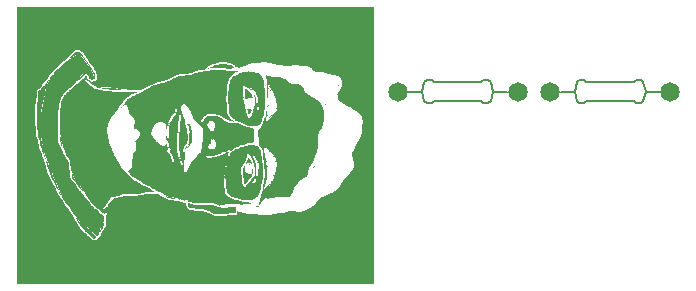
<source format=gbr>
%TF.GenerationSoftware,KiCad,Pcbnew,8.0.8*%
%TF.CreationDate,2025-02-13T16:32:23-05:00*%
%TF.ProjectId,pianissimo,7069616e-6973-4736-996d-6f2e6b696361,rev?*%
%TF.SameCoordinates,Original*%
%TF.FileFunction,Legend,Bot*%
%TF.FilePolarity,Positive*%
%FSLAX46Y46*%
G04 Gerber Fmt 4.6, Leading zero omitted, Abs format (unit mm)*
G04 Created by KiCad (PCBNEW 8.0.8) date 2025-02-13 16:32:23*
%MOMM*%
%LPD*%
G01*
G04 APERTURE LIST*
%ADD10C,0.300000*%
%ADD11C,0.150000*%
%ADD12C,0.000000*%
%ADD13C,1.651000*%
G04 APERTURE END LIST*
D10*
X86249757Y-100678572D02*
X86178328Y-100535715D01*
X86178328Y-100535715D02*
X86178328Y-100321429D01*
X86178328Y-100321429D02*
X86249757Y-100107143D01*
X86249757Y-100107143D02*
X86392614Y-99964286D01*
X86392614Y-99964286D02*
X86535471Y-99892857D01*
X86535471Y-99892857D02*
X86821185Y-99821429D01*
X86821185Y-99821429D02*
X87035471Y-99821429D01*
X87035471Y-99821429D02*
X87321185Y-99892857D01*
X87321185Y-99892857D02*
X87464042Y-99964286D01*
X87464042Y-99964286D02*
X87606900Y-100107143D01*
X87606900Y-100107143D02*
X87678328Y-100321429D01*
X87678328Y-100321429D02*
X87678328Y-100464286D01*
X87678328Y-100464286D02*
X87606900Y-100678572D01*
X87606900Y-100678572D02*
X87535471Y-100750000D01*
X87535471Y-100750000D02*
X87035471Y-100750000D01*
X87035471Y-100750000D02*
X87035471Y-100464286D01*
X86178328Y-101607143D02*
X86535471Y-101607143D01*
X86392614Y-101250000D02*
X86535471Y-101607143D01*
X86535471Y-101607143D02*
X86392614Y-101964286D01*
X86821185Y-101392857D02*
X86535471Y-101607143D01*
X86535471Y-101607143D02*
X86821185Y-101821429D01*
X86178328Y-102750000D02*
X86535471Y-102750000D01*
X86392614Y-102392857D02*
X86535471Y-102750000D01*
X86535471Y-102750000D02*
X86392614Y-103107143D01*
X86821185Y-102535714D02*
X86535471Y-102750000D01*
X86535471Y-102750000D02*
X86821185Y-102964286D01*
X86178328Y-103892857D02*
X86535471Y-103892857D01*
X86392614Y-103535714D02*
X86535471Y-103892857D01*
X86535471Y-103892857D02*
X86392614Y-104250000D01*
X86821185Y-103678571D02*
X86535471Y-103892857D01*
X86535471Y-103892857D02*
X86821185Y-104107143D01*
D11*
%TO.C,R1*%
X121920000Y-97000000D02*
X123120000Y-97000000D01*
X116120000Y-97800000D02*
X115920000Y-97000000D01*
X116320000Y-98000000D02*
X116120000Y-97800000D01*
X116720000Y-98000000D02*
X116320000Y-98000000D01*
X116920000Y-97800000D02*
X116720000Y-98000000D01*
X120920000Y-97800000D02*
X116920000Y-97800000D01*
X121120000Y-98000000D02*
X120920000Y-97800000D01*
X121520000Y-98000000D02*
X121120000Y-98000000D01*
X121720000Y-97800000D02*
X121520000Y-98000000D01*
X121920000Y-97000000D02*
X121720000Y-97800000D01*
X121720000Y-96200000D02*
X121920000Y-97000000D01*
X121520000Y-96000000D02*
X121720000Y-96200000D01*
X121120000Y-96000000D02*
X121520000Y-96000000D01*
X120920000Y-96200000D02*
X121120000Y-96000000D01*
X116920000Y-96200000D02*
X120920000Y-96200000D01*
X116720000Y-96000000D02*
X116920000Y-96200000D01*
X116320000Y-96000000D02*
X116720000Y-96000000D01*
X116120000Y-96200000D02*
X116320000Y-96000000D01*
X115920000Y-97000000D02*
X116120000Y-96200000D01*
X114720000Y-97000000D02*
X115920000Y-97000000D01*
%TO.C,R2*%
X109000000Y-97000000D02*
X110200000Y-97000000D01*
X103200000Y-97800000D02*
X103000000Y-97000000D01*
X103400000Y-98000000D02*
X103200000Y-97800000D01*
X103800000Y-98000000D02*
X103400000Y-98000000D01*
X104000000Y-97800000D02*
X103800000Y-98000000D01*
X108000000Y-97800000D02*
X104000000Y-97800000D01*
X108200000Y-98000000D02*
X108000000Y-97800000D01*
X108600000Y-98000000D02*
X108200000Y-98000000D01*
X108800000Y-97800000D02*
X108600000Y-98000000D01*
X109000000Y-97000000D02*
X108800000Y-97800000D01*
X108800000Y-96200000D02*
X109000000Y-97000000D01*
X108600000Y-96000000D02*
X108800000Y-96200000D01*
X108200000Y-96000000D02*
X108600000Y-96000000D01*
X108000000Y-96200000D02*
X108200000Y-96000000D01*
X104000000Y-96200000D02*
X108000000Y-96200000D01*
X103800000Y-96000000D02*
X104000000Y-96200000D01*
X103400000Y-96000000D02*
X103800000Y-96000000D01*
X103200000Y-96200000D02*
X103400000Y-96000000D01*
X103000000Y-97000000D02*
X103200000Y-96200000D01*
X101800000Y-97000000D02*
X103000000Y-97000000D01*
D12*
%TO.C,G\u002A\u002A\u002A*%
G36*
X74576947Y-106022326D02*
G01*
X74563759Y-106035514D01*
X74550571Y-106022326D01*
X74563759Y-106009138D01*
X74576947Y-106022326D01*
G37*
G36*
X75420976Y-96606127D02*
G01*
X75407788Y-96619315D01*
X75394600Y-96606127D01*
X75407788Y-96592939D01*
X75420976Y-96606127D01*
G37*
G36*
X75711111Y-108950052D02*
G01*
X75697923Y-108963240D01*
X75684735Y-108950052D01*
X75697923Y-108936864D01*
X75711111Y-108950052D01*
G37*
G36*
X78058567Y-103753998D02*
G01*
X78045379Y-103767186D01*
X78032191Y-103753998D01*
X78045379Y-103740810D01*
X78058567Y-103753998D01*
G37*
G36*
X81302803Y-100826272D02*
G01*
X81289615Y-100839460D01*
X81276427Y-100826272D01*
X81289615Y-100813084D01*
X81302803Y-100826272D01*
G37*
G36*
X84916303Y-100034995D02*
G01*
X84903115Y-100048183D01*
X84889927Y-100034995D01*
X84903115Y-100021807D01*
X84916303Y-100034995D01*
G37*
G36*
X84942679Y-101564797D02*
G01*
X84929491Y-101577985D01*
X84916303Y-101564797D01*
X84929491Y-101551609D01*
X84942679Y-101564797D01*
G37*
G36*
X85074558Y-99507477D02*
G01*
X85061370Y-99520664D01*
X85048182Y-99507477D01*
X85061370Y-99494289D01*
X85074558Y-99507477D01*
G37*
G36*
X85259190Y-100272378D02*
G01*
X85246002Y-100285566D01*
X85232814Y-100272378D01*
X85246002Y-100259190D01*
X85259190Y-100272378D01*
G37*
G36*
X85338317Y-101037279D02*
G01*
X85325129Y-101050467D01*
X85311941Y-101037279D01*
X85325129Y-101024091D01*
X85338317Y-101037279D01*
G37*
G36*
X85391069Y-101063655D02*
G01*
X85377881Y-101076843D01*
X85364693Y-101063655D01*
X85377881Y-101050467D01*
X85391069Y-101063655D01*
G37*
G36*
X85443821Y-99639356D02*
G01*
X85430633Y-99652544D01*
X85417445Y-99639356D01*
X85430633Y-99626168D01*
X85443821Y-99639356D01*
G37*
G36*
X85470197Y-101775805D02*
G01*
X85457009Y-101788993D01*
X85443821Y-101775805D01*
X85457009Y-101762617D01*
X85470197Y-101775805D01*
G37*
G36*
X85522949Y-101274662D02*
G01*
X85509761Y-101287850D01*
X85496573Y-101274662D01*
X85509761Y-101261474D01*
X85522949Y-101274662D01*
G37*
G36*
X85522949Y-101670301D02*
G01*
X85509761Y-101683489D01*
X85496573Y-101670301D01*
X85509761Y-101657113D01*
X85522949Y-101670301D01*
G37*
G36*
X87738525Y-103384735D02*
G01*
X87725337Y-103397923D01*
X87712149Y-103384735D01*
X87725337Y-103371547D01*
X87738525Y-103384735D01*
G37*
G36*
X88055036Y-103173728D02*
G01*
X88041848Y-103186916D01*
X88028660Y-103173728D01*
X88041848Y-103160540D01*
X88055036Y-103173728D01*
G37*
G36*
X88213291Y-103727622D02*
G01*
X88200103Y-103740810D01*
X88186915Y-103727622D01*
X88200103Y-103714434D01*
X88213291Y-103727622D01*
G37*
G36*
X88318795Y-103173728D02*
G01*
X88305607Y-103186916D01*
X88292419Y-103173728D01*
X88305607Y-103160540D01*
X88318795Y-103173728D01*
G37*
G36*
X88371547Y-103885877D02*
G01*
X88358359Y-103899065D01*
X88345171Y-103885877D01*
X88358359Y-103872689D01*
X88371547Y-103885877D01*
G37*
G36*
X88397923Y-98979958D02*
G01*
X88384735Y-98993146D01*
X88371547Y-98979958D01*
X88384735Y-98966770D01*
X88397923Y-98979958D01*
G37*
G36*
X88397923Y-103595742D02*
G01*
X88384735Y-103608930D01*
X88371547Y-103595742D01*
X88384735Y-103582554D01*
X88397923Y-103595742D01*
G37*
G36*
X88424299Y-103463863D02*
G01*
X88411111Y-103477051D01*
X88397923Y-103463863D01*
X88411111Y-103450675D01*
X88424299Y-103463863D01*
G37*
G36*
X88608930Y-97160021D02*
G01*
X88595742Y-97173209D01*
X88582554Y-97160021D01*
X88595742Y-97146833D01*
X88608930Y-97160021D01*
G37*
G36*
X88608930Y-103173728D02*
G01*
X88595742Y-103186916D01*
X88582554Y-103173728D01*
X88595742Y-103160540D01*
X88608930Y-103173728D01*
G37*
G36*
X88872689Y-101353790D02*
G01*
X88859501Y-101366978D01*
X88846313Y-101353790D01*
X88859501Y-101340602D01*
X88872689Y-101353790D01*
G37*
G36*
X89294704Y-106945483D02*
G01*
X89281516Y-106958671D01*
X89268328Y-106945483D01*
X89281516Y-106932295D01*
X89294704Y-106945483D01*
G37*
G36*
X89716718Y-105125545D02*
G01*
X89703530Y-105138733D01*
X89690342Y-105125545D01*
X89703530Y-105112357D01*
X89716718Y-105125545D01*
G37*
G36*
X89743094Y-105072793D02*
G01*
X89729906Y-105085981D01*
X89716718Y-105072793D01*
X89729906Y-105059605D01*
X89743094Y-105072793D01*
G37*
G36*
X89769470Y-101775805D02*
G01*
X89756282Y-101788993D01*
X89743094Y-101775805D01*
X89756282Y-101762617D01*
X89769470Y-101775805D01*
G37*
G36*
X89927725Y-106365213D02*
G01*
X89914537Y-106378401D01*
X89901350Y-106365213D01*
X89914537Y-106352025D01*
X89927725Y-106365213D01*
G37*
G36*
X90085981Y-96553375D02*
G01*
X90072793Y-96566563D01*
X90059605Y-96553375D01*
X90072793Y-96540187D01*
X90085981Y-96553375D01*
G37*
G36*
X90138733Y-96764382D02*
G01*
X90125545Y-96777570D01*
X90112357Y-96764382D01*
X90125545Y-96751194D01*
X90138733Y-96764382D01*
G37*
G36*
X90402492Y-97133645D02*
G01*
X90389304Y-97146833D01*
X90376116Y-97133645D01*
X90389304Y-97120457D01*
X90402492Y-97133645D01*
G37*
G36*
X90428868Y-97186397D02*
G01*
X90415680Y-97199584D01*
X90402492Y-97186397D01*
X90415680Y-97173209D01*
X90428868Y-97186397D01*
G37*
G36*
X90428868Y-104096885D02*
G01*
X90415680Y-104110073D01*
X90402492Y-104096885D01*
X90415680Y-104083697D01*
X90428868Y-104096885D01*
G37*
G36*
X90455244Y-104044133D02*
G01*
X90442056Y-104057321D01*
X90428868Y-104044133D01*
X90442056Y-104030945D01*
X90455244Y-104044133D01*
G37*
G36*
X90534371Y-97555659D02*
G01*
X90521183Y-97568847D01*
X90507995Y-97555659D01*
X90521183Y-97542471D01*
X90534371Y-97555659D01*
G37*
G36*
X90534371Y-103833126D02*
G01*
X90521183Y-103846313D01*
X90507995Y-103833126D01*
X90521183Y-103819938D01*
X90534371Y-103833126D01*
G37*
G36*
X90587123Y-97687539D02*
G01*
X90573935Y-97700727D01*
X90560747Y-97687539D01*
X90573935Y-97674351D01*
X90587123Y-97687539D01*
G37*
G36*
X93989615Y-103200104D02*
G01*
X93976427Y-103213292D01*
X93963239Y-103200104D01*
X93976427Y-103186916D01*
X93989615Y-103200104D01*
G37*
G36*
X94833644Y-99982243D02*
G01*
X94820456Y-99995431D01*
X94807269Y-99982243D01*
X94820456Y-99969055D01*
X94833644Y-99982243D01*
G37*
G36*
X94939148Y-98373312D02*
G01*
X94925960Y-98386500D01*
X94912772Y-98373312D01*
X94925960Y-98360124D01*
X94939148Y-98373312D01*
G37*
G36*
X95915057Y-96553375D02*
G01*
X95901869Y-96566563D01*
X95888681Y-96553375D01*
X95901869Y-96540187D01*
X95915057Y-96553375D01*
G37*
G36*
X95941433Y-96474247D02*
G01*
X95928245Y-96487435D01*
X95915057Y-96474247D01*
X95928245Y-96461059D01*
X95941433Y-96474247D01*
G37*
G36*
X95967809Y-96104984D02*
G01*
X95954621Y-96118172D01*
X95941433Y-96104984D01*
X95954621Y-96091796D01*
X95967809Y-96104984D01*
G37*
G36*
X81320272Y-100938370D02*
G01*
X81323755Y-100950309D01*
X81320272Y-101004309D01*
X81311113Y-101008783D01*
X81306968Y-100971339D01*
X81310645Y-100935056D01*
X81320272Y-100938370D01*
G37*
G36*
X82891952Y-106202677D02*
G01*
X82896426Y-106211836D01*
X82858982Y-106215981D01*
X82822699Y-106212304D01*
X82826012Y-106202677D01*
X82837951Y-106199193D01*
X82891952Y-106202677D01*
G37*
G36*
X82995807Y-106228503D02*
G01*
X83008016Y-106237997D01*
X82979872Y-106244439D01*
X82953119Y-106242574D01*
X82945253Y-106230586D01*
X82954585Y-106225359D01*
X82995807Y-106228503D01*
G37*
G36*
X83245713Y-100041589D02*
G01*
X83249197Y-100053528D01*
X83245713Y-100107528D01*
X83236554Y-100112003D01*
X83232409Y-100074559D01*
X83236086Y-100038275D01*
X83245713Y-100041589D01*
G37*
G36*
X83245829Y-106281689D02*
G01*
X83249955Y-106289622D01*
X83228245Y-106299273D01*
X83214281Y-106297369D01*
X83210661Y-106281689D01*
X83214527Y-106278532D01*
X83245829Y-106281689D01*
G37*
G36*
X84854643Y-99751454D02*
G01*
X84858127Y-99763393D01*
X84854643Y-99817393D01*
X84845485Y-99821868D01*
X84841340Y-99784424D01*
X84845016Y-99748140D01*
X84854643Y-99751454D01*
G37*
G36*
X84884292Y-99955337D02*
G01*
X84881135Y-99986639D01*
X84873202Y-99990765D01*
X84863551Y-99969055D01*
X84865454Y-99955092D01*
X84881135Y-99951471D01*
X84884292Y-99955337D01*
G37*
G36*
X85276774Y-101032883D02*
G01*
X85280900Y-101040817D01*
X85259190Y-101050467D01*
X85245226Y-101048564D01*
X85241606Y-101032883D01*
X85245472Y-101029727D01*
X85276774Y-101032883D01*
G37*
G36*
X85464562Y-99981713D02*
G01*
X85461405Y-100013015D01*
X85453472Y-100017141D01*
X85443821Y-99995431D01*
X85445724Y-99981467D01*
X85461405Y-99977847D01*
X85464562Y-99981713D01*
G37*
G36*
X87887873Y-97456750D02*
G01*
X87891357Y-97468689D01*
X87887873Y-97522689D01*
X87878714Y-97527164D01*
X87874569Y-97489719D01*
X87878246Y-97453436D01*
X87887873Y-97456750D01*
G37*
G36*
X88154904Y-98214527D02*
G01*
X88151748Y-98245829D01*
X88143814Y-98249955D01*
X88134164Y-98228245D01*
X88136067Y-98214282D01*
X88151748Y-98210661D01*
X88154904Y-98214527D01*
G37*
G36*
X88362755Y-98896435D02*
G01*
X88366881Y-98904368D01*
X88345171Y-98914019D01*
X88331208Y-98912115D01*
X88327587Y-98896435D01*
X88331453Y-98893278D01*
X88362755Y-98896435D01*
G37*
G36*
X89658331Y-101933530D02*
G01*
X89655174Y-101964832D01*
X89647241Y-101968958D01*
X89637590Y-101947248D01*
X89639494Y-101933285D01*
X89655174Y-101929664D01*
X89658331Y-101933530D01*
G37*
G36*
X89684707Y-102039034D02*
G01*
X89681550Y-102070336D01*
X89673617Y-102074462D01*
X89663966Y-102052752D01*
X89665870Y-102038788D01*
X89681550Y-102035168D01*
X89684707Y-102039034D01*
G37*
G36*
X89711083Y-102170913D02*
G01*
X89707926Y-102202215D01*
X89699993Y-102206342D01*
X89690342Y-102184631D01*
X89692246Y-102170668D01*
X89707926Y-102167047D01*
X89711083Y-102170913D01*
G37*
G36*
X89737459Y-102276417D02*
G01*
X89734302Y-102307719D01*
X89726369Y-102311845D01*
X89716718Y-102290135D01*
X89718622Y-102276172D01*
X89734302Y-102272551D01*
X89737459Y-102276417D01*
G37*
G36*
X89763835Y-102355544D02*
G01*
X89760678Y-102386847D01*
X89752745Y-102390973D01*
X89743094Y-102369263D01*
X89744998Y-102355299D01*
X89760678Y-102351679D01*
X89763835Y-102355544D01*
G37*
G36*
X89763835Y-104993135D02*
G01*
X89760678Y-105024437D01*
X89752745Y-105028564D01*
X89743094Y-105006853D01*
X89744998Y-104992890D01*
X89760678Y-104989270D01*
X89763835Y-104993135D01*
G37*
G36*
X89790632Y-104891449D02*
G01*
X89787488Y-104932671D01*
X89777994Y-104944880D01*
X89771552Y-104916736D01*
X89773417Y-104889984D01*
X89785405Y-104882117D01*
X89790632Y-104891449D01*
G37*
G36*
X89790211Y-102487424D02*
G01*
X89787054Y-102518726D01*
X89779121Y-102522852D01*
X89769470Y-102501142D01*
X89771373Y-102487179D01*
X89787054Y-102483558D01*
X89790211Y-102487424D01*
G37*
G36*
X89817008Y-104759569D02*
G01*
X89813864Y-104800792D01*
X89804370Y-104813000D01*
X89797928Y-104784856D01*
X89799793Y-104758104D01*
X89811781Y-104750238D01*
X89817008Y-104759569D01*
G37*
G36*
X89843384Y-104627690D02*
G01*
X89840240Y-104668912D01*
X89830746Y-104681121D01*
X89824304Y-104652977D01*
X89826169Y-104626225D01*
X89838157Y-104618358D01*
X89843384Y-104627690D01*
G37*
G36*
X89842962Y-102883063D02*
G01*
X89839806Y-102914365D01*
X89831872Y-102918491D01*
X89822222Y-102896781D01*
X89824125Y-102882817D01*
X89839806Y-102879197D01*
X89842962Y-102883063D01*
G37*
G36*
X89869760Y-102992383D02*
G01*
X89866615Y-103033606D01*
X89857122Y-103045814D01*
X89850680Y-103017670D01*
X89852545Y-102990918D01*
X89864533Y-102983052D01*
X89869760Y-102992383D01*
G37*
G36*
X89869338Y-99269563D02*
G01*
X89866182Y-99300865D01*
X89858248Y-99304992D01*
X89848598Y-99283281D01*
X89850501Y-99269318D01*
X89866182Y-99265697D01*
X89869338Y-99269563D01*
G37*
G36*
X89869338Y-104518369D02*
G01*
X89866182Y-104549671D01*
X89858248Y-104553797D01*
X89848598Y-104532087D01*
X89850501Y-104518124D01*
X89866182Y-104514503D01*
X89869338Y-104518369D01*
G37*
G36*
X89896136Y-99141501D02*
G01*
X89892991Y-99182723D01*
X89883497Y-99194932D01*
X89877056Y-99166788D01*
X89878921Y-99140036D01*
X89890909Y-99132169D01*
X89896136Y-99141501D01*
G37*
G36*
X89896136Y-103150639D02*
G01*
X89892991Y-103191861D01*
X89883497Y-103204070D01*
X89877056Y-103175926D01*
X89878921Y-103149174D01*
X89890909Y-103141307D01*
X89896136Y-103150639D01*
G37*
G36*
X89895714Y-104412865D02*
G01*
X89892558Y-104444167D01*
X89884624Y-104448294D01*
X89874974Y-104426583D01*
X89876877Y-104412620D01*
X89892558Y-104409000D01*
X89895714Y-104412865D01*
G37*
G36*
X89906295Y-107257164D02*
G01*
X89918504Y-107266658D01*
X89890360Y-107273099D01*
X89863608Y-107271234D01*
X89855741Y-107259246D01*
X89865073Y-107254019D01*
X89906295Y-107257164D01*
G37*
G36*
X89922512Y-104284803D02*
G01*
X89919367Y-104326025D01*
X89909873Y-104338234D01*
X89903432Y-104310090D01*
X89905297Y-104283338D01*
X89917285Y-104275471D01*
X89922512Y-104284803D01*
G37*
G36*
X89918818Y-98960176D02*
G01*
X89922301Y-98972116D01*
X89918818Y-99026116D01*
X89909659Y-99030590D01*
X89905514Y-98993146D01*
X89909191Y-98956863D01*
X89918818Y-98960176D01*
G37*
G36*
X89922090Y-103331453D02*
G01*
X89918933Y-103362755D01*
X89911000Y-103366882D01*
X89901350Y-103345171D01*
X89903253Y-103331208D01*
X89918933Y-103327587D01*
X89922090Y-103331453D01*
G37*
G36*
X89945194Y-104103479D02*
G01*
X89948677Y-104115418D01*
X89945194Y-104169418D01*
X89936035Y-104173893D01*
X89931890Y-104136448D01*
X89935567Y-104100165D01*
X89945194Y-104103479D01*
G37*
G36*
X89971570Y-98511786D02*
G01*
X89975053Y-98523725D01*
X89971570Y-98577726D01*
X89962411Y-98582200D01*
X89958266Y-98544756D01*
X89961943Y-98508473D01*
X89971570Y-98511786D01*
G37*
G36*
X90001639Y-98165592D02*
G01*
X89998495Y-98206815D01*
X89989001Y-98219023D01*
X89982560Y-98190879D01*
X89984425Y-98164127D01*
X89996413Y-98156261D01*
X90001639Y-98165592D01*
G37*
G36*
X89997946Y-96718224D02*
G01*
X90001429Y-96730163D01*
X89997946Y-96784164D01*
X89988787Y-96788638D01*
X89984642Y-96751194D01*
X89988319Y-96714911D01*
X89997946Y-96718224D01*
G37*
G36*
X90011799Y-106334007D02*
G01*
X90024007Y-106343501D01*
X89995863Y-106349942D01*
X89969111Y-106348078D01*
X89961245Y-106336089D01*
X89970576Y-106330863D01*
X90011799Y-106334007D01*
G37*
G36*
X90024321Y-98010644D02*
G01*
X90027805Y-98022583D01*
X90024321Y-98076583D01*
X90015163Y-98081058D01*
X90011018Y-98043614D01*
X90014694Y-98007330D01*
X90024321Y-98010644D01*
G37*
G36*
X90027594Y-96895731D02*
G01*
X90024437Y-96927033D01*
X90016504Y-96931160D01*
X90006853Y-96909450D01*
X90008757Y-96895486D01*
X90024437Y-96891866D01*
X90027594Y-96895731D01*
G37*
G36*
X90117302Y-107098908D02*
G01*
X90129511Y-107108402D01*
X90101367Y-107114844D01*
X90074615Y-107112979D01*
X90066748Y-107100991D01*
X90076080Y-107095764D01*
X90117302Y-107098908D01*
G37*
G36*
X90117302Y-107257164D02*
G01*
X90129511Y-107266658D01*
X90101367Y-107273099D01*
X90074615Y-107271234D01*
X90066748Y-107259246D01*
X90076080Y-107254019D01*
X90117302Y-107257164D01*
G37*
G36*
X90143678Y-106307631D02*
G01*
X90155887Y-106317125D01*
X90127743Y-106323567D01*
X90100991Y-106321702D01*
X90093124Y-106309713D01*
X90102456Y-106304487D01*
X90143678Y-106307631D01*
G37*
G36*
X90235444Y-106281689D02*
G01*
X90239571Y-106289622D01*
X90217860Y-106299273D01*
X90203897Y-106297369D01*
X90200277Y-106281689D01*
X90204142Y-106278532D01*
X90235444Y-106281689D01*
G37*
G36*
X90317729Y-104439241D02*
G01*
X90314572Y-104470543D01*
X90306639Y-104474670D01*
X90296988Y-104452959D01*
X90298892Y-104438996D01*
X90314572Y-104435375D01*
X90317729Y-104439241D01*
G37*
G36*
X90344105Y-104360114D02*
G01*
X90340948Y-104391416D01*
X90333015Y-104395542D01*
X90323364Y-104373832D01*
X90325268Y-104359868D01*
X90340948Y-104356248D01*
X90344105Y-104360114D01*
G37*
G36*
X90370481Y-104280986D02*
G01*
X90367324Y-104312288D01*
X90359391Y-104316414D01*
X90349740Y-104294704D01*
X90351643Y-104280741D01*
X90367324Y-104277120D01*
X90370481Y-104280986D01*
G37*
G36*
X90397278Y-104152923D02*
G01*
X90394134Y-104194146D01*
X90384640Y-104206354D01*
X90378198Y-104178210D01*
X90380063Y-104151458D01*
X90392051Y-104143592D01*
X90397278Y-104152923D01*
G37*
G36*
X90449608Y-97238618D02*
G01*
X90446452Y-97269920D01*
X90438518Y-97274047D01*
X90428868Y-97252336D01*
X90430771Y-97238373D01*
X90446452Y-97234752D01*
X90449608Y-97238618D01*
G37*
G36*
X90475984Y-97344122D02*
G01*
X90472828Y-97375424D01*
X90464894Y-97379550D01*
X90455244Y-97357840D01*
X90457147Y-97343877D01*
X90472828Y-97340256D01*
X90475984Y-97344122D01*
G37*
G36*
X90475984Y-103964475D02*
G01*
X90472828Y-103995777D01*
X90464894Y-103999903D01*
X90455244Y-103978193D01*
X90457147Y-103964230D01*
X90472828Y-103960609D01*
X90475984Y-103964475D01*
G37*
G36*
X90502782Y-97453443D02*
G01*
X90499637Y-97494665D01*
X90490143Y-97506874D01*
X90483702Y-97478730D01*
X90485567Y-97451977D01*
X90497555Y-97444111D01*
X90502782Y-97453443D01*
G37*
G36*
X90502360Y-103885347D02*
G01*
X90499203Y-103916649D01*
X90491270Y-103920776D01*
X90481620Y-103899065D01*
X90483523Y-103885102D01*
X90499203Y-103881481D01*
X90502360Y-103885347D01*
G37*
G36*
X90528736Y-102645679D02*
G01*
X90525579Y-102676982D01*
X90517646Y-102681108D01*
X90507995Y-102659398D01*
X90509899Y-102645434D01*
X90525579Y-102641814D01*
X90528736Y-102645679D01*
G37*
G36*
X90555112Y-97607881D02*
G01*
X90551955Y-97639183D01*
X90544022Y-97643309D01*
X90534371Y-97621599D01*
X90536275Y-97607636D01*
X90551955Y-97604015D01*
X90555112Y-97607881D01*
G37*
G36*
X90555112Y-102724807D02*
G01*
X90551955Y-102756109D01*
X90544022Y-102760236D01*
X90534371Y-102738525D01*
X90536275Y-102724562D01*
X90551955Y-102720941D01*
X90555112Y-102724807D01*
G37*
G36*
X90555112Y-103753468D02*
G01*
X90551955Y-103784770D01*
X90544022Y-103788896D01*
X90534371Y-103767186D01*
X90536275Y-103753222D01*
X90551955Y-103749602D01*
X90555112Y-103753468D01*
G37*
G36*
X90581909Y-103599029D02*
G01*
X90578765Y-103640252D01*
X90569271Y-103652460D01*
X90562830Y-103624316D01*
X90564695Y-103597564D01*
X90576683Y-103589698D01*
X90581909Y-103599029D01*
G37*
G36*
X90581488Y-102803935D02*
G01*
X90578331Y-102835237D01*
X90570398Y-102839363D01*
X90560747Y-102817653D01*
X90562651Y-102803690D01*
X90578331Y-102800069D01*
X90581488Y-102803935D01*
G37*
G36*
X90608285Y-103440774D02*
G01*
X90605141Y-103481996D01*
X90595647Y-103494205D01*
X90589205Y-103466061D01*
X90591070Y-103439309D01*
X90603059Y-103431442D01*
X90608285Y-103440774D01*
G37*
G36*
X90607864Y-97766136D02*
G01*
X90604707Y-97797438D01*
X90596774Y-97801565D01*
X90587123Y-97779854D01*
X90589027Y-97765891D01*
X90604707Y-97762271D01*
X90607864Y-97766136D01*
G37*
G36*
X90607864Y-102909439D02*
G01*
X90604707Y-102940741D01*
X90596774Y-102944867D01*
X90587123Y-102923157D01*
X90589027Y-102909193D01*
X90604707Y-102905573D01*
X90607864Y-102909439D01*
G37*
G36*
X90634661Y-103018759D02*
G01*
X90631517Y-103059982D01*
X90622023Y-103072190D01*
X90615581Y-103044046D01*
X90617446Y-103017294D01*
X90629435Y-103009428D01*
X90634661Y-103018759D01*
G37*
G36*
X90634661Y-103308894D02*
G01*
X90631517Y-103350117D01*
X90622023Y-103362325D01*
X90615581Y-103334181D01*
X90617446Y-103307429D01*
X90629435Y-103299563D01*
X90634661Y-103308894D01*
G37*
G36*
X90630967Y-103180322D02*
G01*
X90634451Y-103192261D01*
X90630967Y-103246262D01*
X90621809Y-103250736D01*
X90617664Y-103213292D01*
X90621340Y-103177008D01*
X90630967Y-103180322D01*
G37*
G36*
X90634240Y-97871640D02*
G01*
X90631083Y-97902942D01*
X90623150Y-97907068D01*
X90613499Y-97885358D01*
X90615403Y-97871395D01*
X90631083Y-97867774D01*
X90634240Y-97871640D01*
G37*
G36*
X90660616Y-97977144D02*
G01*
X90657459Y-98008446D01*
X90649526Y-98012572D01*
X90639875Y-97990862D01*
X90641778Y-97976898D01*
X90657459Y-97973278D01*
X90660616Y-97977144D01*
G37*
G36*
X90660616Y-98504662D02*
G01*
X90657459Y-98535964D01*
X90649526Y-98540090D01*
X90639875Y-98518380D01*
X90641778Y-98504417D01*
X90657459Y-98500796D01*
X90660616Y-98504662D01*
G37*
G36*
X90687413Y-98376599D02*
G01*
X90684269Y-98417822D01*
X90674775Y-98430030D01*
X90668333Y-98401886D01*
X90670198Y-98375134D01*
X90682186Y-98367268D01*
X90687413Y-98376599D01*
G37*
G36*
X95962173Y-96368213D02*
G01*
X95959017Y-96399515D01*
X95951083Y-96403642D01*
X95941433Y-96381931D01*
X95943336Y-96367968D01*
X95959017Y-96364347D01*
X95962173Y-96368213D01*
G37*
G36*
X95988971Y-96161023D02*
G01*
X95985826Y-96202245D01*
X95976332Y-96214454D01*
X95969891Y-96186310D01*
X95971756Y-96159558D01*
X95983744Y-96151692D01*
X95988971Y-96161023D01*
G37*
G36*
X78128882Y-103822295D02*
G01*
X78153401Y-103850389D01*
X78159819Y-103865129D01*
X78141770Y-103862020D01*
X78136400Y-103858516D01*
X78112109Y-103832455D01*
X78122950Y-103819938D01*
X78128882Y-103822295D01*
G37*
G36*
X80423586Y-100657186D02*
G01*
X80448105Y-100685280D01*
X80454523Y-100700020D01*
X80436474Y-100696911D01*
X80431104Y-100693407D01*
X80406813Y-100667346D01*
X80417654Y-100654829D01*
X80423586Y-100657186D01*
G37*
G36*
X84933867Y-101791350D02*
G01*
X84958385Y-101819444D01*
X84964803Y-101834184D01*
X84946754Y-101831075D01*
X84941385Y-101827571D01*
X84917093Y-101801510D01*
X84927934Y-101788993D01*
X84933867Y-101791350D01*
G37*
G36*
X85333622Y-99503796D02*
G01*
X85380387Y-99553634D01*
X85430633Y-99612980D01*
X85371287Y-99562734D01*
X85329729Y-99524929D01*
X85311941Y-99503389D01*
X85313254Y-99496601D01*
X85333622Y-99503796D01*
G37*
G36*
X88089610Y-103720483D02*
G01*
X88128198Y-103751921D01*
X88153135Y-103778597D01*
X88155160Y-103787061D01*
X88115581Y-103764538D01*
X88079894Y-103737871D01*
X88070051Y-103717002D01*
X88089610Y-103720483D01*
G37*
G36*
X88299453Y-103869416D02*
G01*
X88302861Y-103872890D01*
X88315502Y-103892212D01*
X88284688Y-103884182D01*
X88260073Y-103871028D01*
X88252157Y-103851407D01*
X88264871Y-103848583D01*
X88299453Y-103869416D01*
G37*
G36*
X88309983Y-102529876D02*
G01*
X88334502Y-102557969D01*
X88340919Y-102572709D01*
X88322870Y-102569601D01*
X88317501Y-102566096D01*
X88293210Y-102540035D01*
X88304050Y-102527518D01*
X88309983Y-102529876D01*
G37*
G36*
X88460738Y-103860871D02*
G01*
X88465361Y-103881445D01*
X88450372Y-103885691D01*
X88443455Y-103880523D01*
X88424299Y-103844757D01*
X88425691Y-103829965D01*
X88439454Y-103823746D01*
X88460738Y-103860871D01*
G37*
G36*
X89701159Y-101804003D02*
G01*
X89674494Y-101836190D01*
X89652743Y-101851233D01*
X89637590Y-101844341D01*
X89646747Y-101820990D01*
X89676301Y-101794680D01*
X89702625Y-101792945D01*
X89701159Y-101804003D01*
G37*
G36*
X90129921Y-96806304D02*
G01*
X90154439Y-96834397D01*
X90160857Y-96849137D01*
X90142808Y-96846028D01*
X90137439Y-96842524D01*
X90113147Y-96816463D01*
X90123988Y-96803946D01*
X90129921Y-96806304D01*
G37*
G36*
X90201548Y-96924007D02*
G01*
X90206171Y-96944581D01*
X90191182Y-96948827D01*
X90184265Y-96943659D01*
X90165109Y-96907893D01*
X90166501Y-96893101D01*
X90180264Y-96886882D01*
X90201548Y-96924007D01*
G37*
G36*
X90304022Y-96958928D02*
G01*
X90307430Y-96962402D01*
X90320071Y-96981724D01*
X90289257Y-96973693D01*
X90264642Y-96960540D01*
X90256726Y-96940919D01*
X90269440Y-96938095D01*
X90304022Y-96958928D01*
G37*
G36*
X90349740Y-97028141D02*
G01*
X90356923Y-97033787D01*
X90375712Y-97075856D01*
X90370914Y-97087982D01*
X90349740Y-97067705D01*
X90334952Y-97043812D01*
X90326017Y-97018857D01*
X90349740Y-97028141D01*
G37*
G36*
X72783385Y-102145067D02*
G01*
X72795917Y-102158279D01*
X72809357Y-102205970D01*
X72809268Y-102211968D01*
X72803869Y-102235724D01*
X72783385Y-102211007D01*
X72763958Y-102174390D01*
X72760085Y-102142939D01*
X72783385Y-102145067D01*
G37*
G36*
X76127087Y-107306485D02*
G01*
X76122729Y-107315985D01*
X76085319Y-107348265D01*
X76076594Y-107350522D01*
X76055063Y-107341826D01*
X76062627Y-107315629D01*
X76095765Y-107291174D01*
X76118846Y-107286626D01*
X76127087Y-107306485D01*
G37*
G36*
X77958778Y-103604095D02*
G01*
X77972541Y-103621924D01*
X77962734Y-103635306D01*
X77958500Y-103635112D01*
X77917895Y-103617722D01*
X77914755Y-103614068D01*
X77913939Y-103586511D01*
X77925205Y-103583942D01*
X77958778Y-103604095D01*
G37*
G36*
X83272743Y-100186349D02*
G01*
X83277522Y-100223126D01*
X83273275Y-100291852D01*
X83269826Y-100304831D01*
X83263869Y-100297081D01*
X83261272Y-100246002D01*
X83261613Y-100218060D01*
X83265613Y-100180183D01*
X83272743Y-100186349D01*
G37*
G36*
X83788733Y-107019184D02*
G01*
X83802094Y-107023296D01*
X83786434Y-107028557D01*
X83729387Y-107030615D01*
X83690680Y-107029845D01*
X83657542Y-107025707D01*
X83670041Y-107019184D01*
X83711874Y-107014820D01*
X83788733Y-107019184D01*
G37*
G36*
X84976872Y-95034027D02*
G01*
X84982589Y-95040511D01*
X84978873Y-95057738D01*
X84928172Y-95062334D01*
X84887466Y-95060850D01*
X84871635Y-95052935D01*
X84899063Y-95033225D01*
X84935313Y-95018766D01*
X84976872Y-95034027D01*
G37*
G36*
X84979729Y-100154550D02*
G01*
X85006347Y-100178877D01*
X85050179Y-100226220D01*
X85114122Y-100298754D01*
X85041588Y-100234810D01*
X84999110Y-100195976D01*
X84970806Y-100163387D01*
X84977645Y-100153686D01*
X84979729Y-100154550D01*
G37*
G36*
X85338317Y-100216513D02*
G01*
X85337131Y-100221150D01*
X85311941Y-100246002D01*
X85302603Y-100250915D01*
X85285566Y-100249115D01*
X85286752Y-100244478D01*
X85311941Y-100219626D01*
X85321280Y-100214713D01*
X85338317Y-100216513D01*
G37*
G36*
X88889990Y-100885116D02*
G01*
X88894829Y-100906789D01*
X88890967Y-100964243D01*
X88889662Y-100968778D01*
X88881634Y-100972683D01*
X88877831Y-100931776D01*
X88877795Y-100925529D01*
X88881331Y-100884239D01*
X88889990Y-100885116D01*
G37*
G36*
X89813147Y-102625926D02*
G01*
X89817986Y-102647599D01*
X89814124Y-102705053D01*
X89812819Y-102709588D01*
X89804791Y-102713493D01*
X89800988Y-102672586D01*
X89800952Y-102666339D01*
X89804488Y-102625049D01*
X89813147Y-102625926D01*
G37*
G36*
X89819425Y-101798621D02*
G01*
X89851962Y-101835150D01*
X89866696Y-101854261D01*
X89873246Y-101867920D01*
X89842004Y-101845109D01*
X89831792Y-101836886D01*
X89797909Y-101801823D01*
X89805804Y-101788993D01*
X89819425Y-101798621D01*
G37*
G36*
X89919531Y-98208463D02*
G01*
X89923633Y-98233883D01*
X89919531Y-98300779D01*
X89917065Y-98308262D01*
X89910219Y-98302607D01*
X89907469Y-98254621D01*
X89907724Y-98236725D01*
X89911886Y-98200254D01*
X89919531Y-98208463D01*
G37*
G36*
X89945026Y-98722291D02*
G01*
X89949865Y-98743964D01*
X89946004Y-98801419D01*
X89944699Y-98805954D01*
X89936671Y-98809859D01*
X89932867Y-98768951D01*
X89932831Y-98762705D01*
X89936368Y-98721414D01*
X89945026Y-98722291D01*
G37*
G36*
X89946292Y-103575598D02*
G01*
X89950991Y-103629473D01*
X89946652Y-103707477D01*
X89941969Y-103725843D01*
X89937243Y-103708339D01*
X89935269Y-103648494D01*
X89936133Y-103599542D01*
X89940115Y-103564984D01*
X89946292Y-103575598D01*
G37*
G36*
X89999635Y-96399459D02*
G01*
X90031111Y-96461059D01*
X90048813Y-96499359D01*
X90048765Y-96508225D01*
X90021496Y-96475800D01*
X89995556Y-96437585D01*
X89980477Y-96398870D01*
X89984028Y-96382308D01*
X89999635Y-96399459D01*
G37*
G36*
X90112357Y-96619315D02*
G01*
X90124792Y-96641909D01*
X90137925Y-96685254D01*
X90133256Y-96693178D01*
X90112357Y-96672066D01*
X90099921Y-96649472D01*
X90086789Y-96606127D01*
X90091457Y-96598203D01*
X90112357Y-96619315D01*
G37*
G36*
X90296988Y-104522650D02*
G01*
X90287684Y-104550536D01*
X90255969Y-104599580D01*
X90232130Y-104628469D01*
X90226500Y-104628632D01*
X90246354Y-104584839D01*
X90273912Y-104530069D01*
X90291835Y-104506037D01*
X90296988Y-104522650D01*
G37*
G36*
X90323222Y-102303235D02*
G01*
X90345528Y-102325718D01*
X90377744Y-102377326D01*
X90391592Y-102407891D01*
X90385955Y-102408844D01*
X90352097Y-102369263D01*
X90309332Y-102314217D01*
X90300148Y-102293374D01*
X90323222Y-102303235D01*
G37*
G36*
X90616863Y-98604102D02*
G01*
X90592723Y-98632235D01*
X90570706Y-98650259D01*
X90566077Y-98649826D01*
X90565899Y-98632642D01*
X90606905Y-98594143D01*
X90626016Y-98579409D01*
X90639675Y-98572860D01*
X90616863Y-98604102D01*
G37*
G36*
X90683552Y-98142021D02*
G01*
X90688390Y-98163694D01*
X90684529Y-98221149D01*
X90683224Y-98225684D01*
X90675196Y-98229589D01*
X90671393Y-98188681D01*
X90671357Y-98182435D01*
X90674893Y-98141144D01*
X90683552Y-98142021D01*
G37*
G36*
X94886396Y-98215057D02*
G01*
X94898820Y-98228380D01*
X94910918Y-98275959D01*
X94910338Y-98286047D01*
X94903820Y-98300949D01*
X94886396Y-98267809D01*
X94866609Y-98219846D01*
X94865974Y-98204722D01*
X94886396Y-98215057D01*
G37*
G36*
X95887842Y-96607679D02*
G01*
X95878795Y-96634441D01*
X95848278Y-96683702D01*
X95822568Y-96711555D01*
X95810392Y-96710077D01*
X95819439Y-96683316D01*
X95849956Y-96634055D01*
X95875665Y-96606201D01*
X95887842Y-96607679D01*
G37*
G36*
X93339220Y-96809613D02*
G01*
X93365561Y-96843044D01*
X93409250Y-96896262D01*
X93475093Y-96975389D01*
X93389743Y-96898184D01*
X93366313Y-96875999D01*
X93326940Y-96831632D01*
X93317305Y-96808067D01*
X93336812Y-96806144D01*
X93339220Y-96809613D01*
G37*
G36*
X88416969Y-103130193D02*
G01*
X88458282Y-103161094D01*
X88477050Y-103189075D01*
X88476981Y-103190272D01*
X88457447Y-103193663D01*
X88413694Y-103168365D01*
X88412814Y-103167706D01*
X88371149Y-103132075D01*
X88358683Y-103112245D01*
X88375601Y-103110969D01*
X88416969Y-103130193D01*
G37*
G36*
X78554245Y-97309786D02*
G01*
X78539763Y-97322611D01*
X78526926Y-97329927D01*
X78518044Y-97354441D01*
X78514407Y-97365457D01*
X78476872Y-97372912D01*
X78454473Y-97372519D01*
X78439698Y-97364948D01*
X78470662Y-97339000D01*
X78502757Y-97319728D01*
X78544968Y-97307170D01*
X78554245Y-97309786D01*
G37*
G36*
X90435048Y-102474745D02*
G01*
X90467252Y-102518738D01*
X90495177Y-102563697D01*
X90507235Y-102593458D01*
X90506396Y-102596982D01*
X90488726Y-102585242D01*
X90455244Y-102540706D01*
X90448358Y-102530189D01*
X90416138Y-102476975D01*
X90403252Y-102448390D01*
X90410152Y-102447886D01*
X90435048Y-102474745D01*
G37*
G36*
X81344294Y-100478479D02*
G01*
X81342600Y-100522629D01*
X81333866Y-100641726D01*
X81320851Y-100726846D01*
X81304828Y-100768614D01*
X81283356Y-100784937D01*
X81288638Y-100759566D01*
X81292923Y-100743063D01*
X81303653Y-100678498D01*
X81316015Y-100582621D01*
X81328105Y-100469431D01*
X81352235Y-100219626D01*
X81344294Y-100478479D01*
G37*
G36*
X82086293Y-99003849D02*
G01*
X82046850Y-99059772D01*
X81974090Y-99142256D01*
X81923675Y-99194766D01*
X81883440Y-99231077D01*
X81867906Y-99233108D01*
X81871618Y-99204154D01*
X81904980Y-99132572D01*
X81971081Y-99049882D01*
X82047923Y-98989796D01*
X82059245Y-98984036D01*
X82090923Y-98977574D01*
X82086293Y-99003849D01*
G37*
G36*
X83240264Y-106448386D02*
G01*
X83250651Y-106506034D01*
X83254621Y-106590965D01*
X83252657Y-106659403D01*
X83243648Y-106720438D01*
X83228245Y-106734475D01*
X83217894Y-106716501D01*
X83206356Y-106657266D01*
X83201869Y-106574663D01*
X83204153Y-106516409D01*
X83213733Y-106454986D01*
X83228245Y-106431153D01*
X83240264Y-106448386D01*
G37*
G36*
X82413430Y-106095029D02*
G01*
X82496046Y-106109345D01*
X82587699Y-106130118D01*
X82674351Y-106154907D01*
X82793042Y-106193716D01*
X82674351Y-106178180D01*
X82655962Y-106175642D01*
X82546388Y-106157145D01*
X82443561Y-106135512D01*
X82412516Y-106127485D01*
X82354485Y-106108800D01*
X82331464Y-106095328D01*
X82353892Y-106089609D01*
X82413430Y-106095029D01*
G37*
G36*
X89028476Y-102855691D02*
G01*
X89054838Y-102885928D01*
X89086834Y-102964251D01*
X89112055Y-103074546D01*
X89127964Y-103204870D01*
X89132025Y-103343276D01*
X89127601Y-103569366D01*
X89111457Y-103305607D01*
X89100122Y-103173174D01*
X89078971Y-103043830D01*
X89050997Y-102962721D01*
X89015917Y-102892569D01*
X89007291Y-102854228D01*
X89028476Y-102855691D01*
G37*
G36*
X93961897Y-103245483D02*
G01*
X93933499Y-103283567D01*
X93924023Y-103294858D01*
X93868380Y-103355981D01*
X93809125Y-103414981D01*
X93759195Y-103459468D01*
X93731524Y-103477051D01*
X93738189Y-103462021D01*
X93774009Y-103419211D01*
X93831360Y-103358359D01*
X93866099Y-103323476D01*
X93923903Y-103268582D01*
X93957267Y-103241536D01*
X93961897Y-103245483D01*
G37*
G36*
X94777421Y-97971501D02*
G01*
X94801077Y-98012115D01*
X94828221Y-98071716D01*
X94850125Y-98130347D01*
X94858064Y-98168052D01*
X94855112Y-98169282D01*
X94836634Y-98141732D01*
X94807269Y-98083177D01*
X94802878Y-98073696D01*
X94772295Y-98007315D01*
X94759126Y-97975254D01*
X94759375Y-97965111D01*
X94769051Y-97964486D01*
X94777421Y-97971501D01*
G37*
G36*
X83132416Y-99706238D02*
G01*
X83134218Y-99708308D01*
X83157809Y-99752026D01*
X83183420Y-99820266D01*
X83205545Y-99894695D01*
X83218675Y-99956980D01*
X83217303Y-99988789D01*
X83208567Y-99978773D01*
X83185783Y-99931601D01*
X83155658Y-99857761D01*
X83149001Y-99840324D01*
X83115237Y-99747267D01*
X83101707Y-99697089D01*
X83107678Y-99685007D01*
X83132416Y-99706238D01*
G37*
G36*
X80842352Y-105544079D02*
G01*
X80911308Y-105575535D01*
X80919088Y-105579543D01*
X81005961Y-105628670D01*
X81077882Y-105676590D01*
X81124240Y-105715580D01*
X81134425Y-105737918D01*
X81133496Y-105738480D01*
X81102497Y-105729782D01*
X81040540Y-105699317D01*
X80959917Y-105653063D01*
X80950142Y-105647087D01*
X80870383Y-105594555D01*
X80824255Y-105557361D01*
X80814123Y-105539278D01*
X80842352Y-105544079D01*
G37*
G36*
X89911017Y-101895848D02*
G01*
X89951357Y-101929451D01*
X90015855Y-101987744D01*
X90096633Y-102063758D01*
X90155856Y-102121227D01*
X90224153Y-102190059D01*
X90269212Y-102238783D01*
X90283410Y-102259416D01*
X90273337Y-102254463D01*
X90232312Y-102220889D01*
X90167769Y-102162450D01*
X90088126Y-102086597D01*
X90036241Y-102035579D01*
X89966738Y-101965152D01*
X89919056Y-101914091D01*
X89901350Y-101890939D01*
X89911017Y-101895848D01*
G37*
G36*
X74396304Y-95584533D02*
G01*
X74393098Y-95587851D01*
X74323447Y-95651491D01*
X74253684Y-95703936D01*
X74215377Y-95734121D01*
X74148504Y-95800593D01*
X74082241Y-95878858D01*
X74052615Y-95914746D01*
X73967090Y-95996438D01*
X73885451Y-96047126D01*
X73787414Y-96086867D01*
X73951391Y-95874299D01*
X74069202Y-95732114D01*
X74193237Y-95610077D01*
X74301703Y-95536292D01*
X74393667Y-95511526D01*
X74466232Y-95511526D01*
X74396304Y-95584533D01*
G37*
G36*
X90400619Y-98850215D02*
G01*
X90385179Y-98867243D01*
X90279597Y-98984440D01*
X90165295Y-99112313D01*
X90064446Y-99226072D01*
X90021311Y-99274351D01*
X89953921Y-99346788D01*
X89903922Y-99396650D01*
X89879815Y-99415227D01*
X89882420Y-99405837D01*
X89914036Y-99364262D01*
X89973550Y-99294704D01*
X90055805Y-99202895D01*
X90155642Y-99094564D01*
X90267903Y-98975443D01*
X90387431Y-98851262D01*
X90570190Y-98663447D01*
X90400619Y-98850215D01*
G37*
G36*
X86362092Y-94645528D02*
G01*
X86447558Y-94652319D01*
X86494493Y-94664242D01*
X86504870Y-94683781D01*
X86472350Y-94701991D01*
X86401849Y-94714986D01*
X86301038Y-94720534D01*
X86284679Y-94720951D01*
X86182477Y-94730315D01*
X86081648Y-94747805D01*
X85992532Y-94760383D01*
X85857452Y-94743657D01*
X85747144Y-94713243D01*
X85839460Y-94679189D01*
X85844635Y-94677406D01*
X85913682Y-94663313D01*
X86013890Y-94652760D01*
X86131320Y-94646066D01*
X86252033Y-94643550D01*
X86362092Y-94645528D01*
G37*
G36*
X90138700Y-104764387D02*
G01*
X90105615Y-104805184D01*
X90042569Y-104876924D01*
X89964978Y-104961287D01*
X89881165Y-105049648D01*
X89799453Y-105133385D01*
X89728164Y-105203873D01*
X89675621Y-105252490D01*
X89650146Y-105270613D01*
X89646747Y-105270380D01*
X89638610Y-105255343D01*
X89653542Y-105206981D01*
X89664648Y-105187063D01*
X89688495Y-105177155D01*
X89693559Y-105177909D01*
X89731569Y-105157006D01*
X89795944Y-105103757D01*
X89880335Y-105024072D01*
X89978399Y-104923861D01*
X90083788Y-104809034D01*
X90120712Y-104768078D01*
X90158742Y-104728508D01*
X90165178Y-104726919D01*
X90138700Y-104764387D01*
G37*
G36*
X81305005Y-105841780D02*
G01*
X81375337Y-105869262D01*
X81393126Y-105876233D01*
X81492073Y-105903428D01*
X81592938Y-105917689D01*
X81614730Y-105919752D01*
X81697940Y-105933235D01*
X81811099Y-105955937D01*
X81939321Y-105984464D01*
X82067722Y-106015423D01*
X82181418Y-106045419D01*
X82265524Y-106071058D01*
X82258439Y-106073490D01*
X82209561Y-106074407D01*
X82125218Y-106073056D01*
X82014953Y-106069496D01*
X81972657Y-106067636D01*
X81800251Y-106052954D01*
X81658219Y-106025114D01*
X81528563Y-105979547D01*
X81393285Y-105911685D01*
X81368006Y-105897387D01*
X81301830Y-105857002D01*
X81280667Y-105838079D01*
X81305005Y-105841780D01*
G37*
G36*
X88219671Y-98436206D02*
G01*
X88277367Y-98468023D01*
X88356511Y-98502466D01*
X88475186Y-98510654D01*
X88491460Y-98509254D01*
X88558458Y-98511343D01*
X88582533Y-98528930D01*
X88573316Y-98577138D01*
X88547210Y-98652441D01*
X88512256Y-98733268D01*
X88476580Y-98800974D01*
X88448309Y-98836911D01*
X88428573Y-98847465D01*
X88365613Y-98861464D01*
X88313577Y-98849805D01*
X88291322Y-98815109D01*
X88287669Y-98789932D01*
X88269297Y-98720860D01*
X88240863Y-98637072D01*
X88223090Y-98586995D01*
X88199447Y-98509662D01*
X88189209Y-98459924D01*
X88188978Y-98453931D01*
X88194232Y-98431878D01*
X88219671Y-98436206D01*
G37*
G36*
X76100984Y-108007572D02*
G01*
X76105357Y-108048374D01*
X76106361Y-108134905D01*
X76106357Y-108146138D01*
X76101651Y-108241732D01*
X76085678Y-108302115D01*
X76054550Y-108342906D01*
X76043366Y-108355027D01*
X76002422Y-108414324D01*
X75951465Y-108502103D01*
X75898954Y-108604159D01*
X75879553Y-108643774D01*
X75828619Y-108743123D01*
X75784201Y-108823677D01*
X75754174Y-108870924D01*
X75735903Y-108893293D01*
X75716676Y-108906252D01*
X75711950Y-108878440D01*
X75718846Y-108830258D01*
X75746985Y-108735542D01*
X75792834Y-108612597D01*
X75852115Y-108471500D01*
X75920552Y-108322331D01*
X75993867Y-108175166D01*
X76067782Y-108040083D01*
X76070699Y-108035067D01*
X76090383Y-108005476D01*
X76100984Y-108007572D01*
G37*
G36*
X72352765Y-100654829D02*
G01*
X72356668Y-100684695D01*
X72371912Y-100774811D01*
X72395235Y-100897991D01*
X72424107Y-101042195D01*
X72456000Y-101195380D01*
X72488385Y-101345506D01*
X72518736Y-101480531D01*
X72544522Y-101588414D01*
X72563216Y-101657113D01*
X72564053Y-101660074D01*
X72556001Y-101667428D01*
X72524428Y-101638246D01*
X72522942Y-101636525D01*
X72482351Y-101568002D01*
X72455508Y-101486106D01*
X72451044Y-101465338D01*
X72423927Y-101373346D01*
X72388324Y-101280777D01*
X72380656Y-101262646D01*
X72360155Y-101197427D01*
X72347700Y-101118115D01*
X72341829Y-101011866D01*
X72341079Y-100865836D01*
X72341150Y-100857144D01*
X72342851Y-100750421D01*
X72345596Y-100676749D01*
X72349022Y-100642696D01*
X72352765Y-100654829D01*
G37*
G36*
X88331706Y-102612612D02*
G01*
X88377389Y-102643080D01*
X88432484Y-102691447D01*
X88484035Y-102746258D01*
X88519087Y-102796059D01*
X88540025Y-102843156D01*
X88569940Y-102920595D01*
X88600200Y-103005816D01*
X88624121Y-103079914D01*
X88635020Y-103123983D01*
X88625520Y-103120278D01*
X88580945Y-103098976D01*
X88512144Y-103064637D01*
X88464705Y-103042412D01*
X88339145Y-103006446D01*
X88231873Y-103015796D01*
X88136187Y-103070569D01*
X88116615Y-103086554D01*
X88072603Y-103117843D01*
X88055036Y-103122481D01*
X88059329Y-103110831D01*
X88082086Y-103061197D01*
X88119148Y-102984112D01*
X88164517Y-102891674D01*
X88212191Y-102795982D01*
X88256169Y-102709134D01*
X88290451Y-102643228D01*
X88309037Y-102610362D01*
X88331706Y-102612612D01*
G37*
G36*
X83277742Y-100392481D02*
G01*
X83295392Y-100423579D01*
X83321906Y-100482538D01*
X83333789Y-100521477D01*
X83349433Y-100620692D01*
X83358989Y-100748815D01*
X83362521Y-100892289D01*
X83360095Y-101037553D01*
X83351777Y-101171050D01*
X83337631Y-101279220D01*
X83317724Y-101348506D01*
X83285888Y-101399185D01*
X83230189Y-101470828D01*
X83163843Y-101546595D01*
X83097513Y-101614970D01*
X83041860Y-101664440D01*
X83007547Y-101683489D01*
X83007088Y-101683483D01*
X83001585Y-101672080D01*
X83024484Y-101636136D01*
X83078918Y-101571567D01*
X83168021Y-101474288D01*
X83202295Y-101433895D01*
X83234761Y-101380542D01*
X83257504Y-101315676D01*
X83271809Y-101231071D01*
X83278961Y-101118500D01*
X83280243Y-100969734D01*
X83276940Y-100776547D01*
X83275572Y-100714409D01*
X83273481Y-100586780D01*
X83272794Y-100484190D01*
X83273540Y-100415869D01*
X83275748Y-100391050D01*
X83277742Y-100392481D01*
G37*
G36*
X73442512Y-104053795D02*
G01*
X73469995Y-104129442D01*
X73507515Y-104219893D01*
X73549395Y-104299189D01*
X73603425Y-104379868D01*
X73677396Y-104474470D01*
X73779097Y-104595532D01*
X73851006Y-104685408D01*
X73932314Y-104797758D01*
X73996550Y-104897560D01*
X74001342Y-104905776D01*
X74060681Y-105006770D01*
X74131504Y-105126366D01*
X74199516Y-105240417D01*
X74219947Y-105275218D01*
X74267096Y-105362009D01*
X74297837Y-105428564D01*
X74306310Y-105462688D01*
X74301346Y-105466820D01*
X74275761Y-105447876D01*
X74238633Y-105396703D01*
X74228784Y-105381518D01*
X74172297Y-105310801D01*
X74116404Y-105260529D01*
X74080955Y-105225751D01*
X74024701Y-105154310D01*
X73957327Y-105058088D01*
X73886765Y-104947883D01*
X73832352Y-104863181D01*
X73734927Y-104724715D01*
X73633330Y-104592818D01*
X73542378Y-104487305D01*
X73363655Y-104297456D01*
X73364175Y-104065291D01*
X73364696Y-103833126D01*
X73442512Y-104053795D01*
G37*
G36*
X75603257Y-96636532D02*
G01*
X75740647Y-96640924D01*
X75924407Y-96647856D01*
X76152592Y-96657259D01*
X76423260Y-96669066D01*
X76573505Y-96676406D01*
X76785048Y-96689903D01*
X76955398Y-96705655D01*
X77091763Y-96724383D01*
X77201350Y-96746806D01*
X77225172Y-96752708D01*
X77331648Y-96778621D01*
X77421832Y-96799880D01*
X77478297Y-96812358D01*
X77479810Y-96812707D01*
X77467356Y-96815892D01*
X77408728Y-96818422D01*
X77309906Y-96820222D01*
X77176872Y-96821218D01*
X77015605Y-96821334D01*
X76832087Y-96820495D01*
X76790545Y-96820193D01*
X76577426Y-96818061D01*
X76409610Y-96815025D01*
X76280742Y-96810713D01*
X76184466Y-96804750D01*
X76114424Y-96796764D01*
X76064262Y-96786381D01*
X76027622Y-96773227D01*
X75946347Y-96741588D01*
X75828578Y-96706851D01*
X75712168Y-96681734D01*
X75620574Y-96672066D01*
X75575128Y-96668969D01*
X75515449Y-96656056D01*
X75494252Y-96647396D01*
X75473724Y-96636275D01*
X75475350Y-96635631D01*
X75514177Y-96634745D01*
X75603257Y-96636532D01*
G37*
G36*
X73777363Y-107718236D02*
G01*
X73836498Y-107781066D01*
X73884637Y-107834651D01*
X74075395Y-108030727D01*
X74285491Y-108225615D01*
X74498905Y-108404962D01*
X74699619Y-108554413D01*
X74732679Y-108578794D01*
X74819666Y-108650814D01*
X74926955Y-108746745D01*
X75043991Y-108857018D01*
X75160218Y-108972061D01*
X75467081Y-109284204D01*
X75411058Y-109343905D01*
X75402022Y-109353182D01*
X75338386Y-109406433D01*
X75271738Y-109447763D01*
X75222135Y-109464382D01*
X75205919Y-109452851D01*
X75157314Y-109409402D01*
X75083202Y-109339367D01*
X74989995Y-109248826D01*
X74884108Y-109143862D01*
X74812240Y-109072773D01*
X74695383Y-108960307D01*
X74586275Y-108858816D01*
X74494599Y-108777242D01*
X74430035Y-108724525D01*
X74412058Y-108710738D01*
X74342142Y-108646719D01*
X74267324Y-108560081D01*
X74181108Y-108442771D01*
X74077002Y-108286737D01*
X74043646Y-108235201D01*
X73963091Y-108110883D01*
X73890526Y-107999090D01*
X73832832Y-107910415D01*
X73796890Y-107855452D01*
X73784980Y-107836453D01*
X73749548Y-107766353D01*
X73734503Y-107713265D01*
X73734474Y-107710208D01*
X73744746Y-107695541D01*
X73777363Y-107718236D01*
G37*
G36*
X88074818Y-96753299D02*
G01*
X88099125Y-96767891D01*
X88245737Y-96859502D01*
X88355352Y-96936843D01*
X88437088Y-97007676D01*
X88500062Y-97079768D01*
X88553392Y-97160884D01*
X88564770Y-97181173D01*
X88606081Y-97270136D01*
X88638174Y-97362198D01*
X88658953Y-97446953D01*
X88666321Y-97513993D01*
X88658181Y-97552912D01*
X88632439Y-97553303D01*
X88592599Y-97541404D01*
X88515287Y-97530829D01*
X88419480Y-97524820D01*
X88388120Y-97524087D01*
X88296454Y-97526500D01*
X88240857Y-97539011D01*
X88208472Y-97564006D01*
X88194832Y-97581756D01*
X88188678Y-97594980D01*
X88219885Y-97572212D01*
X88255180Y-97547530D01*
X88264627Y-97548873D01*
X88243285Y-97576340D01*
X88194308Y-97623595D01*
X88177908Y-97637773D01*
X88151549Y-97656141D01*
X88157973Y-97641381D01*
X88168734Y-97626042D01*
X88176450Y-97598817D01*
X88152196Y-97602525D01*
X88104516Y-97637748D01*
X88082852Y-97656183D01*
X88065782Y-97661543D01*
X88052576Y-97644472D01*
X88040390Y-97597525D01*
X88026382Y-97513255D01*
X88007708Y-97384216D01*
X88003372Y-97350214D01*
X87992388Y-97230391D01*
X87983941Y-97090224D01*
X87979580Y-96953456D01*
X87975908Y-96694140D01*
X88074818Y-96753299D01*
G37*
G36*
X83270736Y-99705836D02*
G01*
X83322773Y-99738611D01*
X83370454Y-99818941D01*
X83412937Y-99942378D01*
X83449378Y-100104473D01*
X83478935Y-100300778D01*
X83500764Y-100526844D01*
X83514022Y-100778224D01*
X83517867Y-101050467D01*
X83516847Y-101097349D01*
X83496802Y-101247772D01*
X83446416Y-101372374D01*
X83359431Y-101488458D01*
X83321366Y-101531758D01*
X83265177Y-101601775D01*
X83230281Y-101653307D01*
X83201331Y-101688716D01*
X83154783Y-101709963D01*
X83147784Y-101710473D01*
X83091236Y-101728083D01*
X83022763Y-101762977D01*
X82935973Y-101815892D01*
X82964345Y-101762879D01*
X82986362Y-101730344D01*
X83014452Y-101709865D01*
X83042112Y-101699761D01*
X83099736Y-101656962D01*
X83169151Y-101591258D01*
X83239222Y-101514283D01*
X83298815Y-101437670D01*
X83336797Y-101373054D01*
X83341048Y-101362294D01*
X83363848Y-101268210D01*
X83379603Y-101139279D01*
X83388147Y-100989997D01*
X83389317Y-100834863D01*
X83382948Y-100688373D01*
X83368876Y-100565025D01*
X83346936Y-100479317D01*
X83343137Y-100469727D01*
X83317609Y-100373938D01*
X83306920Y-100275751D01*
X83306894Y-100273036D01*
X83299175Y-100190822D01*
X83280454Y-100081892D01*
X83254621Y-99969055D01*
X83243912Y-99928008D01*
X83218171Y-99823639D01*
X83206918Y-99758256D01*
X83210440Y-99722786D01*
X83229023Y-99708156D01*
X83262955Y-99705296D01*
X83270736Y-99705836D01*
G37*
G36*
X86694420Y-94724400D02*
G01*
X86825712Y-94766766D01*
X86953229Y-94830013D01*
X87061954Y-94909124D01*
X87171443Y-95008221D01*
X87079127Y-95012423D01*
X86992795Y-95021117D01*
X86907684Y-95037149D01*
X86898416Y-95039816D01*
X86893587Y-95046811D01*
X86935552Y-95048100D01*
X87019782Y-95043429D01*
X87022620Y-95043219D01*
X87130572Y-95038378D01*
X87191721Y-95043698D01*
X87211007Y-95059596D01*
X87201857Y-95066870D01*
X87150880Y-95075586D01*
X87064563Y-95080335D01*
X86953655Y-95081380D01*
X86828908Y-95078979D01*
X86701072Y-95073393D01*
X86580898Y-95064882D01*
X86479138Y-95053707D01*
X86406542Y-95040127D01*
X86390498Y-95036791D01*
X86313248Y-95028400D01*
X86192941Y-95021355D01*
X86036677Y-95015928D01*
X85851555Y-95012390D01*
X85644677Y-95011013D01*
X85538593Y-95010894D01*
X85360327Y-95010407D01*
X85226594Y-95009212D01*
X85131891Y-95006847D01*
X85070715Y-95002852D01*
X85037562Y-94996766D01*
X85026931Y-94988129D01*
X85033318Y-94976481D01*
X85051219Y-94961362D01*
X85070457Y-94946806D01*
X85181099Y-94879133D01*
X85314777Y-94824691D01*
X85486347Y-94777192D01*
X85587814Y-94755092D01*
X85670875Y-94744177D01*
X85740427Y-94747074D01*
X85815987Y-94762939D01*
X85825185Y-94765168D01*
X85934427Y-94778412D01*
X86074110Y-94779144D01*
X86225770Y-94768581D01*
X86370942Y-94747939D01*
X86491161Y-94718437D01*
X86574368Y-94707931D01*
X86694420Y-94724400D01*
G37*
G36*
X88022055Y-103226601D02*
G01*
X88013841Y-103271183D01*
X88007462Y-103296468D01*
X87996099Y-103379367D01*
X87990001Y-103481032D01*
X87989466Y-103583683D01*
X87994793Y-103669540D01*
X88006282Y-103720823D01*
X88034145Y-103754606D01*
X88101404Y-103809912D01*
X88189547Y-103869369D01*
X88283191Y-103923530D01*
X88366954Y-103962953D01*
X88425455Y-103978193D01*
X88436693Y-103977950D01*
X88492530Y-103966057D01*
X88537411Y-103931874D01*
X88574058Y-103869324D01*
X88605197Y-103772327D01*
X88633551Y-103634804D01*
X88661844Y-103450675D01*
X88668473Y-103412027D01*
X88674253Y-103406724D01*
X88677752Y-103448357D01*
X88679107Y-103538855D01*
X88678459Y-103680143D01*
X88677684Y-103739127D01*
X88674617Y-103858177D01*
X88670136Y-103948266D01*
X88664713Y-104001465D01*
X88658821Y-104009842D01*
X88652781Y-103996261D01*
X88639458Y-103997099D01*
X88624615Y-104046812D01*
X88597870Y-104105132D01*
X88529498Y-104195405D01*
X88424569Y-104305769D01*
X88391934Y-104338478D01*
X88300919Y-104438333D01*
X88220581Y-104537831D01*
X88165271Y-104619601D01*
X88154761Y-104637779D01*
X88095525Y-104728220D01*
X88038390Y-104798344D01*
X87991186Y-104839547D01*
X87961744Y-104843226D01*
X87960811Y-104841932D01*
X87950739Y-104804224D01*
X87937003Y-104724826D01*
X87920808Y-104613369D01*
X87903360Y-104479483D01*
X87885866Y-104332798D01*
X87869531Y-104182944D01*
X87855561Y-104039553D01*
X87845163Y-103912253D01*
X87840290Y-103843103D01*
X87832247Y-103727766D01*
X87825820Y-103634075D01*
X87822076Y-103577517D01*
X87825498Y-103526211D01*
X87842466Y-103491204D01*
X87847066Y-103489808D01*
X87857754Y-103513440D01*
X87855640Y-103575369D01*
X87852325Y-103605703D01*
X87851595Y-103632230D01*
X87860040Y-103612089D01*
X87879333Y-103542991D01*
X87894967Y-103488272D01*
X87928841Y-103386418D01*
X87963685Y-103298437D01*
X87994404Y-103236628D01*
X88015904Y-103213292D01*
X88022055Y-103226601D01*
G37*
G36*
X73859675Y-93612909D02*
G01*
X73939129Y-93622131D01*
X74004048Y-93650552D01*
X74079903Y-93707661D01*
X74124189Y-93747163D01*
X74189826Y-93815901D01*
X74231119Y-93872510D01*
X74251882Y-93906155D01*
X74305408Y-93978163D01*
X74369593Y-94053668D01*
X74411210Y-94102863D01*
X74454610Y-94165398D01*
X74471443Y-94206528D01*
X74471639Y-94209932D01*
X74492347Y-94257685D01*
X74536767Y-94313204D01*
X74537240Y-94313679D01*
X74592024Y-94376250D01*
X74632370Y-94435106D01*
X74638117Y-94445236D01*
X74682007Y-94511069D01*
X74747748Y-94600209D01*
X74824888Y-94699175D01*
X74902977Y-94794485D01*
X74971564Y-94872657D01*
X74990833Y-94895247D01*
X75034344Y-94963686D01*
X75051713Y-95020417D01*
X75052849Y-95033405D01*
X75075027Y-95099591D01*
X75116594Y-95171333D01*
X75143395Y-95208938D01*
X75219919Y-95329415D01*
X75268255Y-95438393D01*
X75295713Y-95555979D01*
X75309603Y-95702282D01*
X75322789Y-95933541D01*
X75232684Y-95933541D01*
X75152429Y-95945220D01*
X75085689Y-95973388D01*
X75044788Y-95994667D01*
X75012091Y-95986199D01*
X75004474Y-95977627D01*
X74958991Y-95944536D01*
X74891668Y-95906252D01*
X74815340Y-95860682D01*
X74784122Y-95823097D01*
X74804238Y-95796435D01*
X74875810Y-95780548D01*
X74998961Y-95775285D01*
X75209968Y-95775285D01*
X75209948Y-95676376D01*
X75193128Y-95576953D01*
X75143419Y-95442122D01*
X75062969Y-95277664D01*
X74953929Y-95088515D01*
X74894389Y-94986834D01*
X74835356Y-94877854D01*
X74791931Y-94789037D01*
X74735336Y-94683345D01*
X74645657Y-94546561D01*
X74530597Y-94390318D01*
X74396571Y-94223318D01*
X74249997Y-94054257D01*
X74200800Y-93999849D01*
X74132368Y-93927107D01*
X74082361Y-93882764D01*
X74039927Y-93859790D01*
X73994217Y-93851159D01*
X73934380Y-93849844D01*
X73922196Y-93850029D01*
X73816402Y-93865611D01*
X73692131Y-93908257D01*
X73542540Y-93980785D01*
X73360788Y-94086013D01*
X73314893Y-94112997D01*
X73235900Y-94154895D01*
X73178559Y-94179690D01*
X73165446Y-94181325D01*
X73161096Y-94161477D01*
X73185169Y-94115730D01*
X73231424Y-94051768D01*
X73293617Y-93977278D01*
X73365506Y-93899943D01*
X73440847Y-93827451D01*
X73513398Y-93767484D01*
X73579555Y-93716776D01*
X73637880Y-93668305D01*
X73666616Y-93639422D01*
X73683770Y-93629111D01*
X73742343Y-93617129D01*
X73824294Y-93612461D01*
X73859675Y-93612909D01*
G37*
G36*
X83327154Y-106465234D02*
G01*
X83338821Y-106468763D01*
X83399074Y-106487150D01*
X83489566Y-106514880D01*
X83595562Y-106547438D01*
X83650833Y-106564106D01*
X83718823Y-106582433D01*
X83784542Y-106595700D01*
X83857162Y-106604641D01*
X83945850Y-106609990D01*
X84059777Y-106612480D01*
X84208113Y-106612847D01*
X84400027Y-106611822D01*
X84488191Y-106611018D01*
X84640175Y-106608449D01*
X84758468Y-106604773D01*
X84838305Y-106600220D01*
X84874921Y-106595022D01*
X84863551Y-106589408D01*
X84851987Y-106587573D01*
X84798052Y-106576901D01*
X84791269Y-106570554D01*
X84826880Y-106568544D01*
X84900127Y-106570884D01*
X85006253Y-106577587D01*
X85140498Y-106588665D01*
X85160099Y-106590493D01*
X85325620Y-106612292D01*
X85464992Y-106645510D01*
X85602076Y-106695680D01*
X85622663Y-106704244D01*
X85723840Y-106743948D01*
X85810527Y-106774387D01*
X85865836Y-106789550D01*
X85866229Y-106789614D01*
X85939833Y-106801639D01*
X86024091Y-106815485D01*
X86025084Y-106815643D01*
X86081534Y-106818989D01*
X86180323Y-106819366D01*
X86311453Y-106816955D01*
X86464923Y-106811937D01*
X86630737Y-106804493D01*
X86787144Y-106796793D01*
X86926683Y-106791042D01*
X87027589Y-106788975D01*
X87097401Y-106790831D01*
X87143663Y-106796848D01*
X87173914Y-106807264D01*
X87195697Y-106822317D01*
X87222688Y-106845074D01*
X87238236Y-106850882D01*
X87229495Y-106820197D01*
X87225009Y-106790496D01*
X87252327Y-106774039D01*
X87276929Y-106782669D01*
X87269500Y-106820197D01*
X87258320Y-106861265D01*
X87247231Y-106941209D01*
X87240451Y-107037798D01*
X87234484Y-107122650D01*
X87223664Y-107195837D01*
X87210786Y-107232774D01*
X87207198Y-107235232D01*
X87162274Y-107245101D01*
X87082266Y-107250875D01*
X86981743Y-107251370D01*
X86800360Y-107258273D01*
X86657113Y-107289953D01*
X86550390Y-107320517D01*
X86386912Y-107350484D01*
X86192862Y-107373011D01*
X85980061Y-107386773D01*
X85760332Y-107390446D01*
X85661494Y-107389359D01*
X85558100Y-107385797D01*
X85482216Y-107377112D01*
X85419118Y-107360275D01*
X85354080Y-107332255D01*
X85272378Y-107290021D01*
X85202396Y-107251527D01*
X85156137Y-107221864D01*
X85153998Y-107212698D01*
X85193612Y-107223723D01*
X85272614Y-107254631D01*
X85388638Y-107305116D01*
X85395034Y-107307983D01*
X85478718Y-107343441D01*
X85540643Y-107366035D01*
X85567814Y-107370987D01*
X85568659Y-107365864D01*
X85540537Y-107342212D01*
X85475201Y-107307910D01*
X85382123Y-107267211D01*
X85270772Y-107224368D01*
X85150619Y-107183634D01*
X85113977Y-107171830D01*
X85009082Y-107135294D01*
X84923267Y-107101555D01*
X84872294Y-107076668D01*
X84862871Y-107070905D01*
X84768562Y-107032226D01*
X84626375Y-106996085D01*
X84440539Y-106963137D01*
X84215285Y-106934033D01*
X83954844Y-106909429D01*
X83663447Y-106889976D01*
X83574947Y-106884335D01*
X83451607Y-106871674D01*
X83371125Y-106854985D01*
X83327154Y-106833196D01*
X83299756Y-106793571D01*
X83285216Y-106727334D01*
X83280996Y-106621808D01*
X83282160Y-106539660D01*
X83288184Y-106485055D01*
X83302158Y-106463720D01*
X83327154Y-106465234D01*
G37*
G36*
X71753493Y-95503897D02*
G01*
X71715355Y-95558189D01*
X71648245Y-95643406D01*
X71545529Y-95781834D01*
X71419995Y-95985385D01*
X71306700Y-96206552D01*
X71210322Y-96434032D01*
X71135542Y-96656523D01*
X71087039Y-96862723D01*
X71069491Y-97041329D01*
X71064680Y-97128392D01*
X71047466Y-97271810D01*
X71020174Y-97443043D01*
X70985343Y-97629461D01*
X70945515Y-97818435D01*
X70903230Y-97997335D01*
X70861029Y-98153531D01*
X70821453Y-98274394D01*
X70810569Y-98310177D01*
X70790995Y-98406861D01*
X70774263Y-98528426D01*
X70763123Y-98656844D01*
X70758269Y-98728628D01*
X70747258Y-98851931D01*
X70734717Y-98956642D01*
X70722520Y-99025705D01*
X70717824Y-99060719D01*
X70712497Y-99143480D01*
X70707811Y-99262132D01*
X70703830Y-99408617D01*
X70700615Y-99574878D01*
X70698229Y-99752860D01*
X70696734Y-99934505D01*
X70696192Y-100111755D01*
X70696665Y-100276555D01*
X70698216Y-100420847D01*
X70700907Y-100536575D01*
X70704801Y-100615681D01*
X70709959Y-100650109D01*
X70716430Y-100675077D01*
X70727096Y-100743872D01*
X70739362Y-100843787D01*
X70751659Y-100963059D01*
X70771184Y-101120380D01*
X70804427Y-101296534D01*
X70844699Y-101440850D01*
X70851489Y-101461091D01*
X70882756Y-101568086D01*
X70918474Y-101707223D01*
X70954746Y-101862745D01*
X70987674Y-102018894D01*
X71026455Y-102201841D01*
X71099119Y-102483411D01*
X71180494Y-102725082D01*
X71273082Y-102934876D01*
X71293233Y-102976444D01*
X71343956Y-103091256D01*
X71385939Y-103198635D01*
X71390683Y-103211938D01*
X71421346Y-103295742D01*
X71464696Y-103412076D01*
X71515653Y-103547371D01*
X71569140Y-103688058D01*
X71582489Y-103723042D01*
X71634986Y-103861450D01*
X71683104Y-103989529D01*
X71721990Y-104094310D01*
X71746791Y-104162824D01*
X71759675Y-104197663D01*
X71792028Y-104272923D01*
X71819052Y-104321080D01*
X71862664Y-104382729D01*
X71926857Y-104488735D01*
X71986353Y-104601870D01*
X72032543Y-104705416D01*
X72056815Y-104782658D01*
X72057064Y-104784034D01*
X72077886Y-104862594D01*
X72113665Y-104966194D01*
X72156806Y-105072793D01*
X72185767Y-105139637D01*
X72240520Y-105270986D01*
X72291471Y-105399074D01*
X72335879Y-105516326D01*
X72370999Y-105615169D01*
X72394088Y-105688028D01*
X72402404Y-105727329D01*
X72393202Y-105725498D01*
X72389863Y-105721029D01*
X72346734Y-105654750D01*
X72292798Y-105557257D01*
X72225821Y-105424123D01*
X72143570Y-105250922D01*
X72043810Y-105033229D01*
X72019475Y-104980184D01*
X71959874Y-104856038D01*
X71905823Y-104751062D01*
X71862466Y-104674998D01*
X71834948Y-104637591D01*
X71834235Y-104636983D01*
X71803215Y-104595711D01*
X71759107Y-104519895D01*
X71708422Y-104422943D01*
X71657668Y-104318267D01*
X71613355Y-104219276D01*
X71581993Y-104139381D01*
X71570093Y-104091991D01*
X71569156Y-104085273D01*
X71551155Y-104035792D01*
X71514962Y-103957776D01*
X71466775Y-103864853D01*
X71370932Y-103664682D01*
X71302542Y-103449755D01*
X71279958Y-103251783D01*
X71274192Y-103171253D01*
X71246087Y-103057558D01*
X71190212Y-102920277D01*
X71180488Y-102898705D01*
X71127806Y-102770382D01*
X71074070Y-102624270D01*
X71029531Y-102487954D01*
X71022839Y-102466026D01*
X70973118Y-102319060D01*
X70913225Y-102160868D01*
X70854664Y-102022101D01*
X70840624Y-101989827D01*
X70786289Y-101843050D01*
X70728353Y-101657520D01*
X70669265Y-101443869D01*
X70611471Y-101212730D01*
X70557420Y-100974737D01*
X70509560Y-100740522D01*
X70470337Y-100520718D01*
X70442200Y-100325958D01*
X70427597Y-100166874D01*
X70427439Y-100163615D01*
X70425482Y-100097443D01*
X70423446Y-99986033D01*
X70421407Y-99836321D01*
X70419441Y-99655241D01*
X70417624Y-99449728D01*
X70416032Y-99226718D01*
X70414742Y-98993146D01*
X70413737Y-98753107D01*
X70413297Y-98535442D01*
X70413773Y-98359429D01*
X70415399Y-98219265D01*
X70418406Y-98109149D01*
X70423028Y-98023279D01*
X70429496Y-97955853D01*
X70438043Y-97901071D01*
X70448902Y-97853131D01*
X70462305Y-97806230D01*
X70485509Y-97717278D01*
X70502791Y-97608905D01*
X70512044Y-97478009D01*
X70514855Y-97309587D01*
X70515057Y-96984386D01*
X70668960Y-96834820D01*
X70759995Y-96740165D01*
X70857536Y-96628413D01*
X70937240Y-96526999D01*
X70956091Y-96501230D01*
X71034738Y-96397415D01*
X71126416Y-96280401D01*
X71214951Y-96170924D01*
X71243457Y-96135942D01*
X71329809Y-96025416D01*
X71410456Y-95916368D01*
X71471031Y-95828037D01*
X71514644Y-95763914D01*
X71596101Y-95656160D01*
X71674300Y-95564278D01*
X71685647Y-95552174D01*
X71739483Y-95498328D01*
X71761817Y-95483089D01*
X71753493Y-95503897D01*
G37*
G36*
X88583581Y-101517016D02*
G01*
X88693041Y-101527062D01*
X88747356Y-101532902D01*
X88856170Y-101546042D01*
X88942522Y-101558369D01*
X88991381Y-101567830D01*
X89109930Y-101626203D01*
X89221387Y-101728257D01*
X89310639Y-101862448D01*
X89331918Y-101905893D01*
X89357329Y-101967771D01*
X89374815Y-102032599D01*
X89386628Y-102112825D01*
X89395016Y-102220897D01*
X89402229Y-102369263D01*
X89408920Y-102487849D01*
X89423070Y-102646694D01*
X89441173Y-102781610D01*
X89461549Y-102878187D01*
X89465892Y-102894627D01*
X89484029Y-102996243D01*
X89499491Y-103135040D01*
X89512039Y-103301051D01*
X89521431Y-103484308D01*
X89527426Y-103674843D01*
X89529784Y-103862688D01*
X89528264Y-104037875D01*
X89522624Y-104190437D01*
X89512625Y-104310405D01*
X89498025Y-104387812D01*
X89482302Y-104443478D01*
X89456671Y-104562039D01*
X89439545Y-104677155D01*
X89403372Y-104964150D01*
X89352579Y-105233642D01*
X89288656Y-105459886D01*
X89210040Y-105647341D01*
X89115168Y-105800463D01*
X89002478Y-105923711D01*
X88961822Y-105958817D01*
X88844375Y-106045950D01*
X88731235Y-106111131D01*
X88632994Y-106148853D01*
X88560249Y-106153608D01*
X88514759Y-106150689D01*
X88463139Y-106167994D01*
X88458273Y-106171668D01*
X88451999Y-106173236D01*
X88408713Y-106184051D01*
X88327188Y-106169277D01*
X88326613Y-106169118D01*
X88225505Y-106148774D01*
X88129439Y-106142232D01*
X88053718Y-106149439D01*
X88013649Y-106170343D01*
X88010191Y-106174462D01*
X88010154Y-106174473D01*
X87965754Y-106187941D01*
X87891419Y-106186144D01*
X87803846Y-106171652D01*
X87719697Y-106147045D01*
X87655633Y-106114902D01*
X87642515Y-106106825D01*
X87570603Y-106077604D01*
X87467038Y-106048138D01*
X87347716Y-106023164D01*
X87184105Y-105991735D01*
X87047126Y-105956182D01*
X86939071Y-105914157D01*
X86847619Y-105860795D01*
X86760449Y-105791229D01*
X86701211Y-105739510D01*
X86618597Y-105669956D01*
X86553629Y-105618087D01*
X86523830Y-105594139D01*
X86490176Y-105553465D01*
X86475623Y-105499244D01*
X86472481Y-105411940D01*
X86470363Y-105355777D01*
X86459044Y-105268394D01*
X86441222Y-105209533D01*
X86440415Y-105208027D01*
X86412719Y-105140456D01*
X86389573Y-105059605D01*
X86385603Y-105030088D01*
X86381217Y-104946006D01*
X86379559Y-104827439D01*
X86380729Y-104685697D01*
X86384831Y-104532087D01*
X86386781Y-104476873D01*
X86392906Y-104292065D01*
X86398718Y-104101353D01*
X86401774Y-103991381D01*
X87611220Y-103991381D01*
X87614879Y-104228764D01*
X87632846Y-103918743D01*
X87638099Y-103837967D01*
X87648360Y-103720705D01*
X87659053Y-103638461D01*
X87669185Y-103594743D01*
X87677765Y-103593058D01*
X87683799Y-103636914D01*
X87686295Y-103729820D01*
X87686700Y-103749428D01*
X87692217Y-103841780D01*
X87703134Y-103970397D01*
X87718108Y-104123112D01*
X87735797Y-104287755D01*
X87754858Y-104452156D01*
X87773947Y-104604147D01*
X87791723Y-104731559D01*
X87806842Y-104822222D01*
X87821551Y-104875183D01*
X87854004Y-104943081D01*
X87891110Y-104986952D01*
X87923683Y-104993340D01*
X87938959Y-104997468D01*
X87957852Y-105035820D01*
X87971091Y-105062927D01*
X88010154Y-105082036D01*
X88051815Y-105065386D01*
X88076249Y-105016253D01*
X88083506Y-104992723D01*
X88118711Y-104928805D01*
X88168590Y-104861879D01*
X88450675Y-104861879D01*
X88451999Y-104863975D01*
X88478984Y-104854486D01*
X88529802Y-104822222D01*
X88541494Y-104813677D01*
X88589473Y-104772828D01*
X88608930Y-104745866D01*
X88608931Y-104745788D01*
X88631629Y-104735039D01*
X88685863Y-104737146D01*
X88715488Y-104739646D01*
X88757412Y-104729361D01*
X88799971Y-104692725D01*
X88856720Y-104620480D01*
X88897820Y-104558844D01*
X88965282Y-104430766D01*
X89033605Y-104265467D01*
X89106099Y-104055448D01*
X89106982Y-104052698D01*
X89126527Y-103983104D01*
X89133799Y-103939790D01*
X89128435Y-103931007D01*
X89110072Y-103965005D01*
X89097492Y-103980840D01*
X89090447Y-103951597D01*
X89089022Y-103872689D01*
X89090117Y-103808645D01*
X89093037Y-103768230D01*
X89099145Y-103773356D01*
X89110072Y-103819938D01*
X89119296Y-103861473D01*
X89126553Y-103878952D01*
X89130423Y-103851692D01*
X89132976Y-103775688D01*
X89138194Y-103683717D01*
X89149410Y-103561746D01*
X89163990Y-103441107D01*
X89174434Y-103306829D01*
X89159369Y-103118705D01*
X89109548Y-102953972D01*
X89027153Y-102822493D01*
X88976390Y-102754672D01*
X88906814Y-102635712D01*
X88845937Y-102505353D01*
X88805409Y-102386500D01*
X88804821Y-102384209D01*
X88773016Y-102319396D01*
X88728005Y-102293542D01*
X88680856Y-102313163D01*
X88670475Y-102330528D01*
X88668654Y-102396404D01*
X88695600Y-102501838D01*
X88751699Y-102648123D01*
X88837338Y-102836556D01*
X88960915Y-103094600D01*
X88962590Y-103411111D01*
X88962605Y-103495361D01*
X88954965Y-103768758D01*
X88934341Y-103997514D01*
X88899510Y-104187005D01*
X88849244Y-104342605D01*
X88782320Y-104469688D01*
X88697510Y-104573628D01*
X88669889Y-104602496D01*
X88626171Y-104655155D01*
X88608930Y-104687119D01*
X88607543Y-104692928D01*
X88580495Y-104730135D01*
X88529802Y-104778611D01*
X88514445Y-104791851D01*
X88468971Y-104835842D01*
X88450675Y-104861879D01*
X88168590Y-104861879D01*
X88171282Y-104858267D01*
X88195735Y-104828339D01*
X88258245Y-104742297D01*
X88305167Y-104665224D01*
X88305446Y-104664687D01*
X88342921Y-104610586D01*
X88409489Y-104531224D01*
X88495821Y-104437188D01*
X88592585Y-104339068D01*
X88833125Y-104103970D01*
X88842209Y-103797104D01*
X88842614Y-103783079D01*
X88844754Y-103639233D01*
X88840736Y-103519961D01*
X88828607Y-103406401D01*
X88806414Y-103279692D01*
X88772206Y-103120976D01*
X88753888Y-103043025D01*
X88716884Y-102912131D01*
X88672887Y-102801313D01*
X88613103Y-102690262D01*
X88528738Y-102558668D01*
X88517706Y-102542336D01*
X88413411Y-102403046D01*
X88323227Y-102311761D01*
X88247983Y-102269170D01*
X88188507Y-102275963D01*
X88177654Y-102293908D01*
X88165335Y-102353277D01*
X88160540Y-102435829D01*
X88160512Y-102442848D01*
X88156354Y-102509476D01*
X88142424Y-102576836D01*
X88114837Y-102656316D01*
X88069707Y-102759303D01*
X88003150Y-102897185D01*
X87980537Y-102942406D01*
X87922535Y-103053742D01*
X87866556Y-103155528D01*
X87816411Y-103241604D01*
X87775912Y-103305809D01*
X87748871Y-103341985D01*
X87739099Y-103343971D01*
X87750408Y-103305607D01*
X87754251Y-103295293D01*
X87776022Y-103234404D01*
X87807715Y-103143818D01*
X87843898Y-103039030D01*
X87854439Y-103008617D01*
X87892319Y-102903776D01*
X87926208Y-102816115D01*
X87949812Y-102762083D01*
X87957845Y-102746119D01*
X87968087Y-102717724D01*
X87950665Y-102728752D01*
X87947354Y-102732486D01*
X87921529Y-102779509D01*
X87884733Y-102864486D01*
X87840735Y-102976903D01*
X87793305Y-103106245D01*
X87746210Y-103241997D01*
X87703221Y-103373642D01*
X87668106Y-103490666D01*
X87644634Y-103582554D01*
X87640936Y-103600935D01*
X87624600Y-103718639D01*
X87613979Y-103857549D01*
X87611220Y-103991381D01*
X86401774Y-103991381D01*
X86403639Y-103924277D01*
X86407090Y-103780374D01*
X86409331Y-103709589D01*
X86419719Y-103549798D01*
X86435961Y-103408100D01*
X86456279Y-103301800D01*
X86477215Y-103193635D01*
X86493098Y-103040830D01*
X86498857Y-102875212D01*
X86498918Y-102816407D01*
X86500703Y-102714215D01*
X86507574Y-102644368D01*
X86522976Y-102592693D01*
X86550352Y-102545015D01*
X86593148Y-102487159D01*
X86631577Y-102432389D01*
X86698746Y-102320678D01*
X86753216Y-102211961D01*
X86787589Y-102141668D01*
X86831913Y-102079401D01*
X86891326Y-102028168D01*
X86974838Y-101981961D01*
X87091458Y-101934773D01*
X87250195Y-101880598D01*
X87270169Y-101873953D01*
X87376585Y-101834689D01*
X87468425Y-101794984D01*
X87527673Y-101762506D01*
X87543933Y-101751996D01*
X87624660Y-101713364D01*
X87714931Y-101684023D01*
X87774954Y-101669457D01*
X87879152Y-101643796D01*
X88005706Y-101612380D01*
X88139147Y-101579036D01*
X88207042Y-101562172D01*
X88324935Y-101534990D01*
X88416005Y-101519434D01*
X88496728Y-101513958D01*
X88583581Y-101517016D01*
G37*
G36*
X88310109Y-95291865D02*
G01*
X88334891Y-95314006D01*
X88339556Y-95319546D01*
X88401434Y-95347720D01*
X88507590Y-95348866D01*
X88657099Y-95322958D01*
X88701611Y-95313197D01*
X88766332Y-95305390D01*
X88812164Y-95316512D01*
X88860487Y-95349334D01*
X88868762Y-95355596D01*
X88951195Y-95394309D01*
X89062637Y-95406023D01*
X89170111Y-95419639D01*
X89276346Y-95470846D01*
X89372556Y-95564816D01*
X89465367Y-95706494D01*
X89470627Y-95715998D01*
X89524177Y-95828998D01*
X89559235Y-95946193D01*
X89583206Y-96091796D01*
X89592534Y-96164568D01*
X89612010Y-96309575D01*
X89634220Y-96468923D01*
X89655951Y-96619315D01*
X89671823Y-96741370D01*
X89692346Y-96966655D01*
X89705535Y-97211682D01*
X89711708Y-97469216D01*
X89711183Y-97732025D01*
X89704276Y-97992877D01*
X89691305Y-98244538D01*
X89672588Y-98479776D01*
X89648441Y-98691358D01*
X89619182Y-98872051D01*
X89585128Y-99014622D01*
X89546597Y-99111838D01*
X89531208Y-99141346D01*
X89487789Y-99244270D01*
X89455159Y-99347835D01*
X89448259Y-99374384D01*
X89413915Y-99480814D01*
X89371743Y-99584279D01*
X89327512Y-99672895D01*
X89286993Y-99734779D01*
X89255957Y-99758048D01*
X89240937Y-99762779D01*
X89193792Y-99796830D01*
X89137730Y-99852934D01*
X89054419Y-99947819D01*
X88825080Y-99936271D01*
X88786525Y-99934167D01*
X88514335Y-99908713D01*
X88398947Y-99888020D01*
X88282578Y-99867151D01*
X88094755Y-99810273D01*
X88008714Y-99766515D01*
X87995686Y-99759889D01*
X87954366Y-99738874D01*
X87873150Y-99691434D01*
X87729430Y-99627254D01*
X87565938Y-99571777D01*
X87461520Y-99539540D01*
X87354642Y-99498044D01*
X87271179Y-99451375D01*
X87194722Y-99391569D01*
X87134477Y-99343099D01*
X87067772Y-99299917D01*
X87023036Y-99283281D01*
X87006331Y-99279158D01*
X86956486Y-99240618D01*
X86902390Y-99171184D01*
X86884786Y-99144619D01*
X86814437Y-99047540D01*
X86743761Y-98960100D01*
X86707189Y-98914733D01*
X86667190Y-98837756D01*
X86654975Y-98749093D01*
X86654524Y-98726085D01*
X86649055Y-98512104D01*
X86642092Y-98335074D01*
X86633869Y-98198943D01*
X86624620Y-98107663D01*
X86614577Y-98065181D01*
X86612839Y-98062142D01*
X86594389Y-98011021D01*
X86577884Y-97939006D01*
X86574810Y-97920025D01*
X86570397Y-97881527D01*
X86567951Y-97834235D01*
X86567654Y-97771884D01*
X86569689Y-97688209D01*
X86574238Y-97576944D01*
X86579252Y-97476532D01*
X87453805Y-97476532D01*
X87460531Y-97550281D01*
X87482586Y-97665781D01*
X87520905Y-97818990D01*
X87576451Y-98013722D01*
X87650187Y-98253791D01*
X87650828Y-98255787D01*
X87680418Y-98322905D01*
X87729096Y-98409661D01*
X87789343Y-98505134D01*
X87853642Y-98598402D01*
X87914477Y-98678544D01*
X87964331Y-98734638D01*
X87995686Y-98755763D01*
X87998833Y-98751382D01*
X87983631Y-98722793D01*
X87905552Y-98619828D01*
X87826990Y-98513037D01*
X87769612Y-98427606D01*
X87727104Y-98351998D01*
X87693151Y-98274677D01*
X87661439Y-98184107D01*
X87625655Y-98068751D01*
X87593959Y-97961488D01*
X87555222Y-97823205D01*
X87522771Y-97699572D01*
X87501415Y-97608411D01*
X87486017Y-97535021D01*
X87470293Y-97463344D01*
X87692583Y-97463344D01*
X87692839Y-97496132D01*
X87714568Y-97722804D01*
X87771471Y-97911734D01*
X87789714Y-97960418D01*
X87818712Y-98058377D01*
X87842927Y-98162305D01*
X87865876Y-98274825D01*
X87907008Y-98451729D01*
X87944366Y-98577172D01*
X87978188Y-98651893D01*
X88008714Y-98676635D01*
X88019303Y-98670908D01*
X88005099Y-98640464D01*
X87996565Y-98627987D01*
X87966757Y-98560500D01*
X87935243Y-98461241D01*
X87906523Y-98345640D01*
X87885100Y-98229125D01*
X87885096Y-98229098D01*
X87867433Y-98143613D01*
X87837621Y-98032765D01*
X87802110Y-97920547D01*
X87768564Y-97806461D01*
X87735502Y-97659044D01*
X87714528Y-97524029D01*
X87709209Y-97474329D01*
X87700603Y-97401152D01*
X87695596Y-97376679D01*
X87693239Y-97398285D01*
X87692583Y-97463344D01*
X87470293Y-97463344D01*
X87470038Y-97462183D01*
X87460692Y-97423780D01*
X87460143Y-97422174D01*
X87455161Y-97429620D01*
X87453805Y-97476532D01*
X86579252Y-97476532D01*
X86581484Y-97431823D01*
X86591610Y-97246581D01*
X86603144Y-97044001D01*
X87846506Y-97044001D01*
X87847907Y-97194631D01*
X87851387Y-97338627D01*
X87856933Y-97466388D01*
X87864536Y-97568309D01*
X87874184Y-97634787D01*
X87884508Y-97678104D01*
X87909744Y-97780981D01*
X87936039Y-97885358D01*
X87936775Y-97888250D01*
X87959477Y-97990207D01*
X87983373Y-98116840D01*
X88003408Y-98241433D01*
X88003974Y-98245351D01*
X88025719Y-98370549D01*
X88053384Y-98496859D01*
X88081127Y-98597508D01*
X88099475Y-98655889D01*
X88128141Y-98756088D01*
X88147413Y-98834891D01*
X88152494Y-98856245D01*
X88187327Y-98953732D01*
X88238524Y-99060164D01*
X88295721Y-99155677D01*
X88348552Y-99220402D01*
X88358519Y-99229114D01*
X88398947Y-99249588D01*
X88437870Y-99230211D01*
X88459398Y-99205890D01*
X88469312Y-99167751D01*
X88473260Y-99141580D01*
X88505545Y-99099176D01*
X88531185Y-99063242D01*
X88571218Y-98982069D01*
X88618708Y-98867553D01*
X88670016Y-98729088D01*
X88721501Y-98576068D01*
X88769524Y-98417888D01*
X88776769Y-98389639D01*
X88798291Y-98260498D01*
X88813038Y-98097634D01*
X88820874Y-97915369D01*
X88821662Y-97728024D01*
X88815265Y-97549919D01*
X88801548Y-97395375D01*
X88780373Y-97278712D01*
X88764262Y-97216875D01*
X88747677Y-97147759D01*
X88741123Y-97112306D01*
X88748929Y-97095639D01*
X88773829Y-97117044D01*
X88810865Y-97173855D01*
X88854923Y-97259457D01*
X88865416Y-97283154D01*
X88888198Y-97347118D01*
X88908373Y-97426232D01*
X88926854Y-97526749D01*
X88944552Y-97654924D01*
X88962382Y-97817010D01*
X88981255Y-98019263D01*
X89002083Y-98267934D01*
X89011624Y-98362129D01*
X89035860Y-98495453D01*
X89068696Y-98577851D01*
X89073901Y-98585574D01*
X89127117Y-98640434D01*
X89171404Y-98649782D01*
X89199818Y-98620224D01*
X89205415Y-98558363D01*
X89181250Y-98470804D01*
X89173305Y-98448386D01*
X89152651Y-98350343D01*
X89136057Y-98207582D01*
X89124278Y-98026008D01*
X89124275Y-98025939D01*
X89104635Y-97746178D01*
X89073615Y-97511524D01*
X89031599Y-97324192D01*
X88978969Y-97186397D01*
X88955436Y-97147112D01*
X88896854Y-97064406D01*
X88819829Y-96965794D01*
X88734803Y-96865022D01*
X88720879Y-96849213D01*
X88639008Y-96758403D01*
X88580232Y-96700137D01*
X88535211Y-96667402D01*
X88494608Y-96653185D01*
X88449083Y-96650475D01*
X88445333Y-96650513D01*
X88360729Y-96645916D01*
X88289847Y-96633828D01*
X88273417Y-96629363D01*
X88247356Y-96626309D01*
X88266043Y-96643559D01*
X88289670Y-96656603D01*
X88348634Y-96671662D01*
X88363511Y-96675577D01*
X88411744Y-96709874D01*
X88464780Y-96767929D01*
X88491118Y-96802815D01*
X88513445Y-96836461D01*
X88511115Y-96847211D01*
X88479070Y-96833861D01*
X88412251Y-96795207D01*
X88305603Y-96730046D01*
X88220425Y-96678072D01*
X88095668Y-96604360D01*
X88004917Y-96555257D01*
X87941793Y-96527748D01*
X87899920Y-96518815D01*
X87872920Y-96525444D01*
X87871051Y-96527460D01*
X87861898Y-96567210D01*
X87854879Y-96648342D01*
X87849981Y-96761254D01*
X87847193Y-96896341D01*
X87846506Y-97044001D01*
X86603144Y-97044001D01*
X86604798Y-97014953D01*
X86616861Y-96828528D01*
X86632356Y-96653109D01*
X86651415Y-96504526D01*
X86675853Y-96368959D01*
X86707484Y-96232588D01*
X86750320Y-96078552D01*
X86805637Y-95929394D01*
X86869500Y-95818212D01*
X86948231Y-95736880D01*
X87048156Y-95677275D01*
X87175600Y-95631273D01*
X87243188Y-95607393D01*
X87365494Y-95549478D01*
X87470098Y-95483806D01*
X87514858Y-95450858D01*
X87575797Y-95413404D01*
X87637867Y-95390433D01*
X87718259Y-95376365D01*
X87834164Y-95365619D01*
X87863437Y-95363119D01*
X87987550Y-95348760D01*
X88102240Y-95330293D01*
X88185875Y-95311073D01*
X88205260Y-95305280D01*
X88272392Y-95289064D01*
X88310109Y-95291865D01*
G37*
G36*
X89768772Y-95466865D02*
G01*
X89808744Y-95504621D01*
X89863594Y-95562807D01*
X89894733Y-95595795D01*
X89945076Y-95639423D01*
X90002154Y-95672025D01*
X90075158Y-95696339D01*
X90173277Y-95715102D01*
X90305701Y-95731053D01*
X90481620Y-95746929D01*
X90565025Y-95754022D01*
X90789473Y-95775327D01*
X90971931Y-95797731D01*
X91120489Y-95823630D01*
X91243235Y-95855420D01*
X91348259Y-95895498D01*
X91443652Y-95946259D01*
X91537502Y-96010100D01*
X91637899Y-96089416D01*
X91702609Y-96142213D01*
X91810394Y-96224329D01*
X91897904Y-96278531D01*
X91977221Y-96310371D01*
X92060430Y-96325403D01*
X92159613Y-96329180D01*
X92281586Y-96334436D01*
X92428474Y-96351707D01*
X92568176Y-96378166D01*
X92685503Y-96410862D01*
X92765269Y-96446843D01*
X92816458Y-96488980D01*
X92898064Y-96585129D01*
X92971915Y-96703272D01*
X93025783Y-96825632D01*
X93034369Y-96849816D01*
X93072317Y-96931311D01*
X93125862Y-97008105D01*
X93201220Y-97086051D01*
X93304609Y-97171001D01*
X93442248Y-97268809D01*
X93620353Y-97385328D01*
X93686377Y-97427954D01*
X93840210Y-97530541D01*
X93993072Y-97636360D01*
X94130292Y-97735151D01*
X94237196Y-97816655D01*
X94339439Y-97900357D01*
X94416053Y-97970428D01*
X94470790Y-98033804D01*
X94514347Y-98102972D01*
X94557421Y-98190416D01*
X94562130Y-98200704D01*
X94644678Y-98412027D01*
X94696766Y-98622767D01*
X94721291Y-98849135D01*
X94721145Y-99107341D01*
X94711140Y-99262885D01*
X94685723Y-99454000D01*
X94643156Y-99638243D01*
X94579809Y-99827877D01*
X94492050Y-100035167D01*
X94376249Y-100272378D01*
X94187435Y-100641641D01*
X94193704Y-101137985D01*
X94194552Y-101211065D01*
X94195423Y-101374346D01*
X94193719Y-101498096D01*
X94188760Y-101591925D01*
X94179865Y-101665439D01*
X94166353Y-101728247D01*
X94147546Y-101789957D01*
X94125148Y-101863136D01*
X94103491Y-101952608D01*
X94095119Y-102014948D01*
X94094977Y-102018567D01*
X94083163Y-102073655D01*
X94055120Y-102164210D01*
X94014733Y-102278508D01*
X93965887Y-102404825D01*
X93912971Y-102539455D01*
X93861658Y-102676234D01*
X93818967Y-102796271D01*
X93790743Y-102883593D01*
X93764814Y-102958797D01*
X93702582Y-103076401D01*
X93606810Y-103200104D01*
X93526964Y-103295875D01*
X93442514Y-103417754D01*
X93386973Y-103536782D01*
X93352832Y-103670367D01*
X93332582Y-103835919D01*
X93325866Y-103910170D01*
X93313315Y-104008769D01*
X93296354Y-104077474D01*
X93270780Y-104130877D01*
X93232387Y-104183565D01*
X93148452Y-104262290D01*
X93024138Y-104330499D01*
X92970608Y-104351142D01*
X92857884Y-104399092D01*
X92766031Y-104448664D01*
X92681079Y-104509320D01*
X92589060Y-104590520D01*
X92476006Y-104701723D01*
X92463706Y-104714195D01*
X92304892Y-104891135D01*
X92190038Y-105055289D01*
X92114809Y-105213926D01*
X92074868Y-105374317D01*
X92073569Y-105382940D01*
X92062646Y-105434297D01*
X92043536Y-105484937D01*
X92011127Y-105543112D01*
X91960305Y-105617074D01*
X91885958Y-105715073D01*
X91782972Y-105845362D01*
X91725964Y-105916822D01*
X91123574Y-105932673D01*
X91083558Y-105933756D01*
X90841285Y-105942082D01*
X90641046Y-105952844D01*
X90473522Y-105966990D01*
X90329392Y-105985463D01*
X90199338Y-106009211D01*
X90074039Y-106039179D01*
X89973217Y-106053311D01*
X89867581Y-106033074D01*
X89798905Y-106014775D01*
X89741238Y-106018380D01*
X89672487Y-106049371D01*
X89655342Y-106059296D01*
X89615294Y-106091109D01*
X89555662Y-106138478D01*
X89449736Y-106252359D01*
X89347254Y-106388320D01*
X89257904Y-106533740D01*
X89191377Y-106675999D01*
X89173564Y-106712435D01*
X89114819Y-106768232D01*
X89042006Y-106778509D01*
X88966538Y-106740015D01*
X88960131Y-106734399D01*
X88917316Y-106696790D01*
X88899542Y-106681027D01*
X88902280Y-106681138D01*
X88939033Y-106684284D01*
X89005065Y-106690438D01*
X89073170Y-106692362D01*
X89138098Y-106671835D01*
X89172632Y-106616580D01*
X89185327Y-106518435D01*
X89187393Y-106491438D01*
X89215249Y-106366788D01*
X89269538Y-106230849D01*
X89278723Y-106210656D01*
X89317430Y-106101812D01*
X89359866Y-105950055D01*
X89404419Y-105762954D01*
X89449476Y-105548079D01*
X89493426Y-105313000D01*
X89500733Y-105269098D01*
X89589226Y-105269098D01*
X89589504Y-105328258D01*
X89615260Y-105349740D01*
X89615294Y-105349740D01*
X89652763Y-105330872D01*
X89717873Y-105278812D01*
X89803687Y-105200189D01*
X89903269Y-105101632D01*
X90009682Y-104989769D01*
X90115990Y-104871229D01*
X90122577Y-104863618D01*
X90230159Y-104727654D01*
X90310498Y-104595802D01*
X90373426Y-104449123D01*
X90428773Y-104268679D01*
X90428914Y-104268159D01*
X90455189Y-104183028D01*
X90493491Y-104073076D01*
X90535578Y-103961967D01*
X90563214Y-103885490D01*
X90613364Y-103709506D01*
X90654465Y-103517337D01*
X90682272Y-103330393D01*
X90692543Y-103170084D01*
X90691932Y-103145797D01*
X90675283Y-103014405D01*
X90639907Y-102859262D01*
X90591231Y-102698756D01*
X90534679Y-102551274D01*
X90475680Y-102435202D01*
X90428646Y-102369396D01*
X90352309Y-102276645D01*
X90257856Y-102170134D01*
X90153945Y-102058904D01*
X90049237Y-101951992D01*
X89952388Y-101858436D01*
X89872058Y-101787274D01*
X89816905Y-101747545D01*
X89787490Y-101735257D01*
X89704782Y-101731155D01*
X89634785Y-101766824D01*
X89593853Y-101835793D01*
X89593035Y-101840185D01*
X89594622Y-101896253D01*
X89607277Y-101990302D01*
X89629202Y-102110920D01*
X89658597Y-102246692D01*
X89694484Y-102407940D01*
X89755066Y-102718455D01*
X89805889Y-103030866D01*
X89845148Y-103332212D01*
X89871040Y-103609534D01*
X89881759Y-103849871D01*
X89882198Y-103988305D01*
X89878025Y-104122278D01*
X89866880Y-104238327D01*
X89846818Y-104355419D01*
X89815897Y-104492523D01*
X89792380Y-104590945D01*
X89764233Y-104711160D01*
X89741779Y-104809787D01*
X89728434Y-104872001D01*
X89718397Y-104911576D01*
X89687504Y-105002165D01*
X89648145Y-105096196D01*
X89613398Y-105180193D01*
X89589226Y-105269098D01*
X89500733Y-105269098D01*
X89534657Y-105065287D01*
X89571556Y-104812510D01*
X89587563Y-104702010D01*
X89610916Y-104559282D01*
X89634481Y-104432146D01*
X89655016Y-104338997D01*
X89676351Y-104229996D01*
X89685841Y-104094484D01*
X89681240Y-103926694D01*
X89674614Y-103809474D01*
X89666164Y-103650878D01*
X89657475Y-103480260D01*
X89649649Y-103318795D01*
X89645094Y-103238069D01*
X89629301Y-103056467D01*
X89607786Y-102895496D01*
X89582517Y-102771201D01*
X89563892Y-102689679D01*
X89539784Y-102508186D01*
X89532087Y-102290593D01*
X89529928Y-102182793D01*
X89511946Y-102006480D01*
X89472235Y-101861028D01*
X89406588Y-101733524D01*
X89310801Y-101611054D01*
X89275975Y-101568716D01*
X89232546Y-101500923D01*
X89215576Y-101451220D01*
X89208712Y-101397321D01*
X89188016Y-101324300D01*
X89180637Y-101290663D01*
X89170993Y-101207675D01*
X89162098Y-101090150D01*
X89154699Y-100948428D01*
X89149546Y-100792851D01*
X89138636Y-100333890D01*
X89220624Y-100144878D01*
X89225788Y-100133142D01*
X89274322Y-100035028D01*
X89323797Y-99952509D01*
X89364255Y-99902398D01*
X89394119Y-99867159D01*
X89443826Y-99781991D01*
X89496563Y-99667497D01*
X89546576Y-99536537D01*
X89588112Y-99401973D01*
X89594147Y-99380645D01*
X89618777Y-99309890D01*
X89640921Y-99266486D01*
X89693323Y-99189770D01*
X89767303Y-99025819D01*
X89827468Y-98814429D01*
X89873049Y-98557944D01*
X89876839Y-98530318D01*
X89886573Y-98462554D01*
X89891829Y-98436642D01*
X89893005Y-98455288D01*
X89890500Y-98521196D01*
X89884714Y-98637072D01*
X89882208Y-98679629D01*
X89869403Y-98833687D01*
X89851735Y-98991506D01*
X89832242Y-99124837D01*
X89827577Y-99152429D01*
X89808788Y-99301414D01*
X89809924Y-99402231D01*
X89831820Y-99455792D01*
X89875309Y-99463012D01*
X89941225Y-99424806D01*
X90030403Y-99342087D01*
X90148049Y-99218149D01*
X90288329Y-99064759D01*
X90416734Y-98918360D01*
X90528202Y-98785039D01*
X90617674Y-98670882D01*
X90680088Y-98581974D01*
X90710382Y-98524401D01*
X90722194Y-98482126D01*
X90741662Y-98352323D01*
X90739679Y-98202831D01*
X90715446Y-98026913D01*
X90668163Y-97817831D01*
X90597030Y-97568847D01*
X90549019Y-97415864D01*
X90493772Y-97252105D01*
X90445392Y-97126831D01*
X90400703Y-97032747D01*
X90356527Y-96962561D01*
X90309691Y-96908979D01*
X90281073Y-96879075D01*
X90235739Y-96819587D01*
X90217860Y-96776652D01*
X90217860Y-96776480D01*
X90206610Y-96733314D01*
X90176971Y-96659123D01*
X90134593Y-96565245D01*
X90085121Y-96463014D01*
X90034203Y-96363769D01*
X89987486Y-96278843D01*
X89950618Y-96219575D01*
X89929246Y-96197300D01*
X89920972Y-96211704D01*
X89914982Y-96269514D01*
X89914218Y-96362421D01*
X89918299Y-96480582D01*
X89926847Y-96614149D01*
X89939483Y-96753279D01*
X89955829Y-96888126D01*
X89960302Y-96924173D01*
X89970094Y-97042585D01*
X89976599Y-97184485D01*
X89979988Y-97341407D01*
X89980429Y-97504881D01*
X89978092Y-97666440D01*
X89973145Y-97817616D01*
X89965758Y-97949942D01*
X89956099Y-98054949D01*
X89944339Y-98124169D01*
X89930646Y-98149135D01*
X89929489Y-98147773D01*
X89924646Y-98111751D01*
X89920340Y-98032618D01*
X89916825Y-97918222D01*
X89914360Y-97776408D01*
X89913200Y-97615023D01*
X89911937Y-97387378D01*
X89906216Y-97017166D01*
X89895937Y-96695755D01*
X89880953Y-96420721D01*
X89861117Y-96189640D01*
X89836282Y-96000085D01*
X89806302Y-95849633D01*
X89797678Y-95814272D01*
X89764886Y-95665207D01*
X89746700Y-95553395D01*
X89743671Y-95483148D01*
X89756351Y-95458775D01*
X89768772Y-95466865D01*
G37*
G36*
X73958073Y-93876542D02*
G01*
X74030278Y-93885004D01*
X74082348Y-93913451D01*
X74138842Y-93973113D01*
X74158988Y-93996602D01*
X74228009Y-94073937D01*
X74288592Y-94137962D01*
X74329991Y-94182531D01*
X74408247Y-94276185D01*
X74496123Y-94389346D01*
X74584897Y-94510046D01*
X74665847Y-94626314D01*
X74730248Y-94726182D01*
X74769379Y-94797680D01*
X74781483Y-94823729D01*
X74827076Y-94913158D01*
X74886618Y-95022465D01*
X74950417Y-95133662D01*
X75053218Y-95315874D01*
X75126739Y-95466318D01*
X75169652Y-95583757D01*
X75183593Y-95671969D01*
X75183593Y-95748910D01*
X74997589Y-95748910D01*
X74943819Y-95748754D01*
X74867607Y-95745704D01*
X74824458Y-95735010D01*
X74801187Y-95711879D01*
X74784608Y-95671522D01*
X74782483Y-95665675D01*
X74727966Y-95581746D01*
X74648035Y-95531573D01*
X74557281Y-95524588D01*
X74525455Y-95530319D01*
X74508415Y-95529628D01*
X74537383Y-95513786D01*
X74541243Y-95511920D01*
X74558898Y-95497697D01*
X74534823Y-95490055D01*
X74463539Y-95487004D01*
X74428642Y-95487780D01*
X74335893Y-95499945D01*
X74264890Y-95522411D01*
X74236009Y-95540028D01*
X74150573Y-95611147D01*
X74047443Y-95717368D01*
X73933269Y-95851540D01*
X73814702Y-96006511D01*
X73787694Y-96042881D01*
X73720304Y-96127551D01*
X73662440Y-96192282D01*
X73624315Y-96225334D01*
X73595921Y-96247430D01*
X73588073Y-96276789D01*
X73585481Y-96304641D01*
X73553621Y-96347999D01*
X73505882Y-96391328D01*
X73428732Y-96456774D01*
X73341587Y-96527419D01*
X73254519Y-96595430D01*
X73177595Y-96652969D01*
X73120886Y-96692203D01*
X73102222Y-96701450D01*
X73094460Y-96705295D01*
X73087656Y-96706618D01*
X73055300Y-96735516D01*
X73012713Y-96790727D01*
X72992115Y-96818062D01*
X72920469Y-96894423D01*
X72840494Y-96962077D01*
X72800538Y-96992543D01*
X72750278Y-97036959D01*
X72730633Y-97063767D01*
X72730128Y-97066280D01*
X72708727Y-97100971D01*
X72662096Y-97161468D01*
X72598918Y-97236391D01*
X72592931Y-97243287D01*
X72526982Y-97326675D01*
X72476318Y-97403563D01*
X72451482Y-97458097D01*
X72409635Y-97615401D01*
X72331425Y-97811774D01*
X72318435Y-97840939D01*
X72290674Y-97952186D01*
X72281308Y-98101909D01*
X72278328Y-98184747D01*
X72264891Y-98291189D01*
X72242679Y-98360124D01*
X72241858Y-98361614D01*
X72233384Y-98385347D01*
X72226242Y-98424722D01*
X72220322Y-98483862D01*
X72215510Y-98566890D01*
X72211695Y-98677929D01*
X72208766Y-98821104D01*
X72206609Y-99000536D01*
X72205114Y-99220349D01*
X72204168Y-99484666D01*
X72203660Y-99797611D01*
X72202336Y-101169159D01*
X72286354Y-101432918D01*
X72293701Y-101455720D01*
X72347941Y-101605199D01*
X72400602Y-101713114D01*
X72456232Y-101788993D01*
X72531324Y-101899408D01*
X72585738Y-102051582D01*
X72595147Y-102087443D01*
X72632420Y-102208235D01*
X72677063Y-102310248D01*
X72738613Y-102412599D01*
X72826609Y-102534407D01*
X72832275Y-102541917D01*
X72887590Y-102618172D01*
X72926767Y-102677397D01*
X72941640Y-102707320D01*
X72943486Y-102714738D01*
X72966557Y-102757471D01*
X73007580Y-102817653D01*
X73037953Y-102863895D01*
X73060404Y-102920796D01*
X73070914Y-102995171D01*
X73073520Y-103104588D01*
X73078213Y-103215830D01*
X73092519Y-103346829D01*
X73113084Y-103455538D01*
X73127861Y-103512831D01*
X73161377Y-103642776D01*
X73192211Y-103762322D01*
X73192266Y-103762534D01*
X73212169Y-103868571D01*
X73226362Y-103999029D01*
X73231775Y-104125716D01*
X73232638Y-104204813D01*
X73239843Y-104292511D01*
X73259683Y-104363585D01*
X73298389Y-104431451D01*
X73362195Y-104509522D01*
X73457333Y-104611215D01*
X73492315Y-104649803D01*
X73576730Y-104753377D01*
X73666474Y-104874303D01*
X73747210Y-104993665D01*
X73785739Y-105052440D01*
X73870268Y-105172671D01*
X73955085Y-105283904D01*
X74026607Y-105367943D01*
X74031258Y-105372921D01*
X74093743Y-105443058D01*
X74138079Y-105498752D01*
X74154932Y-105528336D01*
X74171984Y-105553368D01*
X74219132Y-105586193D01*
X74269708Y-105627931D01*
X74313858Y-105694246D01*
X74347095Y-105754369D01*
X74398143Y-105816006D01*
X74413023Y-105831500D01*
X74459204Y-105897370D01*
X74501023Y-105977857D01*
X74518399Y-106014480D01*
X74550051Y-106064383D01*
X74572298Y-106077951D01*
X74574612Y-106076918D01*
X74609143Y-106090178D01*
X74663170Y-106136727D01*
X74728237Y-106206832D01*
X74795894Y-106290764D01*
X74857686Y-106378788D01*
X74905162Y-106461176D01*
X74938016Y-106520862D01*
X74994990Y-106600025D01*
X75046910Y-106645807D01*
X75050306Y-106647654D01*
X75105504Y-106686251D01*
X75181068Y-106748712D01*
X75261689Y-106822449D01*
X75263129Y-106823834D01*
X75349514Y-106902796D01*
X75435914Y-106975147D01*
X75503831Y-107025383D01*
X75538046Y-107050966D01*
X75614410Y-107124679D01*
X75680855Y-107207585D01*
X75761837Y-107327576D01*
X75571624Y-107232067D01*
X75407276Y-107139864D01*
X75261425Y-107039119D01*
X75145522Y-106938322D01*
X75069777Y-106845341D01*
X75062236Y-106833047D01*
X75024984Y-106777200D01*
X75000256Y-106747663D01*
X74999088Y-106746780D01*
X74967025Y-106709699D01*
X74916974Y-106638889D01*
X74856306Y-106545956D01*
X74792395Y-106442501D01*
X74732613Y-106340130D01*
X74684333Y-106250446D01*
X74679508Y-106240929D01*
X74637498Y-106162667D01*
X74605060Y-106110017D01*
X74588871Y-106093926D01*
X74588058Y-106098697D01*
X74601764Y-106139005D01*
X74635140Y-106209918D01*
X74682399Y-106300587D01*
X74737756Y-106400168D01*
X74795423Y-106497813D01*
X74849615Y-106582677D01*
X74915744Y-106679501D01*
X75016099Y-106818374D01*
X75108615Y-106930560D01*
X75202684Y-107023967D01*
X75307695Y-107106499D01*
X75433037Y-107186062D01*
X75588100Y-107270561D01*
X75782274Y-107367902D01*
X76104008Y-107525753D01*
X76105379Y-107730690D01*
X76104253Y-107827975D01*
X76095772Y-107911584D01*
X76075907Y-107976170D01*
X76040836Y-108040041D01*
X76023822Y-108067942D01*
X75960282Y-108183646D01*
X75890891Y-108323383D01*
X75823734Y-108469740D01*
X75766898Y-108605307D01*
X75728470Y-108712669D01*
X75702444Y-108799537D01*
X75667570Y-108917633D01*
X75633495Y-109034435D01*
X75629422Y-109048306D01*
X75599393Y-109140124D01*
X75571750Y-109208921D01*
X75552022Y-109240702D01*
X75527885Y-109244773D01*
X75464674Y-109218355D01*
X75375276Y-109152011D01*
X75262279Y-109047771D01*
X75128269Y-108907671D01*
X75068307Y-108844212D01*
X74867031Y-108656124D01*
X74658054Y-108493707D01*
X74602080Y-108453508D01*
X74457275Y-108339713D01*
X74306562Y-108209543D01*
X74157991Y-108070959D01*
X74019612Y-107931924D01*
X73899475Y-107800399D01*
X73805629Y-107684347D01*
X73746124Y-107591730D01*
X73705685Y-107514133D01*
X73644482Y-107405125D01*
X73591671Y-107321022D01*
X73552109Y-107269353D01*
X73530652Y-107257648D01*
X73532703Y-107274907D01*
X73557514Y-107325132D01*
X73601038Y-107393873D01*
X73635265Y-107446631D01*
X73665653Y-107502490D01*
X73672129Y-107529394D01*
X73657254Y-107521725D01*
X73616518Y-107475694D01*
X73554570Y-107393877D01*
X73475047Y-107281307D01*
X73381590Y-107143019D01*
X73277839Y-106984047D01*
X73245826Y-106935144D01*
X73166319Y-106819646D01*
X73088152Y-106712953D01*
X73024404Y-106633172D01*
X72974024Y-106572635D01*
X72918798Y-106500405D01*
X72885550Y-106449541D01*
X72881630Y-106442396D01*
X72846609Y-106387008D01*
X72791998Y-106307260D01*
X72727816Y-106217868D01*
X72629252Y-106071525D01*
X72480599Y-105798097D01*
X72354101Y-105494808D01*
X72350790Y-105485673D01*
X72304825Y-105364808D01*
X72249367Y-105226593D01*
X72195684Y-105099169D01*
X72183818Y-105071398D01*
X72139845Y-104959476D01*
X72104808Y-104856808D01*
X72085419Y-104782658D01*
X72078715Y-104755900D01*
X72046388Y-104671660D01*
X71996344Y-104567215D01*
X71936230Y-104459149D01*
X71912455Y-104417386D01*
X71872808Y-104339511D01*
X71850911Y-104296500D01*
X71782008Y-104147646D01*
X71712556Y-103985847D01*
X71649363Y-103826128D01*
X71602711Y-103702343D01*
X71522149Y-103490395D01*
X71449783Y-103303161D01*
X71379161Y-103124202D01*
X71303829Y-102937074D01*
X71217335Y-102725337D01*
X71215018Y-102719676D01*
X71139550Y-102513343D01*
X71075133Y-102287836D01*
X71016956Y-102026376D01*
X71004862Y-101967016D01*
X70969972Y-101808334D01*
X70933491Y-101657456D01*
X70899083Y-101529082D01*
X70870407Y-101437915D01*
X70854659Y-101390877D01*
X70809116Y-101195261D01*
X70778243Y-100951618D01*
X70767204Y-100835877D01*
X70755609Y-100733379D01*
X70745406Y-100661637D01*
X70737970Y-100631567D01*
X70737018Y-100629850D01*
X70732449Y-100590717D01*
X70729670Y-100507297D01*
X70728534Y-100386809D01*
X70728899Y-100236469D01*
X70730620Y-100063495D01*
X70733553Y-99875104D01*
X70737554Y-99678515D01*
X70742478Y-99480944D01*
X70748183Y-99289610D01*
X70754523Y-99111729D01*
X70761355Y-98954519D01*
X70768534Y-98825198D01*
X70775917Y-98730983D01*
X70786949Y-98633715D01*
X70828066Y-98386378D01*
X70883144Y-98177089D01*
X70902002Y-98113868D01*
X70937872Y-97967959D01*
X70976192Y-97784481D01*
X71015253Y-97572916D01*
X71053345Y-97342743D01*
X71088759Y-97103441D01*
X71119786Y-96864491D01*
X71126543Y-96814718D01*
X71154743Y-96677996D01*
X71155072Y-96676961D01*
X73099896Y-96676961D01*
X73102222Y-96678773D01*
X73129390Y-96659733D01*
X73180626Y-96611562D01*
X73247804Y-96541690D01*
X73270099Y-96517963D01*
X73339670Y-96448490D01*
X73395043Y-96399835D01*
X73425842Y-96381345D01*
X73448794Y-96373977D01*
X73492592Y-96348963D01*
X73537700Y-96316932D01*
X73568549Y-96289183D01*
X73569576Y-96277014D01*
X73541737Y-96283999D01*
X73476205Y-96319466D01*
X73393382Y-96377086D01*
X73305597Y-96448035D01*
X73225181Y-96523489D01*
X73225115Y-96523556D01*
X73162039Y-96591854D01*
X73117054Y-96646964D01*
X73099896Y-96676961D01*
X71155072Y-96676961D01*
X71200581Y-96533657D01*
X71269542Y-96363348D01*
X71315898Y-96258396D01*
X71365816Y-96149025D01*
X71406879Y-96062901D01*
X71433188Y-96012669D01*
X71500223Y-95904260D01*
X71611453Y-95738102D01*
X71734042Y-95573726D01*
X71742008Y-95563476D01*
X71814056Y-95467356D01*
X71851890Y-95408583D01*
X71856447Y-95385397D01*
X71828665Y-95396041D01*
X71824696Y-95398212D01*
X71820229Y-95390125D01*
X71837707Y-95360300D01*
X71872808Y-95360300D01*
X71887979Y-95356990D01*
X71935937Y-95315366D01*
X71971240Y-95279359D01*
X72006167Y-95234620D01*
X72018437Y-95207005D01*
X72005120Y-95204925D01*
X71963289Y-95236790D01*
X71921777Y-95280896D01*
X71880742Y-95339788D01*
X71872808Y-95360300D01*
X71837707Y-95360300D01*
X71840449Y-95355621D01*
X71876998Y-95306160D01*
X71921519Y-95253201D01*
X71965654Y-95208203D01*
X72010634Y-95173670D01*
X72036953Y-95164636D01*
X72048876Y-95158277D01*
X72093538Y-95121829D01*
X72164768Y-95058461D01*
X72255999Y-94974057D01*
X72360668Y-94874501D01*
X72426808Y-94811390D01*
X72534014Y-94711542D01*
X72628731Y-94626245D01*
X72702584Y-94562979D01*
X72747201Y-94529223D01*
X72792354Y-94499294D01*
X72871502Y-94441756D01*
X72954828Y-94377041D01*
X73049720Y-94306607D01*
X73201540Y-94208133D01*
X73396177Y-94093872D01*
X73636721Y-93961942D01*
X73712733Y-93924388D01*
X73821606Y-93887197D01*
X73926954Y-93876220D01*
X73958073Y-93876542D01*
G37*
G36*
X98948286Y-101551609D02*
G01*
X98948286Y-113288889D01*
X83808515Y-113288889D01*
X75198781Y-113288889D01*
X68668743Y-113288889D01*
X68668743Y-101551609D01*
X68668743Y-98732034D01*
X70253953Y-98732034D01*
X70254537Y-98979958D01*
X70255447Y-99154027D01*
X70257589Y-99364972D01*
X70260678Y-99557729D01*
X70264547Y-99725385D01*
X70269032Y-99861027D01*
X70273967Y-99957742D01*
X70279187Y-100008619D01*
X70286074Y-100048977D01*
X70297217Y-100153037D01*
X70302101Y-100259190D01*
X70306200Y-100340089D01*
X70324211Y-100494851D01*
X70354382Y-100682463D01*
X70394356Y-100892558D01*
X70441775Y-101114773D01*
X70494284Y-101338744D01*
X70549527Y-101554106D01*
X70605147Y-101750495D01*
X70658787Y-101917548D01*
X70708092Y-102044899D01*
X70748847Y-102141868D01*
X70802758Y-102279968D01*
X70859105Y-102432364D01*
X70910744Y-102580188D01*
X70914308Y-102590745D01*
X70960227Y-102723141D01*
X71004396Y-102844554D01*
X71041949Y-102941927D01*
X71068019Y-103002203D01*
X71090444Y-103062510D01*
X71114583Y-103163350D01*
X71130049Y-103271234D01*
X71156878Y-103438820D01*
X71209221Y-103631537D01*
X71278864Y-103817196D01*
X71358383Y-103972978D01*
X71391170Y-104029759D01*
X71425070Y-104099161D01*
X71438214Y-104142107D01*
X71439407Y-104152073D01*
X71457821Y-104209921D01*
X71493664Y-104296958D01*
X71540692Y-104400248D01*
X71592662Y-104506857D01*
X71643333Y-104603850D01*
X71686461Y-104678293D01*
X71715803Y-104717251D01*
X71731529Y-104735045D01*
X71773611Y-104802096D01*
X71829688Y-104907655D01*
X71896345Y-105044837D01*
X71970170Y-105206760D01*
X72047749Y-105386542D01*
X72063936Y-105420996D01*
X72114881Y-105514358D01*
X72188173Y-105638304D01*
X72278501Y-105784702D01*
X72380553Y-105945420D01*
X72489019Y-106112326D01*
X72598585Y-106277288D01*
X72703942Y-106432175D01*
X72799777Y-106568854D01*
X72880778Y-106679194D01*
X72941635Y-106755063D01*
X72964773Y-106782870D01*
X73030853Y-106870654D01*
X73106140Y-106978970D01*
X73178444Y-107090550D01*
X73202583Y-107129045D01*
X73284505Y-107255927D01*
X73369086Y-107382452D01*
X73441416Y-107486189D01*
X73449875Y-107498039D01*
X73512490Y-107593546D01*
X73563256Y-107683647D01*
X73591869Y-107750253D01*
X73609890Y-107792489D01*
X73653604Y-107874821D01*
X73716743Y-107984145D01*
X73794028Y-108111359D01*
X73880180Y-108247362D01*
X73982060Y-108402628D01*
X74066660Y-108524595D01*
X74142509Y-108623484D01*
X74218740Y-108710453D01*
X74304488Y-108796661D01*
X74408886Y-108893266D01*
X74496753Y-108972724D01*
X74592522Y-109059804D01*
X74666840Y-109128558D01*
X74730014Y-109188883D01*
X74792352Y-109250671D01*
X74864163Y-109323820D01*
X74955755Y-109418224D01*
X74968090Y-109430919D01*
X75058955Y-109519014D01*
X75131324Y-109571958D01*
X75198781Y-109594654D01*
X75274911Y-109592007D01*
X75373301Y-109568918D01*
X75376788Y-109567926D01*
X75449388Y-109534273D01*
X75487004Y-109490480D01*
X75518026Y-109443296D01*
X75574242Y-109397124D01*
X75598819Y-109379247D01*
X75664123Y-109311952D01*
X75732721Y-109221599D01*
X75792078Y-109125639D01*
X75829660Y-109041524D01*
X75854375Y-108982388D01*
X75895908Y-108910488D01*
X75900750Y-108903286D01*
X75937586Y-108841099D01*
X75986191Y-108751282D01*
X76037387Y-108650688D01*
X76045090Y-108635222D01*
X76100273Y-108532084D01*
X76155169Y-108440356D01*
X76198937Y-108378312D01*
X76203590Y-108372735D01*
X76231751Y-108333861D01*
X76249926Y-108291225D01*
X76260466Y-108232580D01*
X76265719Y-108145680D01*
X76268039Y-108018277D01*
X76268615Y-107944613D01*
X76268730Y-107802936D01*
X76267708Y-107671838D01*
X76265662Y-107572403D01*
X76265452Y-107492890D01*
X76275998Y-107413334D01*
X76301071Y-107367227D01*
X76312829Y-107353897D01*
X76329657Y-107302624D01*
X76301288Y-107264038D01*
X76233783Y-107248806D01*
X76155454Y-107248806D01*
X76236208Y-107180855D01*
X76251698Y-107168638D01*
X76314643Y-107132295D01*
X76363517Y-107122472D01*
X76392059Y-107150513D01*
X76405393Y-107217883D01*
X76401827Y-107312907D01*
X76381837Y-107424275D01*
X76345900Y-107540676D01*
X76324493Y-107601111D01*
X76306670Y-107663766D01*
X76304574Y-107692805D01*
X76315114Y-107690106D01*
X76334218Y-107654813D01*
X76334694Y-107653474D01*
X76357270Y-107593153D01*
X76386294Y-107519040D01*
X76401395Y-107471904D01*
X76422903Y-107376595D01*
X76438732Y-107273530D01*
X76447106Y-107187357D01*
X76445666Y-107136354D01*
X76430982Y-107111364D01*
X76400095Y-107099032D01*
X76388329Y-107094895D01*
X76377919Y-107081094D01*
X76388503Y-107054955D01*
X76424478Y-107010567D01*
X76490239Y-106942019D01*
X76590180Y-106843400D01*
X76678910Y-106753962D01*
X76806113Y-106618493D01*
X76929229Y-106480374D01*
X77030853Y-106358747D01*
X77116422Y-106255762D01*
X77247990Y-106119533D01*
X77363332Y-106030902D01*
X77426763Y-105989743D01*
X77476391Y-105951213D01*
X77491423Y-105929910D01*
X77497821Y-105919657D01*
X77538954Y-105914869D01*
X77573994Y-105909536D01*
X77591482Y-105887116D01*
X77598950Y-105878565D01*
X77643969Y-105868490D01*
X77732280Y-105860975D01*
X77867026Y-105855786D01*
X78051348Y-105852686D01*
X78181792Y-105850735D01*
X78319507Y-105847159D01*
X78431608Y-105842565D01*
X78509050Y-105837335D01*
X78542786Y-105831852D01*
X78543899Y-105831277D01*
X78582991Y-105823455D01*
X78662805Y-105814189D01*
X78772335Y-105804590D01*
X78900573Y-105795768D01*
X79000777Y-105788818D01*
X79160145Y-105771816D01*
X79285895Y-105748339D01*
X79390550Y-105716357D01*
X79401663Y-105712235D01*
X79465544Y-105691305D01*
X79532698Y-105675755D01*
X79613020Y-105664489D01*
X79716406Y-105656416D01*
X79852752Y-105650441D01*
X80031953Y-105645471D01*
X80156303Y-105643087D01*
X80345804Y-105643020D01*
X80494566Y-105649391D01*
X80610202Y-105663298D01*
X80700326Y-105685840D01*
X80772551Y-105718113D01*
X80834489Y-105761217D01*
X80836696Y-105763022D01*
X80904402Y-105809661D01*
X80966368Y-105839725D01*
X80981225Y-105845144D01*
X81048984Y-105877398D01*
X81124890Y-105921084D01*
X81137062Y-105928601D01*
X81216242Y-105973988D01*
X81319663Y-106029669D01*
X81428212Y-106085297D01*
X81510934Y-106125099D01*
X81595870Y-106159315D01*
X81678332Y-106180970D01*
X81776723Y-106194637D01*
X81909449Y-106204891D01*
X81949158Y-106207951D01*
X82090744Y-106223556D01*
X82259708Y-106247239D01*
X82438211Y-106276362D01*
X82608411Y-106308285D01*
X83030425Y-106393804D01*
X83043613Y-106582881D01*
X83046623Y-106623932D01*
X83056727Y-106710977D01*
X83075556Y-106771333D01*
X83111136Y-106824188D01*
X83171489Y-106888733D01*
X83203784Y-106921293D01*
X83241743Y-106955624D01*
X83281646Y-106982335D01*
X83330723Y-107003165D01*
X83396203Y-107019850D01*
X83485318Y-107034130D01*
X83605297Y-107047743D01*
X83763371Y-107062427D01*
X83966770Y-107079919D01*
X84001926Y-107082916D01*
X84206639Y-107100645D01*
X84369220Y-107116302D01*
X84498718Y-107132092D01*
X84604182Y-107150223D01*
X84694663Y-107172900D01*
X84779210Y-107202330D01*
X84866873Y-107240718D01*
X84966702Y-107290271D01*
X85087746Y-107353195D01*
X85457009Y-107546081D01*
X85931775Y-107530575D01*
X85977692Y-107529020D01*
X86158921Y-107521231D01*
X86299992Y-107511524D01*
X86411241Y-107498778D01*
X86503002Y-107481872D01*
X86585611Y-107459686D01*
X86641600Y-107443558D01*
X86752335Y-107420818D01*
X86873485Y-107410460D01*
X87025936Y-107410133D01*
X87138298Y-107411427D01*
X87243615Y-107405964D01*
X87311057Y-107387975D01*
X87348936Y-107352625D01*
X87365566Y-107295081D01*
X87369262Y-107210509D01*
X87369262Y-107073168D01*
X87525662Y-107150687D01*
X87672100Y-107208571D01*
X87861955Y-107241938D01*
X87955469Y-107251973D01*
X88031854Y-107265622D01*
X88072262Y-107279722D01*
X88107249Y-107300795D01*
X88170102Y-107322333D01*
X88260898Y-107340090D01*
X88385841Y-107354962D01*
X88551131Y-107367846D01*
X88762971Y-107379640D01*
X88925994Y-107388182D01*
X89062507Y-107397268D01*
X89160449Y-107406916D01*
X89227254Y-107418092D01*
X89270357Y-107431757D01*
X89297192Y-107448877D01*
X89318425Y-107466157D01*
X89354385Y-107480649D01*
X89406274Y-107478288D01*
X89491436Y-107460074D01*
X89496460Y-107458892D01*
X89649682Y-107438704D01*
X89821701Y-107441221D01*
X89875446Y-107444749D01*
X90033437Y-107440016D01*
X90198754Y-107408524D01*
X90304751Y-107384877D01*
X90442556Y-107360542D01*
X90562873Y-107345472D01*
X90646768Y-107335491D01*
X90761599Y-107314602D01*
X90853008Y-107290163D01*
X90920583Y-107272632D01*
X91032492Y-107255833D01*
X91146039Y-107249190D01*
X91147283Y-107249186D01*
X91326644Y-107232348D01*
X91513813Y-107179797D01*
X91549797Y-107166975D01*
X91629368Y-107141446D01*
X91699710Y-107126382D01*
X91776279Y-107120160D01*
X91874534Y-107121161D01*
X92009933Y-107127762D01*
X92110800Y-107133692D01*
X92251914Y-107142884D01*
X92377779Y-107152035D01*
X92469676Y-107159838D01*
X92555352Y-107165581D01*
X92731557Y-107159816D01*
X92882263Y-107130302D01*
X92995848Y-107078829D01*
X93002850Y-107074179D01*
X93094171Y-107023725D01*
X93188156Y-106984748D01*
X93191865Y-106983507D01*
X93265623Y-106950382D01*
X93369083Y-106893854D01*
X93490308Y-106821301D01*
X93617360Y-106740098D01*
X93738300Y-106657621D01*
X93841191Y-106581248D01*
X93845910Y-106577438D01*
X93912549Y-106511536D01*
X93988513Y-106419997D01*
X94058271Y-106321412D01*
X94080843Y-106287230D01*
X94207890Y-106132084D01*
X94354252Y-106016984D01*
X94532797Y-105931349D01*
X94622447Y-105895018D01*
X94740473Y-105842620D01*
X94853128Y-105788690D01*
X94853822Y-105788342D01*
X94971684Y-105732087D01*
X95109128Y-105670660D01*
X95236540Y-105617297D01*
X95389163Y-105548411D01*
X95645002Y-105389865D01*
X95868550Y-105189881D01*
X96060229Y-104948051D01*
X96220459Y-104663967D01*
X96238554Y-104629612D01*
X96300171Y-104533124D01*
X96380430Y-104424407D01*
X96466679Y-104321080D01*
X96494837Y-104289694D01*
X96560027Y-104216863D01*
X96613920Y-104156070D01*
X96664027Y-104098555D01*
X96717860Y-104035557D01*
X96782929Y-103958316D01*
X96866745Y-103858069D01*
X96976819Y-103726058D01*
X96988640Y-103711838D01*
X97072193Y-103609044D01*
X97142953Y-103518189D01*
X97193769Y-103448666D01*
X97217490Y-103409872D01*
X97227051Y-103373733D01*
X97240517Y-103294877D01*
X97251619Y-103200429D01*
X97255428Y-103143799D01*
X97253478Y-103069186D01*
X97240449Y-102988994D01*
X97213703Y-102888678D01*
X97170601Y-102753692D01*
X97134365Y-102640012D01*
X97080591Y-102440139D01*
X97053964Y-102281916D01*
X97054370Y-102163005D01*
X97081696Y-102081071D01*
X97135830Y-102033775D01*
X97156221Y-102020170D01*
X97203102Y-101965186D01*
X97260876Y-101870279D01*
X97330899Y-101732888D01*
X97414525Y-101550452D01*
X97513107Y-101320411D01*
X97560613Y-101211233D01*
X97621578Y-101080969D01*
X97679137Y-100967388D01*
X97725357Y-100886701D01*
X97760037Y-100827771D01*
X97814543Y-100716293D01*
X97852651Y-100614922D01*
X97882872Y-100488440D01*
X97914001Y-100299700D01*
X97938090Y-100083822D01*
X97953645Y-99854685D01*
X97959171Y-99626168D01*
X97958788Y-99511211D01*
X97955979Y-99403913D01*
X97948452Y-99324687D01*
X97933925Y-99259810D01*
X97910117Y-99195558D01*
X97874748Y-99118207D01*
X97788500Y-98963297D01*
X97652790Y-98795011D01*
X97481018Y-98652532D01*
X97265388Y-98528314D01*
X97160094Y-98475640D01*
X96885073Y-98327300D01*
X96633920Y-98176156D01*
X96420232Y-98030224D01*
X96317200Y-97959761D01*
X96206473Y-97892897D01*
X96112735Y-97844613D01*
X96040944Y-97810305D01*
X95987868Y-97771604D01*
X95950995Y-97717132D01*
X95914372Y-97629596D01*
X95889033Y-97550105D01*
X95859407Y-97420118D01*
X95842345Y-97296768D01*
X95838867Y-97249533D01*
X95836382Y-97170359D01*
X95845743Y-97117760D01*
X95872060Y-97073620D01*
X95920440Y-97019821D01*
X96026827Y-96893405D01*
X96144371Y-96694619D01*
X96214650Y-96477735D01*
X96240689Y-96235336D01*
X96241093Y-96211705D01*
X96240174Y-96107336D01*
X96231337Y-96035151D01*
X96211037Y-95977841D01*
X96175730Y-95918097D01*
X96116745Y-95852413D01*
X96016075Y-95774500D01*
X95894344Y-95701345D01*
X95767451Y-95642380D01*
X95651298Y-95607038D01*
X95607755Y-95598861D01*
X95514943Y-95581902D01*
X95396869Y-95560644D01*
X95268847Y-95537855D01*
X95195870Y-95523901D01*
X95035079Y-95487901D01*
X94874973Y-95446321D01*
X94741329Y-95405621D01*
X94633146Y-95370652D01*
X94533826Y-95345588D01*
X94454279Y-95336771D01*
X94378912Y-95341438D01*
X94337942Y-95344794D01*
X94234824Y-95342952D01*
X94118618Y-95331541D01*
X94005784Y-95312992D01*
X93912782Y-95289736D01*
X93856071Y-95264206D01*
X93831110Y-95240476D01*
X93779394Y-95183452D01*
X93719531Y-95111777D01*
X93712898Y-95103591D01*
X93650433Y-95034725D01*
X93582591Y-94978456D01*
X93502610Y-94932660D01*
X93403731Y-94895212D01*
X93279191Y-94863987D01*
X93122232Y-94836863D01*
X92926091Y-94811714D01*
X92684008Y-94786416D01*
X92588662Y-94777526D01*
X92427490Y-94765576D01*
X92298449Y-94761604D01*
X92188168Y-94765394D01*
X92083274Y-94776730D01*
X92061582Y-94779600D01*
X91926602Y-94791540D01*
X91769449Y-94797739D01*
X91600814Y-94798583D01*
X91431388Y-94794460D01*
X91271861Y-94785756D01*
X91132927Y-94772859D01*
X91025274Y-94756157D01*
X90959595Y-94736035D01*
X90876500Y-94706269D01*
X90801339Y-94702547D01*
X90794060Y-94703510D01*
X90730618Y-94701315D01*
X90629096Y-94689085D01*
X90500446Y-94668793D01*
X90355624Y-94642409D01*
X90205585Y-94611904D01*
X90061283Y-94579251D01*
X89933673Y-94546419D01*
X89888828Y-94534532D01*
X89828800Y-94522067D01*
X89764770Y-94514728D01*
X89687021Y-94512312D01*
X89585834Y-94514614D01*
X89451492Y-94521429D01*
X89274275Y-94532555D01*
X89144660Y-94541292D01*
X88927058Y-94558227D01*
X88744807Y-94577370D01*
X88586444Y-94601404D01*
X88440505Y-94633012D01*
X88295526Y-94674877D01*
X88140043Y-94729680D01*
X87962594Y-94800105D01*
X87751713Y-94888833D01*
X87742356Y-94892763D01*
X87595482Y-94939616D01*
X87460576Y-94957006D01*
X87443785Y-94957011D01*
X87375441Y-94952718D01*
X87321737Y-94935228D01*
X87265503Y-94896366D01*
X87189569Y-94827953D01*
X87181975Y-94820838D01*
X87131175Y-94774967D01*
X87083371Y-94737790D01*
X87029740Y-94705026D01*
X86961459Y-94672395D01*
X86869705Y-94635617D01*
X86745654Y-94590414D01*
X86580485Y-94532504D01*
X86444714Y-94496461D01*
X86275418Y-94479755D01*
X86084103Y-94489707D01*
X85863214Y-94526776D01*
X85605192Y-94591416D01*
X85493568Y-94624057D01*
X85269808Y-94697857D01*
X85077528Y-94773216D01*
X84920833Y-94848049D01*
X84803826Y-94920270D01*
X84730612Y-94987794D01*
X84705296Y-95048538D01*
X84704908Y-95060764D01*
X84696041Y-95088387D01*
X84667207Y-95107364D01*
X84607596Y-95122614D01*
X84506399Y-95139057D01*
X84502946Y-95139569D01*
X84390416Y-95154307D01*
X84285205Y-95164927D01*
X84209670Y-95169160D01*
X84190172Y-95169891D01*
X84139078Y-95176816D01*
X84072177Y-95192761D01*
X83982825Y-95219821D01*
X83864383Y-95260091D01*
X83710206Y-95315666D01*
X83513653Y-95388638D01*
X83503887Y-95392262D01*
X83443405Y-95412850D01*
X83378751Y-95430687D01*
X83303011Y-95446804D01*
X83209274Y-95462237D01*
X83090627Y-95478018D01*
X82940156Y-95495181D01*
X82750950Y-95514760D01*
X82516095Y-95537787D01*
X82498125Y-95539648D01*
X82371428Y-95558487D01*
X82248916Y-95584962D01*
X82154842Y-95613960D01*
X82082848Y-95645309D01*
X81983383Y-95692391D01*
X81870228Y-95748334D01*
X81755663Y-95806863D01*
X81651967Y-95861702D01*
X81571417Y-95906576D01*
X81526294Y-95935208D01*
X81517543Y-95941237D01*
X81458600Y-95970168D01*
X81368783Y-96005592D01*
X81261420Y-96043211D01*
X81149840Y-96078728D01*
X81047373Y-96107845D01*
X80967346Y-96126264D01*
X80923087Y-96129690D01*
X80873757Y-96129118D01*
X80775540Y-96149132D01*
X80641051Y-96189907D01*
X80475973Y-96249260D01*
X80285991Y-96325006D01*
X80076790Y-96414964D01*
X79854053Y-96516949D01*
X79623467Y-96628780D01*
X79615470Y-96632776D01*
X79502417Y-96690793D01*
X79407671Y-96742133D01*
X79340956Y-96781356D01*
X79311993Y-96803022D01*
X79305688Y-96806751D01*
X79255960Y-96815051D01*
X79163954Y-96821489D01*
X79037187Y-96826057D01*
X78883177Y-96828745D01*
X78709442Y-96829544D01*
X78523499Y-96828444D01*
X78332865Y-96825437D01*
X78145058Y-96820513D01*
X77967596Y-96813663D01*
X77807995Y-96804878D01*
X77679176Y-96794255D01*
X77491027Y-96772653D01*
X77311151Y-96745767D01*
X77161786Y-96716632D01*
X77097117Y-96702459D01*
X76995583Y-96683699D01*
X76884885Y-96668115D01*
X76756308Y-96654857D01*
X76601137Y-96643076D01*
X76410655Y-96631922D01*
X76176148Y-96620545D01*
X76160980Y-96619852D01*
X75913131Y-96607151D01*
X75706774Y-96593794D01*
X75544723Y-96580020D01*
X75429793Y-96566065D01*
X75364800Y-96552167D01*
X75282071Y-96516342D01*
X75160156Y-96444317D01*
X75050494Y-96359711D01*
X74972321Y-96276056D01*
X74962538Y-96262994D01*
X74920979Y-96220882D01*
X74892032Y-96211369D01*
X74884822Y-96211027D01*
X74846097Y-96186068D01*
X74784825Y-96133448D01*
X74709914Y-96061563D01*
X74630272Y-95978807D01*
X74554806Y-95893574D01*
X74522694Y-95865464D01*
X74485309Y-95862502D01*
X74460719Y-95892924D01*
X74452399Y-95945625D01*
X74463827Y-96009504D01*
X74498478Y-96073456D01*
X74502724Y-96078729D01*
X74550764Y-96125387D01*
X74590272Y-96144548D01*
X74614801Y-96155015D01*
X74643200Y-96198289D01*
X74649512Y-96211956D01*
X74692686Y-96263390D01*
X74757075Y-96314251D01*
X74808147Y-96351358D01*
X74892025Y-96422346D01*
X74972585Y-96499784D01*
X75032221Y-96556004D01*
X75120184Y-96624978D01*
X75196780Y-96670994D01*
X75346297Y-96736044D01*
X75491359Y-96790323D01*
X75620872Y-96826660D01*
X75750675Y-96850178D01*
X75849885Y-96866085D01*
X75947392Y-96885695D01*
X76014434Y-96903625D01*
X76015818Y-96904110D01*
X76098977Y-96931950D01*
X76187750Y-96959978D01*
X76236657Y-96967191D01*
X76339355Y-96973711D01*
X76494054Y-96979076D01*
X76700371Y-96983279D01*
X76957928Y-96986311D01*
X77266343Y-96988166D01*
X77625237Y-96988835D01*
X78968535Y-96989093D01*
X78833875Y-97051795D01*
X78782094Y-97074481D01*
X78662700Y-97120615D01*
X78548962Y-97158176D01*
X78430066Y-97204734D01*
X78255767Y-97308808D01*
X78068839Y-97457403D01*
X77872268Y-97647569D01*
X77669037Y-97876355D01*
X77462132Y-98140812D01*
X77254535Y-98437988D01*
X77184820Y-98538762D01*
X77089619Y-98666095D01*
X76996454Y-98781137D01*
X76918111Y-98867558D01*
X76893883Y-98892309D01*
X76830645Y-98962960D01*
X76790047Y-99017910D01*
X76779971Y-99046927D01*
X76779141Y-99063407D01*
X76752463Y-99110780D01*
X76702432Y-99171251D01*
X76637928Y-99246709D01*
X76547104Y-99388784D01*
X76472508Y-99560860D01*
X76408664Y-99774181D01*
X76383786Y-99880522D01*
X76358810Y-100025651D01*
X76347091Y-100169751D01*
X76348889Y-100323170D01*
X76364465Y-100496253D01*
X76394077Y-100699348D01*
X76437985Y-100942800D01*
X76470242Y-101108591D01*
X76499508Y-101247738D01*
X76527068Y-101359066D01*
X76556821Y-101455057D01*
X76592667Y-101548189D01*
X76638504Y-101650945D01*
X76698233Y-101775805D01*
X76710966Y-101802135D01*
X76777166Y-101941759D01*
X76839324Y-102076949D01*
X76890966Y-102193435D01*
X76925616Y-102276947D01*
X76943292Y-102320102D01*
X76999924Y-102443033D01*
X77073655Y-102590090D01*
X77156857Y-102747075D01*
X77241899Y-102899786D01*
X77321152Y-103034026D01*
X77386987Y-103135595D01*
X77417037Y-103180009D01*
X77480543Y-103282124D01*
X77531787Y-103374373D01*
X77543180Y-103393121D01*
X77593617Y-103458356D01*
X77672718Y-103549599D01*
X77773655Y-103659888D01*
X77889601Y-103782258D01*
X78013728Y-103909748D01*
X78139209Y-104035394D01*
X78259216Y-104152233D01*
X78366921Y-104253302D01*
X78455497Y-104331638D01*
X78518117Y-104380278D01*
X78547165Y-104399918D01*
X78625179Y-104453895D01*
X78723515Y-104522909D01*
X78827661Y-104596809D01*
X78840817Y-104606132D01*
X79036371Y-104732860D01*
X79273465Y-104868044D01*
X79543344Y-105006932D01*
X79837250Y-105144772D01*
X79876444Y-105162835D01*
X80011315Y-105230745D01*
X80145158Y-105305293D01*
X80254010Y-105373337D01*
X80431696Y-105494808D01*
X79950687Y-105509806D01*
X79829812Y-105514501D01*
X79647825Y-105525264D01*
X79486662Y-105539262D01*
X79352708Y-105555659D01*
X79252347Y-105573621D01*
X79191961Y-105592313D01*
X79177935Y-105610899D01*
X79165560Y-105622803D01*
X79117678Y-105630756D01*
X79085706Y-105633111D01*
X79003630Y-105640254D01*
X78893709Y-105650527D01*
X78770716Y-105662577D01*
X78713468Y-105667584D01*
X78568302Y-105676724D01*
X78395777Y-105684196D01*
X78212795Y-105689335D01*
X78036260Y-105691477D01*
X77883333Y-105692689D01*
X77734207Y-105696672D01*
X77626317Y-105703827D01*
X77553287Y-105714613D01*
X77508742Y-105729488D01*
X77499129Y-105734320D01*
X77420898Y-105765923D01*
X77333229Y-105792766D01*
X77312809Y-105797896D01*
X77210532Y-105823883D01*
X77109034Y-105850015D01*
X77074611Y-105858522D01*
X76963348Y-105882728D01*
X76854608Y-105902781D01*
X76789928Y-105913713D01*
X76699547Y-105933570D01*
X76642314Y-105957391D01*
X76605562Y-105991539D01*
X76576622Y-106042375D01*
X76550678Y-106089544D01*
X76496706Y-106173583D01*
X76434730Y-106259709D01*
X76392256Y-106318534D01*
X76324556Y-106423725D01*
X76272211Y-106518253D01*
X76246159Y-106566261D01*
X76178829Y-106668226D01*
X76106022Y-106758585D01*
X76067337Y-106802222D01*
X76014981Y-106874290D01*
X76004193Y-106918069D01*
X76034216Y-106935420D01*
X76112666Y-106930608D01*
X76196327Y-106883756D01*
X76214135Y-106866112D01*
X76264145Y-106804516D01*
X76319540Y-106725236D01*
X76370844Y-106643077D01*
X76408576Y-106572842D01*
X76423260Y-106529333D01*
X76423516Y-106525932D01*
X76445069Y-106482224D01*
X76490702Y-106429741D01*
X76520954Y-106396959D01*
X76579212Y-106319892D01*
X76634388Y-106233122D01*
X76711635Y-106129709D01*
X76816793Y-106058855D01*
X76942836Y-106035514D01*
X76946671Y-106035433D01*
X77010478Y-106024075D01*
X77086031Y-105999354D01*
X77125520Y-105985993D01*
X77202765Y-105966676D01*
X77289125Y-105950019D01*
X77369502Y-105938457D01*
X77428800Y-105934424D01*
X77451921Y-105940354D01*
X77436619Y-105954716D01*
X77386446Y-105988423D01*
X77313447Y-106032349D01*
X77208621Y-106106905D01*
X77082658Y-106250803D01*
X77044760Y-106301519D01*
X76971084Y-106389651D01*
X76874796Y-106498212D01*
X76764053Y-106618044D01*
X76647013Y-106739987D01*
X76576408Y-106811842D01*
X76470159Y-106918108D01*
X76390461Y-106993840D01*
X76331046Y-107044126D01*
X76285645Y-107074054D01*
X76247989Y-107088709D01*
X76211811Y-107093179D01*
X76159836Y-107095827D01*
X76148809Y-107101749D01*
X76183079Y-107113490D01*
X76214344Y-107123404D01*
X76226344Y-107137916D01*
X76205828Y-107165256D01*
X76149191Y-107216364D01*
X76116366Y-107243297D01*
X76053769Y-107285089D01*
X76010413Y-107301557D01*
X75989913Y-107295068D01*
X75935151Y-107257874D01*
X75866410Y-107197358D01*
X75795914Y-107124676D01*
X75735887Y-107050986D01*
X75711722Y-107022824D01*
X75651938Y-106964576D01*
X75579231Y-106901694D01*
X75509196Y-106842604D01*
X75411974Y-106756638D01*
X75320397Y-106672152D01*
X75315925Y-106667924D01*
X75240080Y-106600563D01*
X75173605Y-106548729D01*
X75130436Y-106523340D01*
X75100067Y-106499757D01*
X75054751Y-106439267D01*
X75009795Y-106357821D01*
X74988042Y-106317136D01*
X74920030Y-106214093D01*
X74828898Y-106095695D01*
X74724990Y-105975818D01*
X74629688Y-105866616D01*
X74535341Y-105744942D01*
X74439390Y-105605787D01*
X74336830Y-105441494D01*
X74222658Y-105244403D01*
X74091868Y-105006853D01*
X74038086Y-104914541D01*
X73962927Y-104799157D01*
X73892620Y-104703530D01*
X73887492Y-104697179D01*
X73751141Y-104525151D01*
X73645062Y-104382371D01*
X73564145Y-104259429D01*
X73503279Y-104146916D01*
X73457355Y-104035423D01*
X73421261Y-103915539D01*
X73389888Y-103777855D01*
X73373856Y-103707747D01*
X73351428Y-103628897D01*
X73332606Y-103582554D01*
X73327552Y-103575003D01*
X73316190Y-103568387D01*
X73322911Y-103608930D01*
X73332693Y-103651479D01*
X73348162Y-103729182D01*
X73352137Y-103768465D01*
X73344524Y-103764993D01*
X73325227Y-103714434D01*
X73314376Y-103678229D01*
X73299111Y-103602146D01*
X73299336Y-103551896D01*
X73299796Y-103516654D01*
X73285779Y-103443467D01*
X73259195Y-103354990D01*
X73222128Y-103210014D01*
X73205399Y-103021246D01*
X73205093Y-102990141D01*
X73192771Y-102852713D01*
X73161330Y-102759103D01*
X73109233Y-102704245D01*
X73093550Y-102691673D01*
X73073520Y-102650783D01*
X73060833Y-102618408D01*
X73023503Y-102556524D01*
X72970156Y-102480849D01*
X72922432Y-102410895D01*
X72874313Y-102324460D01*
X72848619Y-102257364D01*
X72822949Y-102175991D01*
X72783332Y-102092316D01*
X72741812Y-102013520D01*
X72680991Y-101873280D01*
X72620416Y-101709555D01*
X72566000Y-101538642D01*
X72523658Y-101376838D01*
X72519843Y-101359971D01*
X72487316Y-101216397D01*
X72452618Y-101063542D01*
X72422643Y-100931776D01*
X72421891Y-100928467D01*
X72406673Y-100853621D01*
X72395254Y-100776006D01*
X72387243Y-100687295D01*
X72382247Y-100579160D01*
X72379876Y-100443274D01*
X72379739Y-100271311D01*
X72381444Y-100054942D01*
X72382955Y-99932412D01*
X72387336Y-99715807D01*
X72393676Y-99543667D01*
X72402291Y-99410422D01*
X72413495Y-99310503D01*
X72427602Y-99238342D01*
X72444874Y-99149011D01*
X72459435Y-98992664D01*
X72462578Y-98809567D01*
X72458283Y-98531568D01*
X72441488Y-98875015D01*
X72440515Y-98894196D01*
X72431975Y-99024499D01*
X72421488Y-99136021D01*
X72410293Y-99217447D01*
X72399626Y-99257466D01*
X72396001Y-99266584D01*
X72385825Y-99322935D01*
X72375715Y-99417489D01*
X72366674Y-99539675D01*
X72359702Y-99678920D01*
X72357020Y-99743560D01*
X72353302Y-99812538D01*
X72350182Y-99838752D01*
X72347583Y-99820536D01*
X72345427Y-99756227D01*
X72343638Y-99644160D01*
X72342140Y-99482670D01*
X72340855Y-99270093D01*
X72340407Y-99167964D01*
X72340143Y-98952991D01*
X72341229Y-98782953D01*
X72343885Y-98652310D01*
X72348328Y-98555522D01*
X72354776Y-98487047D01*
X72363447Y-98441345D01*
X72374558Y-98412876D01*
X72389971Y-98372767D01*
X72406693Y-98277614D01*
X72413187Y-98154660D01*
X72414291Y-98102233D01*
X72429280Y-97965994D01*
X72463305Y-97864525D01*
X72519322Y-97733548D01*
X72583326Y-97510987D01*
X72597486Y-97474998D01*
X72630505Y-97419306D01*
X72672153Y-97361585D01*
X72713199Y-97313471D01*
X72744411Y-97286602D01*
X72756557Y-97292616D01*
X72749253Y-97337627D01*
X72730504Y-97417151D01*
X72704916Y-97513934D01*
X72677091Y-97611269D01*
X72651630Y-97692447D01*
X72633135Y-97740761D01*
X72622776Y-97765397D01*
X72599485Y-97840108D01*
X72573019Y-97942633D01*
X72545677Y-98061694D01*
X72519758Y-98186009D01*
X72497561Y-98304299D01*
X72481386Y-98405285D01*
X72473531Y-98477684D01*
X72476297Y-98510219D01*
X72480614Y-98504622D01*
X72493309Y-98459918D01*
X72510597Y-98380082D01*
X72530030Y-98275802D01*
X72536212Y-98241976D01*
X72568623Y-98089852D01*
X72609169Y-97925787D01*
X72650543Y-97779854D01*
X72664265Y-97735416D01*
X72707156Y-97594460D01*
X72748972Y-97454497D01*
X72782322Y-97340185D01*
X72808937Y-97254051D01*
X72842572Y-97176135D01*
X72885482Y-97118456D01*
X72948320Y-97063238D01*
X72986126Y-97032344D01*
X73064412Y-96961978D01*
X73123997Y-96900477D01*
X73169944Y-96853694D01*
X73247625Y-96785472D01*
X73333753Y-96717680D01*
X73387675Y-96675067D01*
X73484745Y-96591067D01*
X73592437Y-96491658D01*
X73695795Y-96390360D01*
X73778362Y-96309651D01*
X73858659Y-96237659D01*
X73920903Y-96188877D01*
X73956062Y-96170924D01*
X73960831Y-96169981D01*
X74001993Y-96144491D01*
X74069525Y-96089442D01*
X74155213Y-96011860D01*
X74250841Y-95918772D01*
X74264709Y-95904834D01*
X74366939Y-95804212D01*
X74441581Y-95736375D01*
X74495849Y-95695846D01*
X74536958Y-95677146D01*
X74572123Y-95674795D01*
X74592622Y-95677864D01*
X74626983Y-95693962D01*
X74645662Y-95733815D01*
X74657691Y-95811894D01*
X74680540Y-95914642D01*
X74726954Y-95984918D01*
X74729902Y-95987375D01*
X74780311Y-96043804D01*
X74826192Y-96115609D01*
X74834407Y-96130864D01*
X74865158Y-96176999D01*
X74884322Y-96188852D01*
X74884671Y-96188461D01*
X74880332Y-96158639D01*
X74852968Y-96107273D01*
X74833808Y-96072781D01*
X74831063Y-96042689D01*
X74857887Y-96048294D01*
X74906645Y-96091796D01*
X74945119Y-96120444D01*
X75021650Y-96142439D01*
X75099975Y-96137687D01*
X75157217Y-96104984D01*
X75160526Y-96101393D01*
X75218489Y-96074841D01*
X75315880Y-96065420D01*
X75359100Y-96064290D01*
X75427498Y-96051914D01*
X75457718Y-96023699D01*
X75464945Y-95991352D01*
X75471408Y-95916496D01*
X75473707Y-95820890D01*
X75472146Y-95719222D01*
X75467029Y-95626179D01*
X75458663Y-95556447D01*
X75447352Y-95524714D01*
X75432855Y-95507097D01*
X75420976Y-95456167D01*
X75420619Y-95448628D01*
X75401798Y-95378579D01*
X75360614Y-95286785D01*
X75305759Y-95190573D01*
X75245928Y-95107270D01*
X75201780Y-95031895D01*
X75183593Y-94953003D01*
X75170017Y-94886602D01*
X75107588Y-94802294D01*
X75073340Y-94767382D01*
X75000353Y-94683118D01*
X74917362Y-94579147D01*
X74835650Y-94470235D01*
X74766500Y-94371148D01*
X74721195Y-94296650D01*
X74718491Y-94291529D01*
X74684000Y-94240211D01*
X74655751Y-94219107D01*
X74649779Y-94217106D01*
X74621489Y-94183902D01*
X74590165Y-94122796D01*
X74568018Y-94079445D01*
X74511588Y-93994258D01*
X74444744Y-93912378D01*
X74400111Y-93860197D01*
X74356451Y-93798471D01*
X74339563Y-93758726D01*
X74339525Y-93757413D01*
X74317469Y-93716482D01*
X74267030Y-93673574D01*
X74255162Y-93665894D01*
X74182310Y-93613658D01*
X74107856Y-93554274D01*
X74098317Y-93546255D01*
X74049287Y-93511044D01*
X73997960Y-93491241D01*
X73927536Y-93482527D01*
X73821216Y-93480581D01*
X73621214Y-93480581D01*
X73408813Y-93671807D01*
X73360035Y-93717203D01*
X73247391Y-93830803D01*
X73139675Y-93949604D01*
X73054800Y-94054257D01*
X73023627Y-94095619D01*
X72962348Y-94172458D01*
X72915160Y-94225622D01*
X72890346Y-94245483D01*
X72875405Y-94251108D01*
X72827198Y-94282126D01*
X72763525Y-94331204D01*
X72719972Y-94365149D01*
X72621780Y-94434314D01*
X72523966Y-94496054D01*
X72464815Y-94534038D01*
X72403277Y-94583079D01*
X72373525Y-94620003D01*
X72366487Y-94633056D01*
X72326841Y-94682615D01*
X72262074Y-94751779D01*
X72181980Y-94829821D01*
X71998271Y-95005363D01*
X71765658Y-95242329D01*
X71574317Y-95457004D01*
X71426332Y-95647135D01*
X71384237Y-95705765D01*
X71286470Y-95838629D01*
X71180713Y-95979059D01*
X71083492Y-96104984D01*
X71026262Y-96178171D01*
X70934695Y-96296383D01*
X70850165Y-96406704D01*
X70785536Y-96492406D01*
X70724187Y-96568762D01*
X70636381Y-96665091D01*
X70555990Y-96741134D01*
X70505875Y-96785215D01*
X70448440Y-96842238D01*
X70418074Y-96881230D01*
X70416361Y-96885913D01*
X70407526Y-96936499D01*
X70398031Y-97026259D01*
X70388910Y-97144046D01*
X70381197Y-97278712D01*
X70369829Y-97450015D01*
X70343926Y-97669043D01*
X70307942Y-97845794D01*
X70300268Y-97875157D01*
X70286693Y-97932826D01*
X70275949Y-97991746D01*
X70267732Y-98058355D01*
X70261740Y-98139089D01*
X70257669Y-98240387D01*
X70255216Y-98368685D01*
X70254079Y-98530422D01*
X70253953Y-98732034D01*
X68668743Y-98732034D01*
X68668743Y-89814330D01*
X83808515Y-89814330D01*
X98948286Y-89814330D01*
X98948286Y-101551609D01*
G37*
G36*
X86090706Y-95175091D02*
G01*
X86261839Y-95182589D01*
X86400478Y-95194179D01*
X86496585Y-95209971D01*
X86512528Y-95213832D01*
X86611562Y-95231927D01*
X86729119Y-95243000D01*
X86876537Y-95247790D01*
X87065150Y-95247036D01*
X87133014Y-95246064D01*
X87266103Y-95244611D01*
X87376244Y-95244014D01*
X87453505Y-95244308D01*
X87487954Y-95245529D01*
X87489741Y-95246476D01*
X87469514Y-95258936D01*
X87411348Y-95281922D01*
X87325368Y-95311337D01*
X87319749Y-95313159D01*
X87205059Y-95352319D01*
X87113797Y-95390663D01*
X87037002Y-95435519D01*
X86965713Y-95494217D01*
X86890970Y-95574085D01*
X86803810Y-95682451D01*
X86695274Y-95826644D01*
X86668402Y-95877180D01*
X86632131Y-95977529D01*
X86593969Y-96111105D01*
X86556394Y-96267452D01*
X86521885Y-96436113D01*
X86492921Y-96606630D01*
X86471981Y-96768546D01*
X86470847Y-96779619D01*
X86459505Y-96917619D01*
X86450476Y-97077592D01*
X86443796Y-97251241D01*
X86439502Y-97430271D01*
X86437631Y-97606388D01*
X86438218Y-97771295D01*
X86441301Y-97916697D01*
X86446916Y-98034300D01*
X86455099Y-98115808D01*
X86465887Y-98152926D01*
X86475136Y-98168781D01*
X86488598Y-98232849D01*
X86496604Y-98343568D01*
X86499437Y-98503873D01*
X86499896Y-98577074D01*
X86503663Y-98705941D01*
X86512433Y-98800107D01*
X86527685Y-98871938D01*
X86550899Y-98933800D01*
X86567879Y-98968456D01*
X86602198Y-99023988D01*
X86627185Y-99045898D01*
X86645436Y-99058088D01*
X86684814Y-99104914D01*
X86731925Y-99174838D01*
X86755781Y-99212381D01*
X86837427Y-99321812D01*
X86911091Y-99391041D01*
X86972003Y-99415292D01*
X86979613Y-99416165D01*
X87030879Y-99438507D01*
X87092315Y-99481555D01*
X87116199Y-99501603D01*
X87149910Y-99532837D01*
X87145696Y-99541516D01*
X87105503Y-99535615D01*
X87080181Y-99531318D01*
X86999733Y-99519295D01*
X86907684Y-99506970D01*
X86739257Y-99478735D01*
X86553510Y-99422739D01*
X86391723Y-99339118D01*
X86239106Y-99221559D01*
X86168321Y-99160803D01*
X86058643Y-99080136D01*
X85947784Y-99020025D01*
X85825464Y-98977216D01*
X85681403Y-98948453D01*
X85505323Y-98930481D01*
X85286945Y-98920046D01*
X85167576Y-98916375D01*
X85042355Y-98913732D01*
X84951245Y-98914834D01*
X84883500Y-98920778D01*
X84828373Y-98932661D01*
X84775115Y-98951580D01*
X84712980Y-98978633D01*
X84635513Y-99018103D01*
X84540864Y-99077718D01*
X84472242Y-99133885D01*
X84420059Y-99198521D01*
X84365751Y-99286659D01*
X84321790Y-99377886D01*
X84295338Y-99457149D01*
X84293557Y-99509398D01*
X84293631Y-99509591D01*
X84327380Y-99543625D01*
X84376388Y-99535844D01*
X84426853Y-99488420D01*
X84444228Y-99464278D01*
X84462441Y-99444220D01*
X84462124Y-99459405D01*
X84442420Y-99514202D01*
X84402477Y-99612980D01*
X84372041Y-99691941D01*
X84347575Y-99766923D01*
X84338741Y-99810799D01*
X84338830Y-99813134D01*
X84342473Y-99837162D01*
X84352642Y-99814701D01*
X84819030Y-99814701D01*
X84827248Y-99903115D01*
X84835054Y-99933032D01*
X84865278Y-100020291D01*
X84896328Y-100073366D01*
X84923439Y-100083336D01*
X84935919Y-100078554D01*
X84930601Y-100099138D01*
X84928579Y-100103234D01*
X84936107Y-100146215D01*
X84975563Y-100200634D01*
X85034112Y-100254434D01*
X85098917Y-100295555D01*
X85157143Y-100311942D01*
X85204891Y-100309574D01*
X85291774Y-100289508D01*
X85345693Y-100253240D01*
X85356918Y-100205932D01*
X85353395Y-100174767D01*
X85371635Y-100171165D01*
X85386542Y-100174733D01*
X85383515Y-100145670D01*
X85379223Y-100120790D01*
X85396296Y-100084516D01*
X85411375Y-100079259D01*
X85406323Y-100103453D01*
X85404319Y-100107652D01*
X85410398Y-100110129D01*
X85441811Y-100078230D01*
X85468966Y-100039279D01*
X85481081Y-99999947D01*
X87725217Y-99999947D01*
X87728051Y-100004306D01*
X87767619Y-100023827D01*
X87846769Y-100055025D01*
X87958197Y-100095105D01*
X88094600Y-100141272D01*
X88106060Y-100144958D01*
X88129505Y-100149021D01*
X88107788Y-100130203D01*
X88068795Y-100109898D01*
X87993625Y-100078924D01*
X87901690Y-100045876D01*
X87817126Y-100019295D01*
X87753257Y-100002642D01*
X87725217Y-99999947D01*
X85481081Y-99999947D01*
X85490321Y-99969950D01*
X85496169Y-99867223D01*
X85493543Y-99787223D01*
X85489107Y-99767832D01*
X87218806Y-99767832D01*
X87220033Y-99782199D01*
X87254284Y-99816240D01*
X87315965Y-99859238D01*
X87392852Y-99903692D01*
X87472723Y-99942103D01*
X87543354Y-99966970D01*
X87618246Y-99983834D01*
X87666829Y-99989495D01*
X87667961Y-99981030D01*
X87622586Y-99961198D01*
X87531648Y-99932761D01*
X87463068Y-99909565D01*
X87369755Y-99866418D01*
X87303799Y-99822119D01*
X87290867Y-99810517D01*
X87244119Y-99775513D01*
X87218806Y-99767832D01*
X85489107Y-99767832D01*
X85485078Y-99750223D01*
X85469830Y-99758048D01*
X85462438Y-99768196D01*
X85452915Y-99766171D01*
X85459383Y-99716691D01*
X85463471Y-99684720D01*
X85451672Y-99621465D01*
X85404249Y-99551841D01*
X85382119Y-99526608D01*
X85336069Y-99488342D01*
X85280167Y-99471606D01*
X85193062Y-99467913D01*
X85147504Y-99468539D01*
X85045220Y-99477251D01*
X84989762Y-99495678D01*
X84983764Y-99523126D01*
X84983519Y-99533448D01*
X84952657Y-99528971D01*
X84920988Y-99524168D01*
X84923344Y-99553721D01*
X84925110Y-99584042D01*
X84894953Y-99630834D01*
X84873435Y-99647181D01*
X84864188Y-99648786D01*
X84888482Y-99612980D01*
X84907979Y-99585516D01*
X84911538Y-99575209D01*
X84879865Y-99602757D01*
X84855327Y-99638403D01*
X84829674Y-99719133D01*
X84819030Y-99814701D01*
X84352642Y-99814701D01*
X84354409Y-99810799D01*
X84356558Y-99804955D01*
X84376279Y-99753625D01*
X84408442Y-99671503D01*
X84447247Y-99573416D01*
X84458754Y-99544423D01*
X84503541Y-99430038D01*
X84529761Y-99359071D01*
X84538735Y-99327096D01*
X84531785Y-99329685D01*
X84510233Y-99362409D01*
X84508515Y-99365184D01*
X84480938Y-99401774D01*
X84469251Y-99401973D01*
X84476662Y-99367342D01*
X84510044Y-99318270D01*
X84552672Y-99295877D01*
X84569578Y-99288657D01*
X84579066Y-99250642D01*
X84582252Y-99229819D01*
X84622721Y-99187532D01*
X84710945Y-99136451D01*
X84850363Y-99066903D01*
X84705296Y-99219397D01*
X84560228Y-99371892D01*
X84731671Y-99219315D01*
X84903115Y-99066739D01*
X85325129Y-99079861D01*
X85497558Y-99086687D01*
X85653350Y-99098457D01*
X85775960Y-99117555D01*
X85875797Y-99147181D01*
X85963274Y-99190536D01*
X86048799Y-99250820D01*
X86142783Y-99331233D01*
X86204565Y-99385707D01*
X86279333Y-99444878D01*
X86352950Y-99490708D01*
X86442432Y-99533347D01*
X86564797Y-99582946D01*
X86575046Y-99586781D01*
X86660337Y-99611230D01*
X86767823Y-99633301D01*
X86885206Y-99651562D01*
X87000187Y-99664581D01*
X87100467Y-99670923D01*
X87173747Y-99669156D01*
X87207729Y-99657847D01*
X87214019Y-99652286D01*
X87262012Y-99647010D01*
X87343503Y-99658660D01*
X87447224Y-99683864D01*
X87561902Y-99719248D01*
X87676269Y-99761440D01*
X87779054Y-99807066D01*
X87858985Y-99852754D01*
X87881112Y-99867519D01*
X88033543Y-99948664D01*
X88191657Y-100002378D01*
X88336105Y-100021807D01*
X88400746Y-100032047D01*
X88494409Y-100060893D01*
X88593504Y-100101819D01*
X88762850Y-100181831D01*
X88781210Y-100377753D01*
X88788224Y-100489655D01*
X88789028Y-100596216D01*
X88783389Y-100673598D01*
X88780204Y-100694606D01*
X88768814Y-100781084D01*
X88755426Y-100894335D01*
X88742311Y-101015456D01*
X88727844Y-101137750D01*
X88706533Y-101242022D01*
X88674442Y-101307560D01*
X88624766Y-101341985D01*
X88550701Y-101352921D01*
X88445439Y-101347991D01*
X88355986Y-101341978D01*
X88289832Y-101343947D01*
X88247767Y-101357700D01*
X88214767Y-101385694D01*
X88165790Y-101418139D01*
X88067164Y-101452592D01*
X87919030Y-101486259D01*
X87831014Y-101504903D01*
X87770917Y-101517633D01*
X87666829Y-101546309D01*
X87627622Y-101557111D01*
X87515308Y-101601509D01*
X87422014Y-101654883D01*
X87417398Y-101657852D01*
X87355271Y-101688600D01*
X87262821Y-101725521D01*
X87158255Y-101761270D01*
X87145694Y-101765235D01*
X87041115Y-101800699D01*
X86950307Y-101835374D01*
X86891706Y-101862272D01*
X86833908Y-101885330D01*
X86776036Y-101875106D01*
X86765637Y-101868701D01*
X86755458Y-101851170D01*
X86782052Y-101831055D01*
X86852221Y-101801814D01*
X86894824Y-101784537D01*
X86958164Y-101754254D01*
X86989003Y-101732696D01*
X86989831Y-101731204D01*
X86977437Y-101725873D01*
X86929330Y-101742137D01*
X86854757Y-101775588D01*
X86762960Y-101821819D01*
X86663184Y-101876423D01*
X86564675Y-101934992D01*
X86553373Y-101941970D01*
X86441514Y-102005649D01*
X86327085Y-102063062D01*
X86233194Y-102102529D01*
X86210649Y-102110625D01*
X86108583Y-102149833D01*
X85986407Y-102199489D01*
X85865836Y-102250828D01*
X85805902Y-102276408D01*
X85530976Y-102374742D01*
X85282224Y-102429997D01*
X85160754Y-102436902D01*
X85057010Y-102442799D01*
X85048593Y-102442458D01*
X84958762Y-102435715D01*
X84906243Y-102425519D01*
X84898755Y-102413309D01*
X84905822Y-102400920D01*
X84870109Y-102404079D01*
X84833826Y-102408364D01*
X84819125Y-102399773D01*
X84819666Y-102397236D01*
X84803730Y-102364794D01*
X84762839Y-102316511D01*
X84750714Y-102304644D01*
X84717611Y-102280084D01*
X84710438Y-102289899D01*
X84712217Y-102313514D01*
X84689981Y-102361969D01*
X84684951Y-102367549D01*
X84668616Y-102423887D01*
X84691623Y-102488753D01*
X84748695Y-102545644D01*
X84767496Y-102556154D01*
X84813090Y-102570332D01*
X84880343Y-102577635D01*
X84979556Y-102578871D01*
X85121031Y-102574849D01*
X85198996Y-102571412D01*
X85331717Y-102561632D01*
X85439433Y-102545627D01*
X85540889Y-102520132D01*
X85654828Y-102481881D01*
X85695163Y-102467239D01*
X86007374Y-102349295D01*
X86268833Y-102241552D01*
X86479075Y-102144200D01*
X86497479Y-102135091D01*
X86578581Y-102097048D01*
X86635584Y-102073766D01*
X86657113Y-102069988D01*
X86654851Y-102081572D01*
X86632665Y-102134869D01*
X86593560Y-102211227D01*
X86545914Y-102295555D01*
X86498107Y-102372760D01*
X86458514Y-102427751D01*
X86451156Y-102436560D01*
X86419940Y-102477874D01*
X86397806Y-102520519D01*
X86382587Y-102574772D01*
X86372110Y-102650913D01*
X86364207Y-102759219D01*
X86356708Y-102909969D01*
X86351519Y-102995931D01*
X86338756Y-103133334D01*
X86322395Y-103256098D01*
X86304710Y-103345171D01*
X86296857Y-103383885D01*
X86284302Y-103486089D01*
X86272965Y-103626204D01*
X86263066Y-103795177D01*
X86254824Y-103983951D01*
X86248461Y-104183472D01*
X86244196Y-104384683D01*
X86242250Y-104578530D01*
X86242842Y-104755958D01*
X86246194Y-104907910D01*
X86252525Y-105025332D01*
X86262055Y-105099169D01*
X86280078Y-105186414D01*
X86301865Y-105306291D01*
X86321127Y-105425620D01*
X86350062Y-105620192D01*
X86584840Y-105824840D01*
X86675759Y-105900904D01*
X86823529Y-106005491D01*
X86970220Y-106079080D01*
X87133638Y-106129800D01*
X87331587Y-106165779D01*
X87413966Y-106181530D01*
X87514813Y-106210715D01*
X87587999Y-106243148D01*
X87588877Y-106243688D01*
X87684797Y-106284434D01*
X87824706Y-106318621D01*
X88000177Y-106344634D01*
X88202780Y-106360861D01*
X88289376Y-106367866D01*
X88405334Y-106389667D01*
X88478151Y-106422581D01*
X88503327Y-106465050D01*
X88500118Y-106472754D01*
X88464560Y-106486880D01*
X88385875Y-106495195D01*
X88259349Y-106498343D01*
X88253666Y-106498382D01*
X88108774Y-106505040D01*
X87967472Y-106520820D01*
X87854276Y-106543019D01*
X87777133Y-106562436D01*
X87705190Y-106572892D01*
X87641950Y-106567363D01*
X87564141Y-106546093D01*
X87536722Y-106538236D01*
X87473210Y-106525582D01*
X87394505Y-106517997D01*
X87291245Y-106515096D01*
X87154071Y-106516495D01*
X86973624Y-106521809D01*
X86772236Y-106529125D01*
X86536786Y-106538849D01*
X86346813Y-106548450D01*
X86198099Y-106558271D01*
X86086429Y-106568656D01*
X86007587Y-106579946D01*
X85957356Y-106592486D01*
X85931520Y-106606619D01*
X85903825Y-106629046D01*
X85850538Y-106639222D01*
X85778380Y-106610616D01*
X85728507Y-106586813D01*
X85645300Y-106551182D01*
X85549325Y-106512730D01*
X85514066Y-106499253D01*
X85468995Y-106483627D01*
X85423113Y-106471417D01*
X85369927Y-106462189D01*
X85302945Y-106455515D01*
X85215675Y-106450963D01*
X85101623Y-106448103D01*
X84954297Y-106446503D01*
X84767204Y-106445734D01*
X84533852Y-106445364D01*
X83689823Y-106444340D01*
X83439252Y-106335060D01*
X83363306Y-106300899D01*
X83256552Y-106246309D01*
X83189279Y-106199852D01*
X83154272Y-106157023D01*
X83141984Y-106135827D01*
X83097216Y-106095010D01*
X83053889Y-106096209D01*
X83024880Y-106141018D01*
X83024033Y-106144248D01*
X83015177Y-106170208D01*
X82999221Y-106185251D01*
X82967322Y-106189113D01*
X82962048Y-106188408D01*
X82910637Y-106181533D01*
X82820323Y-106162246D01*
X82743965Y-106144272D01*
X82687539Y-106130990D01*
X82578662Y-106105406D01*
X82417374Y-106068147D01*
X82245756Y-106029039D01*
X82086422Y-105993263D01*
X82080515Y-105991947D01*
X81935533Y-105957765D01*
X81911343Y-105950924D01*
X81840954Y-105931017D01*
X81795098Y-105911149D01*
X81796287Y-105897609D01*
X81801602Y-105888741D01*
X81764506Y-105884168D01*
X81688716Y-105886132D01*
X81546576Y-105880947D01*
X81384426Y-105844157D01*
X81240752Y-105779499D01*
X81131298Y-105692443D01*
X81098510Y-105662802D01*
X81025925Y-105613277D01*
X80938283Y-105564184D01*
X80850243Y-105522847D01*
X80776464Y-105496591D01*
X80731603Y-105492738D01*
X80711194Y-105496876D01*
X80712302Y-105476835D01*
X80716832Y-105459272D01*
X80685926Y-105463647D01*
X80662210Y-105469429D01*
X80654888Y-105458003D01*
X80655885Y-105455633D01*
X80639101Y-105430143D01*
X80588639Y-105401658D01*
X80547049Y-105380838D01*
X80466318Y-105334403D01*
X80364826Y-105272112D01*
X80255205Y-105201545D01*
X80169866Y-105147493D01*
X80052035Y-105078995D01*
X79946162Y-105023870D01*
X79867840Y-104990609D01*
X79860989Y-104988306D01*
X79786726Y-104959537D01*
X79692775Y-104918562D01*
X79590477Y-104870928D01*
X79491171Y-104822186D01*
X79406197Y-104777883D01*
X79346897Y-104743570D01*
X79324610Y-104724795D01*
X79338253Y-104720868D01*
X79383956Y-104728268D01*
X79410705Y-104734668D01*
X79417737Y-104732954D01*
X79377362Y-104713542D01*
X79333805Y-104693691D01*
X79126283Y-104593570D01*
X78959837Y-104501637D01*
X78826331Y-104412569D01*
X78717626Y-104321043D01*
X78625586Y-104221734D01*
X78620480Y-104215574D01*
X78544687Y-104131998D01*
X78465813Y-104056835D01*
X78393358Y-103997868D01*
X78336820Y-103962880D01*
X78305699Y-103959652D01*
X78305015Y-103963490D01*
X78328097Y-103989243D01*
X78380284Y-104026196D01*
X78418123Y-104052111D01*
X78482529Y-104104116D01*
X78544578Y-104161428D01*
X78594661Y-104214359D01*
X78623167Y-104253221D01*
X78620488Y-104268328D01*
X78615613Y-104267321D01*
X78577005Y-104243493D01*
X78516877Y-104195234D01*
X78445577Y-104132234D01*
X78373454Y-104064186D01*
X78310858Y-104000779D01*
X78282762Y-103968506D01*
X78268135Y-103951705D01*
X78261610Y-103938629D01*
X78269574Y-103938629D01*
X78282762Y-103951817D01*
X78295950Y-103938629D01*
X78282762Y-103925441D01*
X78269574Y-103938629D01*
X78261610Y-103938629D01*
X78255635Y-103926656D01*
X78254461Y-103915373D01*
X78227533Y-103874481D01*
X78176922Y-103819611D01*
X78132830Y-103776104D01*
X78106228Y-103742103D01*
X78111297Y-103721962D01*
X78144458Y-103702815D01*
X78185895Y-103672796D01*
X78232761Y-103613322D01*
X78236082Y-103606993D01*
X78278312Y-103544348D01*
X78334027Y-103478603D01*
X78350068Y-103460441D01*
X78399348Y-103372890D01*
X78430034Y-103249496D01*
X78434684Y-103218456D01*
X78449363Y-103099334D01*
X78464748Y-102949566D01*
X78479436Y-102785538D01*
X78492021Y-102623635D01*
X78501100Y-102480242D01*
X78505268Y-102371744D01*
X78509146Y-102311743D01*
X78526073Y-102258027D01*
X78565204Y-102204518D01*
X78635808Y-102134361D01*
X78764658Y-102013188D01*
X78780029Y-101738610D01*
X78784795Y-101629900D01*
X78784239Y-101510162D01*
X78774238Y-101417428D01*
X78753830Y-101336940D01*
X78712260Y-101209847D01*
X78873210Y-101034199D01*
X78953243Y-100940923D01*
X79046954Y-100811790D01*
X79114348Y-100692775D01*
X79150980Y-100592100D01*
X79152401Y-100517989D01*
X79147422Y-100503166D01*
X79140616Y-100490904D01*
X80049270Y-100490904D01*
X80070275Y-100592140D01*
X80117880Y-100703813D01*
X80184487Y-100809678D01*
X80262497Y-100893492D01*
X80295100Y-100928190D01*
X80347621Y-100994757D01*
X80405540Y-101075780D01*
X80432332Y-101113370D01*
X80503837Y-101195072D01*
X80593100Y-101268353D01*
X80715840Y-101346946D01*
X80762074Y-101374823D01*
X80852902Y-101432397D01*
X80922385Y-101480231D01*
X80958302Y-101510100D01*
X81025847Y-101558231D01*
X81117247Y-101568062D01*
X81219373Y-101536446D01*
X81322585Y-101464588D01*
X81381931Y-101410534D01*
X81381931Y-101476943D01*
X81391608Y-101543359D01*
X81416728Y-101638230D01*
X81450715Y-101741161D01*
X81486995Y-101832257D01*
X81518993Y-101891625D01*
X81526432Y-101901636D01*
X81537605Y-101920252D01*
X81513857Y-101901090D01*
X81503900Y-101892830D01*
X81445404Y-101867348D01*
X81400116Y-101881676D01*
X81381931Y-101932503D01*
X81388014Y-101976883D01*
X81408892Y-102013549D01*
X81439563Y-102038641D01*
X81503281Y-102113651D01*
X81575465Y-102218795D01*
X81649457Y-102342037D01*
X81718597Y-102471342D01*
X81776227Y-102594673D01*
X81815688Y-102699995D01*
X81830322Y-102775274D01*
X81838264Y-102874815D01*
X81864399Y-102931791D01*
X81911343Y-102949533D01*
X81921095Y-102949022D01*
X81972304Y-102920310D01*
X81996239Y-102852247D01*
X81990306Y-102751344D01*
X81975615Y-102697215D01*
X81935057Y-102590456D01*
X81877742Y-102462704D01*
X81810412Y-102327930D01*
X81739811Y-102200108D01*
X81672682Y-102093211D01*
X81632679Y-102033701D01*
X81611223Y-101993401D01*
X81616208Y-101976837D01*
X81645251Y-101973624D01*
X81675260Y-101969863D01*
X81712010Y-101939390D01*
X81709086Y-101886331D01*
X81665224Y-101820388D01*
X81661580Y-101816460D01*
X81619308Y-101763102D01*
X81586128Y-101701318D01*
X81561215Y-101624791D01*
X81550110Y-101562778D01*
X82267298Y-101562778D01*
X82268141Y-101731329D01*
X82270733Y-101874978D01*
X82275204Y-101985020D01*
X82281687Y-102052752D01*
X82289986Y-102100834D01*
X82310872Y-102221534D01*
X82329646Y-102329699D01*
X82330494Y-102334487D01*
X82361508Y-102465189D01*
X82410242Y-102623555D01*
X82470191Y-102791333D01*
X82534853Y-102950271D01*
X82597725Y-103082114D01*
X82616541Y-103116638D01*
X82663647Y-103191228D01*
X82703225Y-103229118D01*
X82743965Y-103239668D01*
X82782220Y-103233258D01*
X82803634Y-103201743D01*
X82789584Y-103140001D01*
X82739981Y-103043700D01*
X82713930Y-102994965D01*
X82664916Y-102886489D01*
X82614322Y-102758048D01*
X82566829Y-102623241D01*
X82527117Y-102495666D01*
X82499864Y-102388922D01*
X82489752Y-102316606D01*
X82487223Y-102267286D01*
X82478252Y-102171932D01*
X82464319Y-102051515D01*
X82447024Y-101920872D01*
X82445935Y-101913112D01*
X82432547Y-101808736D01*
X82423266Y-101710689D01*
X82417954Y-101609140D01*
X82416472Y-101494261D01*
X82418681Y-101356221D01*
X82424442Y-101185190D01*
X82433617Y-100971339D01*
X82438472Y-100868939D01*
X82448715Y-100674870D01*
X82459714Y-100490209D01*
X82470764Y-100325782D01*
X82481164Y-100192415D01*
X82490207Y-100100934D01*
X82494986Y-100058924D01*
X82507306Y-99933632D01*
X82520734Y-99778458D01*
X82533946Y-99609171D01*
X82545616Y-99441537D01*
X82549203Y-99385516D01*
X82557957Y-99235980D01*
X82562166Y-99126600D01*
X82561504Y-99047887D01*
X82555643Y-98990348D01*
X82544258Y-98944493D01*
X82527023Y-98900831D01*
X82480259Y-98795327D01*
X82460133Y-98900831D01*
X82453211Y-98945636D01*
X82443115Y-99050074D01*
X82438487Y-99157019D01*
X82436583Y-99198083D01*
X82417518Y-99325955D01*
X82384216Y-99441537D01*
X82365822Y-99493731D01*
X82348751Y-99565448D01*
X82338213Y-99652811D01*
X82332853Y-99768170D01*
X82331317Y-99923874D01*
X82331293Y-99937568D01*
X82329086Y-100076371D01*
X82323826Y-100202797D01*
X82316251Y-100303390D01*
X82307100Y-100364694D01*
X82299351Y-100416712D01*
X82291622Y-100515891D01*
X82284725Y-100651091D01*
X82278791Y-100813608D01*
X82273950Y-100994738D01*
X82270334Y-101185779D01*
X82268073Y-101378026D01*
X82267298Y-101562778D01*
X81550110Y-101562778D01*
X81543740Y-101527203D01*
X81532879Y-101402237D01*
X81527804Y-101243576D01*
X81527688Y-101044901D01*
X81531706Y-100799896D01*
X81531752Y-100797749D01*
X81537562Y-100568963D01*
X81544406Y-100385451D01*
X81552824Y-100239799D01*
X81563352Y-100124593D01*
X81576528Y-100032420D01*
X81592889Y-99955867D01*
X81614949Y-99858069D01*
X81623439Y-99779174D01*
X81612547Y-99737492D01*
X81612263Y-99737140D01*
X81603800Y-99697844D01*
X81638734Y-99645177D01*
X81643255Y-99640093D01*
X81692961Y-99572580D01*
X81738916Y-99494289D01*
X81745680Y-99481820D01*
X81792129Y-99411220D01*
X81859327Y-99322039D01*
X81935179Y-99230529D01*
X81946925Y-99216868D01*
X82027658Y-99113495D01*
X82100889Y-99005447D01*
X82152030Y-98914019D01*
X82170006Y-98871523D01*
X82205988Y-98749913D01*
X82223588Y-98627428D01*
X82223355Y-98514319D01*
X82205833Y-98420835D01*
X82171569Y-98357229D01*
X82121109Y-98333749D01*
X82105770Y-98334673D01*
X82085144Y-98345667D01*
X82073690Y-98377673D01*
X82068760Y-98441266D01*
X82067705Y-98547022D01*
X82067705Y-98760295D01*
X81909449Y-98916112D01*
X81883536Y-98942008D01*
X81815968Y-99013651D01*
X81768876Y-99069847D01*
X81751194Y-99100207D01*
X81749237Y-99110278D01*
X81729931Y-99162031D01*
X81695279Y-99241099D01*
X81651842Y-99333715D01*
X81606179Y-99426112D01*
X81564850Y-99504523D01*
X81534414Y-99555179D01*
X81529038Y-99563006D01*
X81515868Y-99602782D01*
X81546535Y-99637035D01*
X81571071Y-99657451D01*
X81575086Y-99681865D01*
X81539941Y-99718706D01*
X81505415Y-99758041D01*
X81487435Y-99798819D01*
X81485226Y-99813255D01*
X81467137Y-99870203D01*
X81436769Y-99944581D01*
X81422288Y-99979344D01*
X81404752Y-100039083D01*
X81396186Y-100109150D01*
X81395301Y-100203605D01*
X81400807Y-100336506D01*
X81403303Y-100398375D01*
X81405113Y-100567192D01*
X81401611Y-100746085D01*
X81393195Y-100905400D01*
X81370880Y-101195535D01*
X81353831Y-101024091D01*
X81349108Y-100925985D01*
X81352292Y-100788429D01*
X81364207Y-100660637D01*
X81368213Y-100626513D01*
X81374273Y-100507208D01*
X81373312Y-100364035D01*
X81366273Y-100209761D01*
X81354096Y-100057153D01*
X81337721Y-99918978D01*
X81318089Y-99808004D01*
X81296142Y-99736996D01*
X81284829Y-99717836D01*
X81244769Y-99680483D01*
X81175396Y-99646216D01*
X81065420Y-99608760D01*
X81054137Y-99605338D01*
X80946336Y-99576263D01*
X80848651Y-99555568D01*
X80781002Y-99547540D01*
X80745594Y-99551105D01*
X80656647Y-99575850D01*
X80557996Y-99616563D01*
X80470068Y-99664229D01*
X80413288Y-99709832D01*
X80410580Y-99713475D01*
X80384400Y-99757413D01*
X80341248Y-99836694D01*
X80286459Y-99941339D01*
X80225365Y-100061371D01*
X80214747Y-100082599D01*
X80155377Y-100204445D01*
X80105146Y-100312650D01*
X80069071Y-100396135D01*
X80052171Y-100443821D01*
X80049270Y-100490904D01*
X79140616Y-100490904D01*
X79089313Y-100398470D01*
X79002874Y-100304261D01*
X78906568Y-100241319D01*
X78771667Y-100184296D01*
X78678333Y-100141152D01*
X78620666Y-100102906D01*
X78592733Y-100060564D01*
X78588600Y-100005133D01*
X78602337Y-99927620D01*
X78628009Y-99819030D01*
X78633881Y-99792098D01*
X78656898Y-99623578D01*
X78659956Y-99458472D01*
X78658137Y-99426940D01*
X78649902Y-99340226D01*
X78633197Y-99282714D01*
X78600255Y-99235960D01*
X78543309Y-99181524D01*
X78508396Y-99150654D01*
X78419889Y-99075710D01*
X78340867Y-99012561D01*
X78271620Y-98944507D01*
X78217568Y-98841117D01*
X78204716Y-98794821D01*
X78178632Y-98700288D01*
X78146036Y-98581763D01*
X78111139Y-98454543D01*
X78091384Y-98384131D01*
X78075010Y-98332462D01*
X82571155Y-98332462D01*
X82594489Y-98414384D01*
X82604567Y-98440273D01*
X82624732Y-98511686D01*
X82649161Y-98612745D01*
X82674594Y-98730583D01*
X82685913Y-98782403D01*
X82725470Y-98932246D01*
X82771993Y-99076022D01*
X82818272Y-99190654D01*
X82827011Y-99209205D01*
X82892919Y-99359626D01*
X82931162Y-99471876D01*
X82943152Y-99551147D01*
X82930301Y-99602629D01*
X82928153Y-99606259D01*
X82921086Y-99658176D01*
X82949912Y-99734258D01*
X83021645Y-99907000D01*
X83084170Y-100142452D01*
X83125845Y-100413240D01*
X83145571Y-100711952D01*
X83142250Y-101031178D01*
X83129037Y-101315213D01*
X83010487Y-101441952D01*
X82991821Y-101462370D01*
X82882339Y-101610629D01*
X82806483Y-101777318D01*
X82756981Y-101977813D01*
X82749951Y-102020147D01*
X82731333Y-102172752D01*
X82727977Y-102293072D01*
X82739749Y-102374998D01*
X82766515Y-102412418D01*
X82784312Y-102423220D01*
X82791334Y-102451154D01*
X82788007Y-102458914D01*
X82803057Y-102474766D01*
X82812858Y-102467578D01*
X82831966Y-102422407D01*
X82847423Y-102349481D01*
X82851512Y-102321402D01*
X82867693Y-102214034D01*
X82882719Y-102118806D01*
X82899966Y-102013418D01*
X82936960Y-102102728D01*
X82950760Y-102141003D01*
X82960502Y-102199104D01*
X82956769Y-102272688D01*
X82939739Y-102379560D01*
X82934912Y-102407265D01*
X82916177Y-102533563D01*
X82898273Y-102679104D01*
X82884506Y-102817653D01*
X82880475Y-102862804D01*
X82866474Y-102994125D01*
X82850583Y-103115989D01*
X82835520Y-103206809D01*
X82825883Y-103285340D01*
X82823752Y-103399082D01*
X82830334Y-103521042D01*
X82844233Y-103636003D01*
X82864055Y-103728744D01*
X82888406Y-103784046D01*
X82900587Y-103795197D01*
X82962048Y-103816830D01*
X83034806Y-103814721D01*
X83091090Y-103788286D01*
X83113326Y-103741740D01*
X83122741Y-103672824D01*
X83133509Y-103604908D01*
X83159717Y-103558326D01*
X83183551Y-103530207D01*
X83211440Y-103469375D01*
X83221479Y-103438515D01*
X83258950Y-103355152D01*
X83315134Y-103249566D01*
X83384511Y-103130311D01*
X83461555Y-103005938D01*
X83540747Y-102884999D01*
X83616561Y-102776048D01*
X83683478Y-102687638D01*
X83735972Y-102628319D01*
X83768523Y-102606646D01*
X83768679Y-102606645D01*
X83809064Y-102586534D01*
X83853441Y-102538497D01*
X83855117Y-102536109D01*
X83909586Y-102468813D01*
X83973364Y-102402258D01*
X83981855Y-102393868D01*
X84027351Y-102331193D01*
X84045898Y-102273123D01*
X84047660Y-102254906D01*
X84076957Y-102206276D01*
X84149307Y-102159324D01*
X84160262Y-102153443D01*
X84252937Y-102072066D01*
X84318468Y-101947377D01*
X84357158Y-101778561D01*
X84363210Y-101672082D01*
X84889927Y-101672082D01*
X84894413Y-101745273D01*
X84924103Y-101831716D01*
X84987408Y-101883295D01*
X85091069Y-101907914D01*
X85113059Y-101910287D01*
X85160754Y-101914328D01*
X85160065Y-101909831D01*
X85114122Y-101895050D01*
X85097876Y-101889746D01*
X85085251Y-101880947D01*
X85119466Y-101879708D01*
X85203245Y-101885744D01*
X85295435Y-101891200D01*
X85346189Y-101886743D01*
X85353537Y-101871407D01*
X85349421Y-101855911D01*
X85377779Y-101858543D01*
X85397852Y-101860865D01*
X85444091Y-101837949D01*
X85478578Y-101792270D01*
X85483591Y-101743151D01*
X85481843Y-101729271D01*
X85504116Y-101716775D01*
X85525765Y-101703894D01*
X85535250Y-101652490D01*
X85540372Y-101607378D01*
X85555032Y-101594701D01*
X85561805Y-101592129D01*
X85571778Y-101554422D01*
X85575701Y-101485670D01*
X85574554Y-101440443D01*
X85565142Y-101388568D01*
X85545249Y-101382685D01*
X85529940Y-101389147D01*
X85534544Y-101369554D01*
X85535851Y-101367268D01*
X85543528Y-101325110D01*
X87820016Y-101325110D01*
X87831014Y-101328015D01*
X87883593Y-101324838D01*
X87956872Y-101315069D01*
X88041014Y-101298307D01*
X88115899Y-101278804D01*
X88167262Y-101260317D01*
X88180834Y-101246601D01*
X88163298Y-101245373D01*
X88129505Y-101250604D01*
X88106667Y-101254139D01*
X88026699Y-101272516D01*
X87969044Y-101287311D01*
X87885644Y-101308407D01*
X87830841Y-101321880D01*
X87820016Y-101325110D01*
X85543528Y-101325110D01*
X85543783Y-101323708D01*
X85536945Y-101270973D01*
X85520292Y-101229706D01*
X85498778Y-101220548D01*
X85486815Y-101220528D01*
X85479769Y-101188657D01*
X85476524Y-101164659D01*
X85451364Y-101149060D01*
X85437293Y-101147306D01*
X85433354Y-101118827D01*
X85427250Y-101078859D01*
X85382091Y-101038870D01*
X85309896Y-101009277D01*
X85223870Y-100997715D01*
X85209325Y-100997765D01*
X85157143Y-101001794D01*
X85151217Y-101002252D01*
X85130369Y-101020781D01*
X85133613Y-101062857D01*
X85136052Y-101103236D01*
X85123500Y-101114052D01*
X85108055Y-101123330D01*
X85100934Y-101169159D01*
X85106516Y-101212888D01*
X85121498Y-101225503D01*
X85134365Y-101232943D01*
X85139289Y-101276128D01*
X85130914Y-101317994D01*
X85097985Y-101379140D01*
X85052780Y-101421582D01*
X85021806Y-101427074D01*
X85008877Y-101429367D01*
X84973876Y-101436785D01*
X84932227Y-101476579D01*
X84925611Y-101487297D01*
X84899626Y-101566771D01*
X84889927Y-101672082D01*
X84363210Y-101672082D01*
X84369308Y-101564797D01*
X84369710Y-101495062D01*
X84374162Y-101414718D01*
X85021806Y-101414718D01*
X85036349Y-101410626D01*
X85074558Y-101380166D01*
X85109977Y-101344677D01*
X85127310Y-101319238D01*
X85112767Y-101323330D01*
X85074558Y-101353790D01*
X85039140Y-101389279D01*
X85021806Y-101414718D01*
X84374162Y-101414718D01*
X84376039Y-101380856D01*
X84391601Y-101297010D01*
X84418581Y-101228610D01*
X84439770Y-101179436D01*
X84456608Y-101109157D01*
X84464039Y-101016222D01*
X84464038Y-100885723D01*
X84463590Y-100860270D01*
X84462587Y-100715466D01*
X84463605Y-100566199D01*
X84466487Y-100441062D01*
X84467923Y-100371767D01*
X84463096Y-100274545D01*
X84445574Y-100188386D01*
X84410912Y-100105593D01*
X84354664Y-100018471D01*
X84272384Y-99919322D01*
X84159629Y-99800452D01*
X84011951Y-99654164D01*
X84011324Y-99653553D01*
X83881516Y-99525553D01*
X83785213Y-99426777D01*
X83717054Y-99350833D01*
X83671679Y-99291327D01*
X83643726Y-99241867D01*
X83627837Y-99196058D01*
X83623932Y-99181897D01*
X83584469Y-99083074D01*
X83532768Y-98994616D01*
X83487382Y-98914733D01*
X83465628Y-98793996D01*
X83462182Y-98741387D01*
X83436259Y-98659248D01*
X83377284Y-98568331D01*
X83345347Y-98524948D01*
X83288376Y-98440946D01*
X83247989Y-98373027D01*
X83203512Y-98310722D01*
X83129950Y-98233457D01*
X83043612Y-98156816D01*
X82959762Y-98094307D01*
X82893660Y-98059437D01*
X82839348Y-98054399D01*
X82751072Y-98078157D01*
X82668017Y-98129451D01*
X82610163Y-98198481D01*
X82592566Y-98236132D01*
X82571155Y-98332462D01*
X78075010Y-98332462D01*
X78049524Y-98252038D01*
X78010587Y-98161703D01*
X77970026Y-98106000D01*
X77923297Y-98077805D01*
X77865854Y-98069989D01*
X77847295Y-98071096D01*
X77792784Y-98089052D01*
X77728737Y-98134619D01*
X77644052Y-98215057D01*
X77628677Y-98230602D01*
X77561669Y-98296426D01*
X77511475Y-98342667D01*
X77487993Y-98360124D01*
X77489506Y-98344834D01*
X77519161Y-98296832D01*
X77572409Y-98223244D01*
X77643286Y-98131374D01*
X77725825Y-98028524D01*
X77814060Y-97921998D01*
X77902027Y-97819100D01*
X77983758Y-97727133D01*
X78053288Y-97653400D01*
X78104651Y-97605206D01*
X78153405Y-97568544D01*
X78236241Y-97514566D01*
X78324678Y-97463632D01*
X78406358Y-97422318D01*
X78468921Y-97397199D01*
X78500008Y-97394851D01*
X78500585Y-97395349D01*
X78531335Y-97391146D01*
X78583221Y-97363655D01*
X78653042Y-97318245D01*
X78728144Y-97272111D01*
X78795587Y-97235661D01*
X78876220Y-97197041D01*
X78911219Y-97180631D01*
X79018410Y-97129016D01*
X79120211Y-97078487D01*
X79167589Y-97056244D01*
X79246060Y-97026576D01*
X79300717Y-97014953D01*
X79334762Y-97006532D01*
X79368506Y-96966842D01*
X79395191Y-96935874D01*
X79463811Y-96887424D01*
X79566380Y-96826502D01*
X79695186Y-96756814D01*
X79842517Y-96682067D01*
X80000661Y-96605965D01*
X80161907Y-96532216D01*
X80318542Y-96464524D01*
X80462855Y-96406596D01*
X80587133Y-96362137D01*
X80683665Y-96334854D01*
X80750047Y-96320953D01*
X80868173Y-96297688D01*
X80983691Y-96276295D01*
X81079265Y-96255517D01*
X81288747Y-96189701D01*
X81515550Y-96095235D01*
X81746048Y-95977461D01*
X81817386Y-95938018D01*
X81937717Y-95875830D01*
X82034491Y-95834265D01*
X82121559Y-95807782D01*
X82212772Y-95790846D01*
X82271190Y-95781226D01*
X82363350Y-95761546D01*
X82442099Y-95739915D01*
X82494592Y-95720040D01*
X82507982Y-95705629D01*
X82490804Y-95703890D01*
X82434723Y-95713270D01*
X82355956Y-95733838D01*
X82298748Y-95749673D01*
X82235464Y-95763612D01*
X82206684Y-95764801D01*
X82209332Y-95755392D01*
X82245880Y-95734964D01*
X82307835Y-95711864D01*
X82379263Y-95691105D01*
X82444231Y-95677700D01*
X82486806Y-95676662D01*
X82516804Y-95678095D01*
X82593805Y-95673990D01*
X82705666Y-95664142D01*
X82842728Y-95649425D01*
X82995331Y-95630712D01*
X83119478Y-95614089D01*
X83275563Y-95590517D01*
X83401894Y-95566543D01*
X83512267Y-95539021D01*
X83620478Y-95504801D01*
X83740326Y-95460736D01*
X83898877Y-95404357D01*
X84103333Y-95348827D01*
X84320596Y-95311462D01*
X84400285Y-95300394D01*
X84554758Y-95276701D01*
X84703823Y-95251407D01*
X84823987Y-95228390D01*
X84826476Y-95227871D01*
X84943894Y-95209826D01*
X85099110Y-95195099D01*
X85282083Y-95183799D01*
X85482770Y-95176038D01*
X85691131Y-95171926D01*
X85897123Y-95171573D01*
X86090706Y-95175091D01*
G37*
%TD*%
D13*
%TO.C,R1*%
X113840000Y-97000000D03*
X124000000Y-97000000D03*
%TD*%
%TO.C,R2*%
X100920000Y-97000000D03*
X111080000Y-97000000D03*
%TD*%
M02*

</source>
